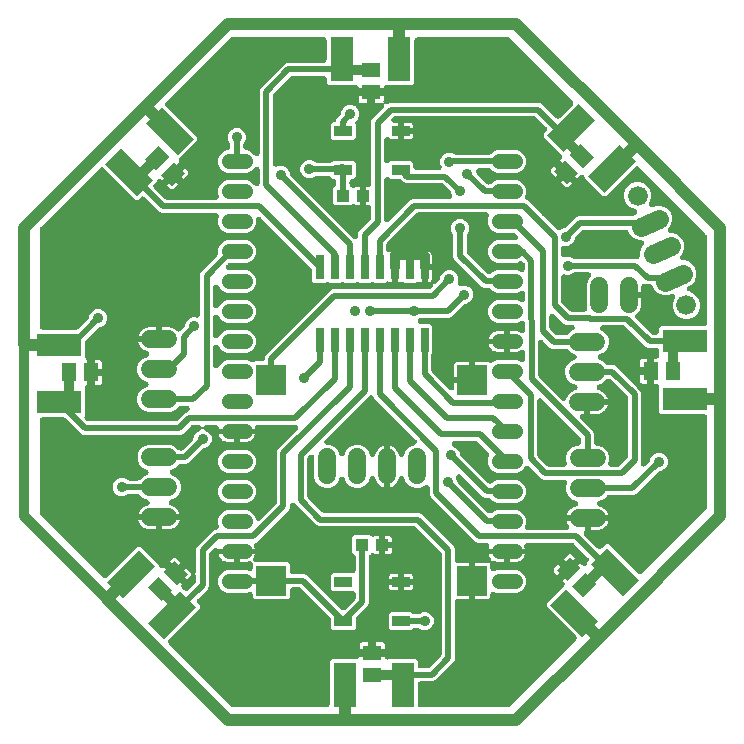
<source format=gbr>
G04 EAGLE Gerber RS-274X export*
G75*
%MOMM*%
%FSLAX34Y34*%
%LPD*%
%INBottom Copper*%
%IPPOS*%
%AMOC8*
5,1,8,0,0,1.08239X$1,22.5*%
G01*
%ADD10C,1.524000*%
%ADD11R,0.660400X2.032000*%
%ADD12R,1.500000X0.900000*%
%ADD13R,1.930400X3.810000*%
%ADD14R,3.810000X1.930400*%
%ADD15R,1.600000X1.300000*%
%ADD16R,1.300000X1.600000*%
%ADD17C,1.308000*%
%ADD18R,2.540000X2.540000*%
%ADD19R,1.100000X1.000000*%
%ADD20C,1.650000*%
%ADD21C,1.676400*%
%ADD22C,0.812800*%
%ADD23C,0.914400*%
%ADD24C,0.508000*%
%ADD25C,1.000000*%

G36*
X-44515Y253105D02*
X-44515Y253105D01*
X-44329Y253117D01*
X-44293Y253125D01*
X-44256Y253129D01*
X-44075Y253178D01*
X-43895Y253222D01*
X-43861Y253237D01*
X-43825Y253247D01*
X-43657Y253328D01*
X-43486Y253404D01*
X-43456Y253424D01*
X-43422Y253440D01*
X-43271Y253550D01*
X-43117Y253655D01*
X-43080Y253689D01*
X-43061Y253702D01*
X-43035Y253729D01*
X-42934Y253821D01*
X-36303Y260451D01*
X-33797Y261489D01*
X-33638Y261573D01*
X-33475Y261651D01*
X-33440Y261676D01*
X-33401Y261697D01*
X-33259Y261807D01*
X-33113Y261913D01*
X-33083Y261944D01*
X-33048Y261971D01*
X-32928Y262105D01*
X-32803Y262235D01*
X-32779Y262271D01*
X-32750Y262304D01*
X-32656Y262457D01*
X-32556Y262607D01*
X-32539Y262647D01*
X-32516Y262684D01*
X-32450Y262852D01*
X-32379Y263017D01*
X-32369Y263059D01*
X-32353Y263100D01*
X-32319Y263277D01*
X-32278Y263452D01*
X-32276Y263495D01*
X-32267Y263538D01*
X-32265Y263719D01*
X-32256Y263898D01*
X-32262Y263941D01*
X-32261Y263985D01*
X-32290Y264163D01*
X-32314Y264341D01*
X-32327Y264383D01*
X-32334Y264426D01*
X-32395Y264596D01*
X-32449Y264767D01*
X-32470Y264805D01*
X-32484Y264846D01*
X-32574Y265002D01*
X-32658Y265162D01*
X-32685Y265196D01*
X-32707Y265234D01*
X-32823Y265371D01*
X-32934Y265513D01*
X-32967Y265542D01*
X-32995Y265575D01*
X-33134Y265689D01*
X-33269Y265809D01*
X-33306Y265832D01*
X-33339Y265859D01*
X-33496Y265948D01*
X-33650Y266041D01*
X-33691Y266057D01*
X-33729Y266078D01*
X-33899Y266137D01*
X-34067Y266202D01*
X-34110Y266210D01*
X-34151Y266224D01*
X-34329Y266252D01*
X-34506Y266285D01*
X-34566Y266288D01*
X-34592Y266293D01*
X-34630Y266292D01*
X-34753Y266298D01*
X-40215Y266298D01*
X-40401Y266281D01*
X-40587Y266270D01*
X-40623Y266261D01*
X-40660Y266258D01*
X-40840Y266208D01*
X-41021Y266164D01*
X-41054Y266149D01*
X-41090Y266139D01*
X-41259Y266059D01*
X-41429Y265983D01*
X-41460Y265962D01*
X-41493Y265946D01*
X-41644Y265837D01*
X-41798Y265732D01*
X-41836Y265698D01*
X-41855Y265684D01*
X-41880Y265658D01*
X-41982Y265566D01*
X-44706Y262842D01*
X-48627Y261218D01*
X-68111Y261218D01*
X-72032Y262842D01*
X-75034Y265843D01*
X-76658Y269764D01*
X-76658Y274009D01*
X-75034Y277930D01*
X-72032Y280931D01*
X-68782Y282277D01*
X-68660Y282341D01*
X-68535Y282396D01*
X-68463Y282444D01*
X-68386Y282485D01*
X-68278Y282569D01*
X-68164Y282645D01*
X-68102Y282706D01*
X-68033Y282759D01*
X-67942Y282861D01*
X-67844Y282956D01*
X-67793Y283027D01*
X-67735Y283092D01*
X-67663Y283208D01*
X-67584Y283319D01*
X-67547Y283398D01*
X-67501Y283472D01*
X-67451Y283599D01*
X-67393Y283723D01*
X-67370Y283807D01*
X-67338Y283888D01*
X-67312Y284022D01*
X-67276Y284154D01*
X-67269Y284241D01*
X-67252Y284326D01*
X-67250Y284463D01*
X-67239Y284599D01*
X-67247Y284686D01*
X-67246Y284773D01*
X-67268Y284908D01*
X-67281Y285044D01*
X-67305Y285128D01*
X-67319Y285214D01*
X-67365Y285343D01*
X-67402Y285474D01*
X-67440Y285552D01*
X-67469Y285634D01*
X-67537Y285753D01*
X-67597Y285876D01*
X-67648Y285946D01*
X-67692Y286022D01*
X-67780Y286126D01*
X-67861Y286236D01*
X-67924Y286296D01*
X-67980Y286363D01*
X-68086Y286450D01*
X-68185Y286544D01*
X-68257Y286592D01*
X-68324Y286647D01*
X-68444Y286715D01*
X-68558Y286790D01*
X-68682Y286848D01*
X-68714Y286866D01*
X-68736Y286874D01*
X-68782Y286895D01*
X-72032Y288242D01*
X-75034Y291243D01*
X-76658Y295164D01*
X-76658Y299409D01*
X-75034Y303330D01*
X-72032Y306331D01*
X-67950Y308022D01*
X-67766Y308118D01*
X-67581Y308212D01*
X-67569Y308221D01*
X-67555Y308229D01*
X-67390Y308357D01*
X-67225Y308482D01*
X-67215Y308493D01*
X-67202Y308503D01*
X-67064Y308657D01*
X-66923Y308811D01*
X-66914Y308824D01*
X-66904Y308836D01*
X-66795Y309012D01*
X-66684Y309188D01*
X-66678Y309203D01*
X-66670Y309216D01*
X-66595Y309408D01*
X-66516Y309602D01*
X-66513Y309618D01*
X-66507Y309632D01*
X-66467Y309835D01*
X-66425Y310039D01*
X-66424Y310055D01*
X-66421Y310071D01*
X-66418Y310279D01*
X-66412Y310486D01*
X-66415Y310501D01*
X-66414Y310517D01*
X-66448Y310722D01*
X-66480Y310927D01*
X-66485Y310942D01*
X-66488Y310958D01*
X-66557Y311152D01*
X-66625Y311350D01*
X-66632Y311364D01*
X-66638Y311379D01*
X-66742Y311559D01*
X-66843Y311740D01*
X-66853Y311752D01*
X-66861Y311766D01*
X-66995Y311925D01*
X-67126Y312085D01*
X-67138Y312095D01*
X-67149Y312107D01*
X-67309Y312240D01*
X-67467Y312374D01*
X-67481Y312382D01*
X-67493Y312392D01*
X-67674Y312493D01*
X-67854Y312597D01*
X-67869Y312603D01*
X-67883Y312611D01*
X-68079Y312679D01*
X-68274Y312749D01*
X-68294Y312753D01*
X-68305Y312756D01*
X-68312Y312758D01*
X-69889Y313270D01*
X-71314Y313996D01*
X-72608Y314936D01*
X-73739Y316067D01*
X-74679Y317361D01*
X-75405Y318786D01*
X-75848Y320147D01*
X-58409Y320147D01*
X-58359Y320152D01*
X-58309Y320149D01*
X-58138Y320172D01*
X-57964Y320187D01*
X-57916Y320200D01*
X-57866Y320207D01*
X-57701Y320259D01*
X-57534Y320306D01*
X-57488Y320327D01*
X-57441Y320342D01*
X-57288Y320424D01*
X-57131Y320499D01*
X-57090Y320528D01*
X-57046Y320552D01*
X-56910Y320659D01*
X-56769Y320761D01*
X-56734Y320797D01*
X-56695Y320828D01*
X-56645Y320884D01*
X-56615Y320908D01*
X-56499Y321038D01*
X-56379Y321163D01*
X-56352Y321205D01*
X-56318Y321242D01*
X-56228Y321390D01*
X-56132Y321535D01*
X-56112Y321581D01*
X-56086Y321624D01*
X-56024Y321786D01*
X-55955Y321945D01*
X-55944Y321994D01*
X-55926Y322041D01*
X-55893Y322212D01*
X-55854Y322380D01*
X-55851Y322430D01*
X-55842Y322479D01*
X-55830Y322727D01*
X-55830Y332847D01*
X-49949Y332847D01*
X-48370Y332597D01*
X-46849Y332103D01*
X-45424Y331377D01*
X-44130Y330437D01*
X-43566Y329873D01*
X-43527Y329840D01*
X-43494Y329803D01*
X-43356Y329698D01*
X-43223Y329586D01*
X-43179Y329561D01*
X-43140Y329531D01*
X-42985Y329451D01*
X-42835Y329365D01*
X-42787Y329349D01*
X-42743Y329326D01*
X-42577Y329275D01*
X-42413Y329217D01*
X-42364Y329209D01*
X-42316Y329195D01*
X-42144Y329174D01*
X-41972Y329147D01*
X-41922Y329148D01*
X-41872Y329142D01*
X-41699Y329152D01*
X-41525Y329155D01*
X-41476Y329165D01*
X-41426Y329168D01*
X-41258Y329209D01*
X-41088Y329244D01*
X-41041Y329262D01*
X-40992Y329274D01*
X-40834Y329344D01*
X-40672Y329409D01*
X-40630Y329435D01*
X-40584Y329455D01*
X-40441Y329553D01*
X-40293Y329645D01*
X-40256Y329678D01*
X-40215Y329706D01*
X-40031Y329873D01*
X-36853Y333051D01*
X-36733Y333194D01*
X-36609Y333334D01*
X-36590Y333365D01*
X-36566Y333394D01*
X-36474Y333556D01*
X-36377Y333715D01*
X-36364Y333750D01*
X-36346Y333782D01*
X-36284Y333958D01*
X-36217Y334132D01*
X-36210Y334169D01*
X-36197Y334204D01*
X-36168Y334387D01*
X-36133Y334571D01*
X-36130Y334621D01*
X-36127Y334645D01*
X-36128Y334682D01*
X-36121Y334818D01*
X-36121Y335016D01*
X-34961Y337817D01*
X-32817Y339961D01*
X-30016Y341121D01*
X-26965Y341121D01*
X-26950Y341114D01*
X-26824Y341085D01*
X-26699Y341046D01*
X-26606Y341034D01*
X-26515Y341013D01*
X-26385Y341007D01*
X-26256Y340991D01*
X-26163Y340996D01*
X-26069Y340991D01*
X-25940Y341008D01*
X-25810Y341015D01*
X-25719Y341037D01*
X-25626Y341049D01*
X-25502Y341088D01*
X-25375Y341118D01*
X-25290Y341156D01*
X-25201Y341184D01*
X-25086Y341245D01*
X-24966Y341297D01*
X-24889Y341350D01*
X-24806Y341393D01*
X-24703Y341474D01*
X-24595Y341547D01*
X-24528Y341612D01*
X-24455Y341670D01*
X-24368Y341767D01*
X-24275Y341858D01*
X-24220Y341934D01*
X-24158Y342004D01*
X-24091Y342115D01*
X-24015Y342221D01*
X-23975Y342306D01*
X-23926Y342385D01*
X-23879Y342507D01*
X-23824Y342625D01*
X-23799Y342715D01*
X-23766Y342802D01*
X-23741Y342930D01*
X-23707Y343056D01*
X-23700Y343149D01*
X-23682Y343241D01*
X-23670Y343488D01*
X-23670Y377607D01*
X-22819Y379661D01*
X-9355Y393124D01*
X-9236Y393268D01*
X-9112Y393407D01*
X-9092Y393439D01*
X-9069Y393467D01*
X-8977Y393629D01*
X-8880Y393789D01*
X-8866Y393823D01*
X-8848Y393856D01*
X-8786Y394031D01*
X-8719Y394206D01*
X-8712Y394242D01*
X-8700Y394277D01*
X-8670Y394461D01*
X-8635Y394644D01*
X-8633Y394695D01*
X-8629Y394718D01*
X-8630Y394755D01*
X-8623Y394892D01*
X-8623Y398909D01*
X-7163Y402433D01*
X-4466Y405130D01*
X-942Y406590D01*
X15953Y406590D01*
X19477Y405130D01*
X22175Y402433D01*
X23634Y398909D01*
X23634Y395094D01*
X22175Y391570D01*
X19477Y388872D01*
X15953Y387413D01*
X1776Y387413D01*
X1590Y387396D01*
X1404Y387385D01*
X1368Y387376D01*
X1331Y387373D01*
X1151Y387323D01*
X970Y387279D01*
X936Y387264D01*
X900Y387254D01*
X732Y387173D01*
X561Y387098D01*
X531Y387077D01*
X497Y387061D01*
X346Y386951D01*
X192Y386847D01*
X155Y386813D01*
X136Y386799D01*
X110Y386772D01*
X9Y386681D01*
X-1216Y385457D01*
X-1303Y385352D01*
X-1398Y385253D01*
X-1446Y385181D01*
X-1502Y385114D01*
X-1570Y384995D01*
X-1645Y384881D01*
X-1680Y384801D01*
X-1723Y384725D01*
X-1768Y384596D01*
X-1822Y384471D01*
X-1842Y384386D01*
X-1871Y384304D01*
X-1892Y384169D01*
X-1923Y384036D01*
X-1928Y383949D01*
X-1942Y383863D01*
X-1939Y383726D01*
X-1946Y383590D01*
X-1934Y383503D01*
X-1933Y383416D01*
X-1906Y383282D01*
X-1888Y383147D01*
X-1862Y383064D01*
X-1844Y382979D01*
X-1794Y382851D01*
X-1752Y382721D01*
X-1712Y382644D01*
X-1680Y382563D01*
X-1607Y382447D01*
X-1543Y382326D01*
X-1489Y382258D01*
X-1443Y382184D01*
X-1352Y382083D01*
X-1267Y381975D01*
X-1202Y381917D01*
X-1144Y381853D01*
X-1035Y381770D01*
X-933Y381679D01*
X-858Y381634D01*
X-790Y381581D01*
X-668Y381518D01*
X-551Y381447D01*
X-470Y381415D01*
X-393Y381375D01*
X-262Y381335D01*
X-134Y381286D01*
X-49Y381270D01*
X34Y381244D01*
X170Y381228D01*
X305Y381202D01*
X441Y381196D01*
X478Y381191D01*
X501Y381193D01*
X552Y381190D01*
X15953Y381190D01*
X19477Y379730D01*
X22175Y377033D01*
X23634Y373509D01*
X23634Y369694D01*
X22175Y366170D01*
X19477Y363472D01*
X15953Y362013D01*
X-942Y362013D01*
X-4466Y363472D01*
X-7163Y366170D01*
X-7684Y367427D01*
X-7767Y367586D01*
X-7845Y367749D01*
X-7871Y367784D01*
X-7891Y367823D01*
X-8002Y367965D01*
X-8107Y368111D01*
X-8139Y368141D01*
X-8165Y368175D01*
X-8300Y368295D01*
X-8429Y368420D01*
X-8466Y368444D01*
X-8498Y368473D01*
X-8651Y368568D01*
X-8801Y368667D01*
X-8841Y368685D01*
X-8879Y368707D01*
X-9047Y368773D01*
X-9212Y368844D01*
X-9254Y368854D01*
X-9295Y368870D01*
X-9472Y368905D01*
X-9647Y368946D01*
X-9690Y368948D01*
X-9733Y368956D01*
X-9913Y368959D01*
X-10093Y368968D01*
X-10136Y368962D01*
X-10180Y368963D01*
X-10357Y368933D01*
X-10536Y368910D01*
X-10577Y368897D01*
X-10620Y368890D01*
X-10790Y368829D01*
X-10961Y368774D01*
X-11000Y368754D01*
X-11041Y368739D01*
X-11197Y368650D01*
X-11356Y368565D01*
X-11390Y368538D01*
X-11428Y368517D01*
X-11566Y368401D01*
X-11707Y368289D01*
X-11736Y368257D01*
X-11769Y368229D01*
X-11884Y368090D01*
X-12004Y367955D01*
X-12026Y367918D01*
X-12054Y367884D01*
X-12142Y367727D01*
X-12236Y367573D01*
X-12251Y367533D01*
X-12273Y367495D01*
X-12332Y367324D01*
X-12396Y367156D01*
X-12404Y367114D01*
X-12419Y367073D01*
X-12446Y366894D01*
X-12480Y366718D01*
X-12483Y366658D01*
X-12487Y366631D01*
X-12486Y366594D01*
X-12492Y366470D01*
X-12492Y351332D01*
X-12476Y351153D01*
X-12466Y350973D01*
X-12456Y350931D01*
X-12452Y350887D01*
X-12405Y350714D01*
X-12363Y350539D01*
X-12345Y350499D01*
X-12334Y350457D01*
X-12256Y350294D01*
X-12184Y350129D01*
X-12159Y350093D01*
X-12141Y350054D01*
X-12035Y349908D01*
X-11935Y349759D01*
X-11904Y349727D01*
X-11879Y349692D01*
X-11749Y349567D01*
X-11623Y349438D01*
X-11588Y349413D01*
X-11557Y349383D01*
X-11407Y349283D01*
X-11260Y349178D01*
X-11221Y349160D01*
X-11185Y349135D01*
X-11019Y349064D01*
X-10856Y348987D01*
X-10814Y348976D01*
X-10774Y348958D01*
X-10600Y348918D01*
X-10425Y348871D01*
X-10382Y348867D01*
X-10339Y348857D01*
X-10160Y348848D01*
X-9980Y348833D01*
X-9937Y348837D01*
X-9893Y348835D01*
X-9715Y348858D01*
X-9535Y348875D01*
X-9493Y348887D01*
X-9450Y348893D01*
X-9279Y348947D01*
X-9105Y348996D01*
X-9066Y349015D01*
X-9025Y349028D01*
X-8866Y349113D01*
X-8704Y349191D01*
X-8668Y349217D01*
X-8630Y349238D01*
X-8488Y349349D01*
X-8343Y349455D01*
X-8313Y349487D01*
X-8279Y349514D01*
X-8159Y349648D01*
X-8035Y349779D01*
X-8011Y349815D01*
X-7982Y349848D01*
X-7889Y350002D01*
X-7790Y350152D01*
X-7764Y350207D01*
X-7750Y350230D01*
X-7737Y350264D01*
X-7684Y350376D01*
X-7163Y351633D01*
X-4466Y354330D01*
X-942Y355790D01*
X15953Y355790D01*
X19477Y354330D01*
X22175Y351633D01*
X23634Y348109D01*
X23634Y344294D01*
X22175Y340770D01*
X19477Y338072D01*
X15953Y336613D01*
X-942Y336613D01*
X-4466Y338072D01*
X-7163Y340770D01*
X-7684Y342027D01*
X-7767Y342186D01*
X-7845Y342349D01*
X-7871Y342384D01*
X-7891Y342423D01*
X-8002Y342565D01*
X-8107Y342711D01*
X-8139Y342741D01*
X-8165Y342775D01*
X-8300Y342895D01*
X-8429Y343020D01*
X-8466Y343044D01*
X-8498Y343073D01*
X-8651Y343168D01*
X-8801Y343267D01*
X-8841Y343285D01*
X-8879Y343307D01*
X-9047Y343373D01*
X-9212Y343444D01*
X-9254Y343454D01*
X-9295Y343470D01*
X-9472Y343505D01*
X-9647Y343546D01*
X-9690Y343548D01*
X-9733Y343556D01*
X-9913Y343559D01*
X-10093Y343568D01*
X-10136Y343562D01*
X-10180Y343563D01*
X-10357Y343533D01*
X-10536Y343510D01*
X-10577Y343497D01*
X-10620Y343490D01*
X-10790Y343429D01*
X-10961Y343374D01*
X-11000Y343354D01*
X-11041Y343339D01*
X-11197Y343250D01*
X-11356Y343165D01*
X-11390Y343138D01*
X-11428Y343117D01*
X-11566Y343001D01*
X-11707Y342889D01*
X-11736Y342857D01*
X-11769Y342829D01*
X-11884Y342690D01*
X-12004Y342555D01*
X-12026Y342518D01*
X-12054Y342484D01*
X-12142Y342327D01*
X-12236Y342173D01*
X-12251Y342133D01*
X-12273Y342095D01*
X-12332Y341924D01*
X-12396Y341756D01*
X-12404Y341714D01*
X-12419Y341673D01*
X-12446Y341494D01*
X-12480Y341318D01*
X-12483Y341258D01*
X-12487Y341231D01*
X-12486Y341194D01*
X-12492Y341070D01*
X-12492Y325932D01*
X-12476Y325753D01*
X-12466Y325573D01*
X-12456Y325531D01*
X-12452Y325487D01*
X-12405Y325314D01*
X-12363Y325139D01*
X-12345Y325099D01*
X-12334Y325057D01*
X-12256Y324894D01*
X-12184Y324729D01*
X-12159Y324693D01*
X-12141Y324654D01*
X-12035Y324508D01*
X-11935Y324359D01*
X-11904Y324327D01*
X-11879Y324292D01*
X-11749Y324167D01*
X-11623Y324038D01*
X-11588Y324013D01*
X-11557Y323983D01*
X-11407Y323883D01*
X-11260Y323778D01*
X-11221Y323760D01*
X-11185Y323735D01*
X-11019Y323664D01*
X-10856Y323587D01*
X-10814Y323576D01*
X-10774Y323558D01*
X-10600Y323518D01*
X-10425Y323471D01*
X-10382Y323467D01*
X-10339Y323457D01*
X-10160Y323448D01*
X-9980Y323433D01*
X-9937Y323437D01*
X-9893Y323435D01*
X-9715Y323458D01*
X-9535Y323475D01*
X-9493Y323487D01*
X-9450Y323493D01*
X-9279Y323547D01*
X-9105Y323596D01*
X-9066Y323615D01*
X-9025Y323628D01*
X-8866Y323713D01*
X-8704Y323791D01*
X-8668Y323817D01*
X-8630Y323838D01*
X-8488Y323949D01*
X-8343Y324055D01*
X-8313Y324087D01*
X-8279Y324114D01*
X-8159Y324248D01*
X-8035Y324379D01*
X-8011Y324415D01*
X-7982Y324448D01*
X-7889Y324602D01*
X-7790Y324752D01*
X-7764Y324807D01*
X-7750Y324830D01*
X-7737Y324864D01*
X-7684Y324976D01*
X-7163Y326233D01*
X-4466Y328930D01*
X-942Y330390D01*
X15953Y330390D01*
X19477Y328930D01*
X22175Y326233D01*
X23634Y322709D01*
X23634Y318894D01*
X22175Y315370D01*
X19477Y312672D01*
X15953Y311213D01*
X-942Y311213D01*
X-4466Y312672D01*
X-7163Y315370D01*
X-7684Y316627D01*
X-7767Y316786D01*
X-7845Y316949D01*
X-7871Y316984D01*
X-7891Y317023D01*
X-8002Y317165D01*
X-8107Y317311D01*
X-8139Y317341D01*
X-8165Y317375D01*
X-8300Y317495D01*
X-8429Y317620D01*
X-8466Y317644D01*
X-8498Y317673D01*
X-8651Y317768D01*
X-8801Y317867D01*
X-8841Y317885D01*
X-8879Y317907D01*
X-9047Y317973D01*
X-9212Y318044D01*
X-9254Y318054D01*
X-9295Y318070D01*
X-9472Y318105D01*
X-9647Y318146D01*
X-9690Y318148D01*
X-9733Y318156D01*
X-9913Y318159D01*
X-10093Y318168D01*
X-10136Y318162D01*
X-10180Y318163D01*
X-10357Y318133D01*
X-10536Y318110D01*
X-10577Y318097D01*
X-10620Y318090D01*
X-10790Y318029D01*
X-10961Y317974D01*
X-11000Y317954D01*
X-11041Y317939D01*
X-11197Y317850D01*
X-11356Y317765D01*
X-11390Y317738D01*
X-11428Y317717D01*
X-11566Y317601D01*
X-11707Y317489D01*
X-11736Y317457D01*
X-11769Y317429D01*
X-11884Y317290D01*
X-12004Y317155D01*
X-12026Y317118D01*
X-12054Y317084D01*
X-12142Y316927D01*
X-12236Y316773D01*
X-12251Y316733D01*
X-12273Y316695D01*
X-12332Y316524D01*
X-12396Y316356D01*
X-12404Y316314D01*
X-12419Y316273D01*
X-12446Y316094D01*
X-12480Y315918D01*
X-12483Y315858D01*
X-12487Y315831D01*
X-12486Y315794D01*
X-12492Y315670D01*
X-12492Y300532D01*
X-12476Y300353D01*
X-12466Y300173D01*
X-12456Y300131D01*
X-12452Y300087D01*
X-12405Y299914D01*
X-12363Y299739D01*
X-12345Y299699D01*
X-12334Y299657D01*
X-12256Y299494D01*
X-12184Y299329D01*
X-12159Y299293D01*
X-12141Y299254D01*
X-12035Y299108D01*
X-11935Y298959D01*
X-11904Y298927D01*
X-11879Y298892D01*
X-11749Y298767D01*
X-11623Y298638D01*
X-11588Y298613D01*
X-11557Y298583D01*
X-11407Y298483D01*
X-11260Y298378D01*
X-11221Y298360D01*
X-11185Y298335D01*
X-11019Y298264D01*
X-10856Y298187D01*
X-10814Y298176D01*
X-10774Y298158D01*
X-10600Y298118D01*
X-10425Y298071D01*
X-10382Y298067D01*
X-10339Y298057D01*
X-10160Y298048D01*
X-9980Y298033D01*
X-9937Y298037D01*
X-9893Y298035D01*
X-9715Y298058D01*
X-9535Y298075D01*
X-9493Y298087D01*
X-9450Y298093D01*
X-9279Y298147D01*
X-9105Y298196D01*
X-9066Y298215D01*
X-9025Y298228D01*
X-8866Y298313D01*
X-8704Y298391D01*
X-8668Y298417D01*
X-8630Y298438D01*
X-8488Y298549D01*
X-8343Y298655D01*
X-8313Y298687D01*
X-8279Y298714D01*
X-8159Y298848D01*
X-8035Y298979D01*
X-8011Y299015D01*
X-7982Y299048D01*
X-7889Y299202D01*
X-7790Y299352D01*
X-7764Y299407D01*
X-7750Y299430D01*
X-7737Y299464D01*
X-7684Y299576D01*
X-7163Y300833D01*
X-4466Y303530D01*
X-942Y304990D01*
X15953Y304990D01*
X19875Y303366D01*
X19881Y303364D01*
X19887Y303361D01*
X20093Y303297D01*
X20301Y303232D01*
X20307Y303232D01*
X20314Y303230D01*
X20528Y303204D01*
X20744Y303177D01*
X20751Y303177D01*
X20757Y303177D01*
X20972Y303189D01*
X21190Y303201D01*
X21197Y303203D01*
X21203Y303203D01*
X21413Y303254D01*
X21625Y303305D01*
X21631Y303307D01*
X21637Y303309D01*
X21835Y303397D01*
X22034Y303484D01*
X22039Y303488D01*
X22045Y303490D01*
X22226Y303613D01*
X22405Y303733D01*
X22409Y303738D01*
X22415Y303741D01*
X22598Y303907D01*
X22777Y304086D01*
X28652Y304086D01*
X28702Y304091D01*
X28752Y304088D01*
X28923Y304111D01*
X29097Y304126D01*
X29145Y304139D01*
X29195Y304146D01*
X29360Y304198D01*
X29527Y304245D01*
X29573Y304266D01*
X29620Y304281D01*
X29773Y304363D01*
X29930Y304438D01*
X29971Y304467D01*
X30015Y304491D01*
X30151Y304598D01*
X30292Y304700D01*
X30327Y304736D01*
X30366Y304767D01*
X30481Y304897D01*
X30602Y305022D01*
X30629Y305063D01*
X30662Y305101D01*
X30753Y305249D01*
X30849Y305394D01*
X30869Y305440D01*
X30895Y305483D01*
X30957Y305645D01*
X31026Y305804D01*
X31037Y305853D01*
X31055Y305899D01*
X31088Y306070D01*
X31127Y306239D01*
X31129Y306289D01*
X31139Y306338D01*
X31151Y306585D01*
X31151Y307352D01*
X32002Y309406D01*
X86834Y364238D01*
X88888Y365089D01*
X170150Y365089D01*
X170336Y365105D01*
X170522Y365117D01*
X170558Y365125D01*
X170595Y365129D01*
X170775Y365178D01*
X170956Y365222D01*
X170990Y365237D01*
X171025Y365247D01*
X171194Y365328D01*
X171364Y365404D01*
X171395Y365424D01*
X171428Y365440D01*
X171580Y365550D01*
X171734Y365655D01*
X171771Y365688D01*
X171790Y365702D01*
X171816Y365729D01*
X171917Y365821D01*
X172987Y366890D01*
X172997Y366903D01*
X173010Y366914D01*
X173141Y367075D01*
X173273Y367233D01*
X173281Y367248D01*
X173292Y367261D01*
X173391Y367441D01*
X173494Y367621D01*
X173499Y367637D01*
X173507Y367652D01*
X173573Y367848D01*
X173642Y368043D01*
X173645Y368059D01*
X173650Y368075D01*
X173680Y368279D01*
X173713Y368484D01*
X173712Y368501D01*
X173715Y368517D01*
X173708Y368725D01*
X173704Y368931D01*
X173700Y368947D01*
X173700Y368964D01*
X173656Y369166D01*
X173615Y369368D01*
X173609Y369384D01*
X173606Y369400D01*
X173527Y369591D01*
X173451Y369784D01*
X173442Y369798D01*
X173435Y369813D01*
X173323Y369988D01*
X173263Y370085D01*
X173322Y370038D01*
X173336Y370031D01*
X173350Y370020D01*
X173533Y369925D01*
X173716Y369828D01*
X173732Y369823D01*
X173747Y369815D01*
X173943Y369755D01*
X174141Y369691D01*
X174158Y369689D01*
X174174Y369684D01*
X174380Y369659D01*
X174584Y369632D01*
X174600Y369633D01*
X174617Y369631D01*
X174824Y369643D01*
X175030Y369653D01*
X175046Y369657D01*
X175063Y369658D01*
X175263Y369706D01*
X175465Y369753D01*
X175481Y369760D01*
X175497Y369763D01*
X175686Y369847D01*
X175876Y369929D01*
X175890Y369938D01*
X175905Y369945D01*
X176076Y370060D01*
X176249Y370175D01*
X176261Y370186D01*
X176275Y370196D01*
X176458Y370362D01*
X179147Y373051D01*
X179267Y373194D01*
X179391Y373334D01*
X179410Y373365D01*
X179434Y373394D01*
X179526Y373556D01*
X179623Y373715D01*
X179636Y373750D01*
X179654Y373782D01*
X179716Y373958D01*
X179783Y374132D01*
X179790Y374169D01*
X179803Y374204D01*
X179832Y374388D01*
X179867Y374571D01*
X179870Y374621D01*
X179873Y374645D01*
X179872Y374682D01*
X179879Y374818D01*
X179879Y375016D01*
X181039Y377817D01*
X183183Y379961D01*
X185984Y381121D01*
X189016Y381121D01*
X191817Y379961D01*
X193961Y377817D01*
X195121Y375016D01*
X195121Y371984D01*
X194801Y371213D01*
X194761Y371083D01*
X194711Y370955D01*
X194694Y370870D01*
X194668Y370787D01*
X194651Y370651D01*
X194625Y370517D01*
X194623Y370430D01*
X194613Y370344D01*
X194620Y370207D01*
X194618Y370070D01*
X194632Y369985D01*
X194637Y369898D01*
X194669Y369765D01*
X194691Y369630D01*
X194720Y369548D01*
X194741Y369463D01*
X194796Y369338D01*
X194842Y369209D01*
X194885Y369134D01*
X194920Y369054D01*
X194996Y368940D01*
X195064Y368822D01*
X195120Y368755D01*
X195169Y368683D01*
X195264Y368585D01*
X195352Y368480D01*
X195420Y368425D01*
X195480Y368363D01*
X195591Y368283D01*
X195697Y368196D01*
X195773Y368153D01*
X195843Y368103D01*
X195967Y368044D01*
X196086Y367977D01*
X196168Y367949D01*
X196247Y367912D01*
X196379Y367876D01*
X196508Y367831D01*
X196594Y367818D01*
X196678Y367795D01*
X196815Y367784D01*
X196950Y367763D01*
X197037Y367765D01*
X197123Y367758D01*
X197260Y367771D01*
X197396Y367774D01*
X197482Y367792D01*
X197568Y367800D01*
X197700Y367837D01*
X197834Y367865D01*
X197962Y367911D01*
X197998Y367921D01*
X198019Y367931D01*
X198067Y367948D01*
X198484Y368121D01*
X201516Y368121D01*
X204317Y366961D01*
X206461Y364817D01*
X207621Y362016D01*
X207621Y358984D01*
X206461Y356183D01*
X204317Y354039D01*
X201516Y352879D01*
X201318Y352879D01*
X201132Y352863D01*
X200946Y352851D01*
X200910Y352843D01*
X200873Y352839D01*
X200693Y352790D01*
X200512Y352746D01*
X200478Y352731D01*
X200443Y352721D01*
X200274Y352640D01*
X200104Y352564D01*
X200073Y352544D01*
X200040Y352528D01*
X199889Y352418D01*
X199734Y352313D01*
X199697Y352279D01*
X199678Y352266D01*
X199652Y352239D01*
X199551Y352147D01*
X189166Y341762D01*
X187112Y340911D01*
X163724Y340911D01*
X163538Y340895D01*
X163352Y340883D01*
X163316Y340875D01*
X163279Y340871D01*
X163098Y340822D01*
X162918Y340778D01*
X162884Y340763D01*
X162848Y340753D01*
X162680Y340672D01*
X162510Y340596D01*
X162479Y340576D01*
X162445Y340560D01*
X162294Y340450D01*
X162140Y340345D01*
X162103Y340311D01*
X162084Y340298D01*
X162058Y340271D01*
X161957Y340179D01*
X161601Y339823D01*
X161557Y339792D01*
X161528Y339761D01*
X161494Y339735D01*
X161373Y339600D01*
X161248Y339470D01*
X161224Y339434D01*
X161196Y339403D01*
X161101Y339249D01*
X161001Y339098D01*
X160984Y339059D01*
X160962Y339023D01*
X160895Y338854D01*
X160824Y338688D01*
X160814Y338646D01*
X160798Y338607D01*
X160763Y338429D01*
X160722Y338253D01*
X160720Y338210D01*
X160712Y338168D01*
X160709Y337987D01*
X160700Y337806D01*
X160706Y337764D01*
X160705Y337722D01*
X160735Y337543D01*
X160758Y337363D01*
X160771Y337323D01*
X160778Y337281D01*
X160839Y337110D01*
X160894Y336938D01*
X160913Y336900D01*
X160928Y336860D01*
X161018Y336703D01*
X161103Y336543D01*
X161129Y336510D01*
X161150Y336473D01*
X161267Y336335D01*
X161379Y336192D01*
X161411Y336164D01*
X161438Y336131D01*
X161578Y336016D01*
X161713Y335896D01*
X161749Y335874D01*
X161782Y335846D01*
X161940Y335757D01*
X162095Y335664D01*
X162134Y335648D01*
X162171Y335627D01*
X162343Y335568D01*
X162512Y335503D01*
X162553Y335495D01*
X162594Y335481D01*
X162772Y335453D01*
X162950Y335419D01*
X163009Y335416D01*
X163035Y335412D01*
X163072Y335413D01*
X163198Y335407D01*
X171105Y335407D01*
X172891Y333621D01*
X172891Y310775D01*
X172861Y310746D01*
X172742Y310602D01*
X172618Y310463D01*
X172598Y310431D01*
X172575Y310403D01*
X172482Y310240D01*
X172385Y310081D01*
X172372Y310047D01*
X172354Y310014D01*
X172292Y309839D01*
X172225Y309664D01*
X172218Y309628D01*
X172206Y309593D01*
X172176Y309408D01*
X172141Y309225D01*
X172139Y309175D01*
X172135Y309152D01*
X172136Y309115D01*
X172129Y308978D01*
X172129Y296423D01*
X172146Y296237D01*
X172157Y296051D01*
X172166Y296015D01*
X172169Y295978D01*
X172219Y295798D01*
X172263Y295617D01*
X172278Y295583D01*
X172287Y295547D01*
X172368Y295379D01*
X172444Y295209D01*
X172465Y295178D01*
X172481Y295145D01*
X172590Y294994D01*
X172695Y294839D01*
X172729Y294802D01*
X172743Y294783D01*
X172769Y294757D01*
X172861Y294656D01*
X187413Y280104D01*
X187518Y280016D01*
X187616Y279922D01*
X187689Y279873D01*
X187755Y279818D01*
X187874Y279750D01*
X187988Y279674D01*
X188068Y279640D01*
X188144Y279597D01*
X188273Y279551D01*
X188398Y279497D01*
X188483Y279478D01*
X188565Y279449D01*
X188701Y279427D01*
X188833Y279396D01*
X188920Y279392D01*
X189006Y279378D01*
X189143Y279381D01*
X189280Y279374D01*
X189366Y279385D01*
X189453Y279387D01*
X189587Y279414D01*
X189723Y279432D01*
X189806Y279458D01*
X189891Y279475D01*
X190018Y279526D01*
X190148Y279567D01*
X190225Y279608D01*
X190306Y279640D01*
X190422Y279712D01*
X190543Y279776D01*
X190611Y279830D01*
X190685Y279876D01*
X190787Y279968D01*
X190894Y280053D01*
X190952Y280118D01*
X191016Y280176D01*
X191100Y280284D01*
X191190Y280387D01*
X191236Y280461D01*
X191289Y280530D01*
X191352Y280652D01*
X191423Y280768D01*
X191454Y280850D01*
X191494Y280927D01*
X191534Y281057D01*
X191583Y281185D01*
X191599Y281271D01*
X191625Y281354D01*
X191641Y281490D01*
X191667Y281624D01*
X191674Y281761D01*
X191678Y281797D01*
X191677Y281821D01*
X191679Y281871D01*
X191679Y285838D01*
X206919Y285838D01*
X206969Y285842D01*
X207019Y285840D01*
X207191Y285862D01*
X207364Y285878D01*
X207413Y285891D01*
X207462Y285898D01*
X207627Y285950D01*
X207795Y285996D01*
X207840Y286018D01*
X207888Y286033D01*
X208041Y286114D01*
X208198Y286190D01*
X208238Y286219D01*
X208283Y286242D01*
X208419Y286350D01*
X208560Y286452D01*
X208594Y286488D01*
X208634Y286519D01*
X208749Y286649D01*
X208867Y286771D01*
X208870Y286774D01*
X208897Y286816D01*
X208931Y286853D01*
X209021Y287002D01*
X209117Y287146D01*
X209137Y287192D01*
X209163Y287235D01*
X209225Y287397D01*
X209294Y287556D01*
X209305Y287605D01*
X209323Y287652D01*
X209356Y287823D01*
X209395Y287991D01*
X209398Y288041D01*
X209407Y288091D01*
X209419Y288338D01*
X209419Y303578D01*
X219954Y303578D01*
X220601Y303405D01*
X221100Y303116D01*
X221255Y303045D01*
X221406Y302967D01*
X221457Y302951D01*
X221506Y302928D01*
X221670Y302886D01*
X221833Y302836D01*
X221886Y302829D01*
X221938Y302816D01*
X222107Y302803D01*
X222276Y302783D01*
X222330Y302786D01*
X222383Y302782D01*
X222553Y302799D01*
X222722Y302809D01*
X222774Y302822D01*
X222828Y302828D01*
X222991Y302875D01*
X223156Y302915D01*
X223205Y302937D01*
X223257Y302952D01*
X223409Y303027D01*
X223564Y303096D01*
X223609Y303127D01*
X223657Y303150D01*
X223793Y303252D01*
X223934Y303348D01*
X223990Y303398D01*
X224015Y303417D01*
X224040Y303444D01*
X224117Y303514D01*
X224134Y303530D01*
X227658Y304990D01*
X244553Y304990D01*
X248104Y303519D01*
X248197Y303490D01*
X248286Y303452D01*
X248337Y303440D01*
X248343Y303438D01*
X248367Y303433D01*
X248410Y303424D01*
X248530Y303386D01*
X248627Y303374D01*
X248722Y303352D01*
X248848Y303346D01*
X248974Y303330D01*
X249071Y303336D01*
X249168Y303331D01*
X249293Y303348D01*
X249420Y303355D01*
X249514Y303377D01*
X249611Y303390D01*
X249731Y303429D01*
X249854Y303458D01*
X249943Y303497D01*
X250036Y303527D01*
X250147Y303587D01*
X250263Y303638D01*
X250344Y303692D01*
X250430Y303738D01*
X250529Y303816D01*
X250634Y303887D01*
X250704Y303955D01*
X250780Y304015D01*
X250864Y304110D01*
X250955Y304198D01*
X251011Y304277D01*
X251076Y304350D01*
X251141Y304458D01*
X251215Y304561D01*
X251255Y304646D01*
X251257Y304650D01*
X251259Y304653D01*
X251307Y304732D01*
X251352Y304851D01*
X251406Y304965D01*
X251427Y305042D01*
X251434Y305060D01*
X251439Y305078D01*
X251466Y305150D01*
X251489Y305274D01*
X251522Y305396D01*
X251527Y305460D01*
X251535Y305495D01*
X251537Y305530D01*
X251548Y305589D01*
X251560Y305836D01*
X251543Y311144D01*
X251528Y311304D01*
X251522Y311464D01*
X251508Y311526D01*
X251502Y311589D01*
X251459Y311743D01*
X251424Y311900D01*
X251399Y311958D01*
X251382Y312019D01*
X251313Y312163D01*
X251250Y312311D01*
X251215Y312364D01*
X251188Y312421D01*
X251093Y312551D01*
X251006Y312685D01*
X250962Y312731D01*
X250925Y312783D01*
X250809Y312893D01*
X250699Y313010D01*
X250648Y313047D01*
X250602Y313091D01*
X250468Y313179D01*
X250339Y313274D01*
X250282Y313302D01*
X250229Y313337D01*
X250082Y313400D01*
X249938Y313471D01*
X249876Y313488D01*
X249818Y313513D01*
X249662Y313549D01*
X249508Y313592D01*
X249445Y313599D01*
X249383Y313613D01*
X249223Y313620D01*
X249063Y313636D01*
X249000Y313631D01*
X248937Y313633D01*
X248778Y313612D01*
X248618Y313599D01*
X248557Y313583D01*
X248494Y313574D01*
X248342Y313525D01*
X248186Y313484D01*
X248129Y313457D01*
X248069Y313438D01*
X247927Y313362D01*
X247782Y313294D01*
X247705Y313243D01*
X247675Y313227D01*
X247648Y313206D01*
X247575Y313158D01*
X247405Y313035D01*
X246131Y312386D01*
X244772Y311944D01*
X243360Y311721D01*
X238605Y311721D01*
X238605Y320801D01*
X238605Y320802D01*
X238605Y329882D01*
X243360Y329882D01*
X244772Y329659D01*
X246131Y329217D01*
X247405Y328568D01*
X247515Y328488D01*
X247659Y328402D01*
X247800Y328309D01*
X247851Y328287D01*
X247899Y328258D01*
X248056Y328199D01*
X248210Y328133D01*
X248265Y328121D01*
X248317Y328101D01*
X248482Y328071D01*
X248646Y328033D01*
X248701Y328031D01*
X248756Y328021D01*
X248924Y328020D01*
X249092Y328013D01*
X249147Y328020D01*
X249203Y328020D01*
X249369Y328050D01*
X249535Y328072D01*
X249588Y328089D01*
X249643Y328099D01*
X249800Y328157D01*
X249960Y328209D01*
X250009Y328235D01*
X250061Y328254D01*
X250206Y328340D01*
X250354Y328419D01*
X250398Y328454D01*
X250446Y328482D01*
X250573Y328592D01*
X250704Y328696D01*
X250741Y328738D01*
X250783Y328775D01*
X250889Y328905D01*
X251000Y329031D01*
X251028Y329079D01*
X251063Y329122D01*
X251144Y329270D01*
X251231Y329414D01*
X251250Y329466D01*
X251277Y329515D01*
X251330Y329674D01*
X251390Y329831D01*
X251400Y329886D01*
X251418Y329939D01*
X251441Y330105D01*
X251472Y330270D01*
X251476Y330349D01*
X251480Y330381D01*
X251479Y330417D01*
X251484Y330517D01*
X251468Y335744D01*
X251459Y335833D01*
X251461Y335923D01*
X251439Y336055D01*
X251426Y336189D01*
X251402Y336275D01*
X251388Y336364D01*
X251342Y336490D01*
X251306Y336619D01*
X251267Y336700D01*
X251237Y336784D01*
X251170Y336901D01*
X251112Y337021D01*
X251059Y337094D01*
X251015Y337171D01*
X250928Y337274D01*
X250849Y337382D01*
X250784Y337444D01*
X250726Y337513D01*
X250623Y337598D01*
X250526Y337691D01*
X250451Y337740D01*
X250382Y337797D01*
X250265Y337863D01*
X250153Y337937D01*
X250071Y337972D01*
X249993Y338016D01*
X249866Y338060D01*
X249742Y338113D01*
X249655Y338133D01*
X249570Y338162D01*
X249438Y338183D01*
X249307Y338213D01*
X249218Y338217D01*
X249129Y338231D01*
X248995Y338227D01*
X248861Y338233D01*
X248772Y338222D01*
X248682Y338219D01*
X248551Y338192D01*
X248418Y338174D01*
X248333Y338147D01*
X248245Y338129D01*
X248012Y338045D01*
X244553Y336613D01*
X227658Y336613D01*
X224134Y338072D01*
X221437Y340770D01*
X219977Y344294D01*
X219977Y348109D01*
X221437Y351633D01*
X224134Y354330D01*
X227658Y355790D01*
X244553Y355790D01*
X247947Y354384D01*
X248040Y354355D01*
X248130Y354317D01*
X248253Y354288D01*
X248374Y354251D01*
X248470Y354239D01*
X248565Y354217D01*
X248691Y354211D01*
X248817Y354195D01*
X248914Y354201D01*
X249011Y354196D01*
X249137Y354213D01*
X249263Y354220D01*
X249358Y354242D01*
X249454Y354255D01*
X249575Y354294D01*
X249698Y354323D01*
X249787Y354362D01*
X249879Y354392D01*
X249991Y354452D01*
X250107Y354502D01*
X250188Y354557D01*
X250273Y354603D01*
X250373Y354681D01*
X250478Y354752D01*
X250547Y354819D01*
X250624Y354880D01*
X250707Y354975D01*
X250798Y355063D01*
X250855Y355142D01*
X250919Y355215D01*
X250985Y355323D01*
X251058Y355426D01*
X251100Y355514D01*
X251150Y355597D01*
X251195Y355715D01*
X251249Y355830D01*
X251275Y355924D01*
X251309Y356015D01*
X251333Y356139D01*
X251365Y356261D01*
X251374Y356358D01*
X251392Y356454D01*
X251403Y356701D01*
X251389Y361112D01*
X251381Y361201D01*
X251383Y361291D01*
X251361Y361423D01*
X251348Y361557D01*
X251324Y361643D01*
X251309Y361731D01*
X251264Y361858D01*
X251228Y361987D01*
X251189Y362067D01*
X251159Y362152D01*
X251092Y362268D01*
X251034Y362389D01*
X250981Y362461D01*
X250936Y362539D01*
X250850Y362642D01*
X250771Y362750D01*
X250706Y362812D01*
X250648Y362880D01*
X250545Y362966D01*
X250448Y363059D01*
X250373Y363108D01*
X250304Y363165D01*
X250187Y363231D01*
X250075Y363305D01*
X249993Y363340D01*
X249914Y363384D01*
X249788Y363428D01*
X249664Y363480D01*
X249577Y363500D01*
X249492Y363530D01*
X249360Y363550D01*
X249229Y363580D01*
X249140Y363584D01*
X249051Y363598D01*
X248917Y363595D01*
X248783Y363601D01*
X248694Y363589D01*
X248604Y363587D01*
X248473Y363560D01*
X248340Y363542D01*
X248255Y363515D01*
X248167Y363496D01*
X247934Y363413D01*
X244553Y362013D01*
X227658Y362013D01*
X224134Y363472D01*
X222326Y365281D01*
X222183Y365400D01*
X222043Y365524D01*
X222011Y365543D01*
X221983Y365567D01*
X221821Y365659D01*
X221661Y365756D01*
X221627Y365769D01*
X221595Y365788D01*
X221419Y365850D01*
X221245Y365917D01*
X221208Y365924D01*
X221173Y365936D01*
X220989Y365965D01*
X220806Y366000D01*
X220755Y366003D01*
X220732Y366007D01*
X220695Y366006D01*
X220559Y366013D01*
X217287Y366013D01*
X215233Y366863D01*
X191762Y390334D01*
X190911Y392388D01*
X190911Y410276D01*
X190895Y410462D01*
X190883Y410648D01*
X190875Y410684D01*
X190871Y410721D01*
X190822Y410902D01*
X190778Y411082D01*
X190763Y411116D01*
X190753Y411152D01*
X190672Y411320D01*
X190596Y411490D01*
X190576Y411521D01*
X190560Y411555D01*
X190450Y411706D01*
X190345Y411860D01*
X190311Y411897D01*
X190298Y411916D01*
X190271Y411942D01*
X190179Y412043D01*
X190039Y412183D01*
X188879Y414984D01*
X188879Y418016D01*
X190039Y420817D01*
X192183Y422961D01*
X194984Y424121D01*
X198016Y424121D01*
X200817Y422961D01*
X202961Y420817D01*
X204121Y418016D01*
X204121Y414984D01*
X202961Y412183D01*
X202821Y412043D01*
X202701Y411900D01*
X202577Y411761D01*
X202558Y411729D01*
X202534Y411701D01*
X202442Y411539D01*
X202345Y411379D01*
X202332Y411344D01*
X202314Y411312D01*
X202252Y411136D01*
X202185Y410962D01*
X202178Y410926D01*
X202165Y410891D01*
X202136Y410707D01*
X202101Y410523D01*
X202098Y410473D01*
X202095Y410450D01*
X202096Y410413D01*
X202089Y410276D01*
X202089Y396850D01*
X202105Y396664D01*
X202117Y396478D01*
X202125Y396442D01*
X202129Y396405D01*
X202178Y396225D01*
X202222Y396044D01*
X202237Y396010D01*
X202247Y395975D01*
X202328Y395806D01*
X202404Y395636D01*
X202424Y395605D01*
X202440Y395572D01*
X202550Y395421D01*
X202655Y395266D01*
X202689Y395229D01*
X202702Y395210D01*
X202729Y395184D01*
X202821Y395083D01*
X219386Y378517D01*
X219425Y378485D01*
X219458Y378448D01*
X219596Y378342D01*
X219729Y378231D01*
X219773Y378206D01*
X219812Y378176D01*
X219967Y378096D01*
X220118Y378010D01*
X220165Y377993D01*
X220209Y377970D01*
X220375Y377919D01*
X220539Y377862D01*
X220588Y377854D01*
X220636Y377839D01*
X220809Y377819D01*
X220980Y377791D01*
X221030Y377792D01*
X221080Y377786D01*
X221253Y377797D01*
X221427Y377800D01*
X221476Y377810D01*
X221526Y377813D01*
X221695Y377854D01*
X221865Y377888D01*
X221911Y377907D01*
X221960Y377919D01*
X222118Y377989D01*
X222280Y378053D01*
X222322Y378080D01*
X222368Y378100D01*
X222512Y378198D01*
X222659Y378289D01*
X222696Y378323D01*
X222737Y378351D01*
X222921Y378517D01*
X224134Y379730D01*
X227658Y381190D01*
X244553Y381190D01*
X247869Y379817D01*
X247962Y379787D01*
X248051Y379749D01*
X248175Y379721D01*
X248295Y379683D01*
X248392Y379671D01*
X248487Y379649D01*
X248613Y379643D01*
X248739Y379628D01*
X248836Y379633D01*
X248933Y379629D01*
X249058Y379645D01*
X249185Y379652D01*
X249280Y379675D01*
X249376Y379688D01*
X249496Y379726D01*
X249619Y379756D01*
X249709Y379795D01*
X249801Y379825D01*
X249912Y379884D01*
X250028Y379935D01*
X250109Y379989D01*
X250195Y380035D01*
X250294Y380113D01*
X250399Y380184D01*
X250469Y380252D01*
X250545Y380312D01*
X250629Y380407D01*
X250720Y380495D01*
X250776Y380574D01*
X250841Y380647D01*
X250906Y380756D01*
X250980Y380858D01*
X251021Y380946D01*
X251072Y381030D01*
X251117Y381148D01*
X251171Y381262D01*
X251196Y381356D01*
X251231Y381447D01*
X251254Y381571D01*
X251287Y381693D01*
X251295Y381790D01*
X251313Y381886D01*
X251325Y382133D01*
X251313Y385804D01*
X251297Y385986D01*
X251286Y386169D01*
X251276Y386208D01*
X251272Y386249D01*
X251223Y386425D01*
X251180Y386603D01*
X251163Y386640D01*
X251152Y386679D01*
X251073Y386844D01*
X250999Y387011D01*
X250976Y387045D01*
X250958Y387082D01*
X250895Y387168D01*
X250888Y387180D01*
X250855Y387223D01*
X250851Y387229D01*
X250748Y387380D01*
X250710Y387422D01*
X250695Y387443D01*
X250668Y387468D01*
X250622Y387519D01*
X250612Y387532D01*
X250605Y387538D01*
X250581Y387564D01*
X250103Y388042D01*
X250098Y388046D01*
X250094Y388051D01*
X249926Y388190D01*
X249761Y388328D01*
X249755Y388331D01*
X249750Y388336D01*
X249558Y388443D01*
X249372Y388549D01*
X249366Y388551D01*
X249360Y388554D01*
X249156Y388625D01*
X248951Y388697D01*
X248944Y388698D01*
X248938Y388700D01*
X248724Y388733D01*
X248510Y388768D01*
X248503Y388768D01*
X248497Y388769D01*
X248278Y388763D01*
X248063Y388759D01*
X248057Y388758D01*
X248050Y388757D01*
X247836Y388713D01*
X247625Y388671D01*
X247619Y388668D01*
X247613Y388667D01*
X247380Y388584D01*
X244553Y387413D01*
X227658Y387413D01*
X224134Y388872D01*
X221437Y391570D01*
X219977Y395094D01*
X219977Y398909D01*
X221437Y402433D01*
X224134Y405130D01*
X227658Y406590D01*
X243121Y406590D01*
X243258Y406602D01*
X243395Y406605D01*
X243480Y406622D01*
X243566Y406630D01*
X243699Y406666D01*
X243832Y406693D01*
X243913Y406725D01*
X243997Y406749D01*
X244121Y406808D01*
X244248Y406858D01*
X244321Y406904D01*
X244400Y406942D01*
X244511Y407022D01*
X244627Y407094D01*
X244691Y407153D01*
X244762Y407204D01*
X244857Y407302D01*
X244958Y407394D01*
X245011Y407463D01*
X245071Y407526D01*
X245147Y407640D01*
X245230Y407748D01*
X245270Y407825D01*
X245318Y407898D01*
X245373Y408023D01*
X245435Y408145D01*
X245461Y408228D01*
X245495Y408308D01*
X245526Y408441D01*
X245567Y408572D01*
X245577Y408658D01*
X245597Y408743D01*
X245603Y408880D01*
X245620Y409016D01*
X245614Y409102D01*
X245619Y409189D01*
X245601Y409325D01*
X245593Y409461D01*
X245572Y409546D01*
X245561Y409632D01*
X245520Y409763D01*
X245487Y409895D01*
X245452Y409975D01*
X245425Y410058D01*
X245361Y410179D01*
X245306Y410304D01*
X245257Y410376D01*
X245216Y410452D01*
X245132Y410560D01*
X245055Y410673D01*
X244963Y410775D01*
X244940Y410804D01*
X244923Y410819D01*
X244889Y410857D01*
X243665Y412081D01*
X243521Y412200D01*
X243382Y412324D01*
X243350Y412343D01*
X243322Y412367D01*
X243160Y412459D01*
X243000Y412556D01*
X242966Y412569D01*
X242934Y412588D01*
X242758Y412650D01*
X242583Y412717D01*
X242547Y412724D01*
X242512Y412736D01*
X242328Y412765D01*
X242145Y412800D01*
X242094Y412803D01*
X242071Y412807D01*
X242034Y412806D01*
X241897Y412813D01*
X227658Y412813D01*
X224134Y414272D01*
X221437Y416970D01*
X219977Y420494D01*
X219977Y424309D01*
X220941Y426637D01*
X220969Y426726D01*
X221006Y426812D01*
X221036Y426939D01*
X221075Y427063D01*
X221086Y427156D01*
X221107Y427247D01*
X221114Y427377D01*
X221130Y427506D01*
X221125Y427600D01*
X221129Y427693D01*
X221113Y427822D01*
X221105Y427952D01*
X221084Y428043D01*
X221072Y428136D01*
X221032Y428260D01*
X221002Y428387D01*
X220965Y428473D01*
X220936Y428562D01*
X220875Y428677D01*
X220823Y428796D01*
X220771Y428874D01*
X220727Y428956D01*
X220646Y429059D01*
X220574Y429167D01*
X220509Y429234D01*
X220451Y429307D01*
X220353Y429394D01*
X220263Y429487D01*
X220187Y429542D01*
X220117Y429604D01*
X220005Y429672D01*
X219899Y429747D01*
X219815Y429787D01*
X219735Y429836D01*
X219614Y429883D01*
X219496Y429939D01*
X219405Y429963D01*
X219318Y429996D01*
X219190Y430021D01*
X219064Y430055D01*
X218971Y430063D01*
X218879Y430080D01*
X218632Y430092D01*
X161282Y430092D01*
X161096Y430076D01*
X160910Y430065D01*
X160874Y430056D01*
X160837Y430053D01*
X160657Y430003D01*
X160476Y429959D01*
X160442Y429944D01*
X160407Y429934D01*
X160238Y429853D01*
X160068Y429778D01*
X160037Y429757D01*
X160004Y429741D01*
X159853Y429631D01*
X159699Y429527D01*
X159661Y429493D01*
X159642Y429479D01*
X159617Y429452D01*
X159515Y429360D01*
X134761Y404606D01*
X134641Y404463D01*
X134518Y404324D01*
X134498Y404292D01*
X134475Y404263D01*
X134382Y404101D01*
X134285Y403942D01*
X134272Y403907D01*
X134254Y403875D01*
X134192Y403699D01*
X134125Y403525D01*
X134118Y403489D01*
X134106Y403454D01*
X134076Y403269D01*
X134041Y403086D01*
X134039Y403036D01*
X134035Y403013D01*
X134036Y402976D01*
X134029Y402839D01*
X134029Y398693D01*
X134043Y398540D01*
X134048Y398387D01*
X134063Y398318D01*
X134069Y398248D01*
X134110Y398100D01*
X134142Y397950D01*
X134169Y397885D01*
X134187Y397817D01*
X134254Y397679D01*
X134312Y397537D01*
X134350Y397478D01*
X134381Y397415D01*
X134471Y397290D01*
X134553Y397161D01*
X134601Y397110D01*
X134643Y397053D01*
X134753Y396947D01*
X134858Y396834D01*
X134914Y396792D01*
X134965Y396743D01*
X135092Y396658D01*
X135215Y396566D01*
X135278Y396535D01*
X135337Y396496D01*
X135478Y396435D01*
X135615Y396367D01*
X135682Y396347D01*
X135747Y396319D01*
X135896Y396284D01*
X136044Y396241D01*
X136114Y396234D01*
X136182Y396218D01*
X136335Y396210D01*
X136488Y396194D01*
X136558Y396199D01*
X136628Y396196D01*
X136780Y396216D01*
X136933Y396227D01*
X137035Y396249D01*
X137071Y396253D01*
X137101Y396263D01*
X137175Y396279D01*
X137504Y396367D01*
X138641Y396367D01*
X138641Y383667D01*
X138641Y383666D01*
X138641Y370966D01*
X137504Y370966D01*
X136858Y371139D01*
X136508Y371341D01*
X136354Y371412D01*
X136203Y371490D01*
X136151Y371506D01*
X136103Y371529D01*
X135938Y371572D01*
X135776Y371621D01*
X135722Y371628D01*
X135670Y371641D01*
X135501Y371654D01*
X135332Y371674D01*
X135278Y371671D01*
X135225Y371675D01*
X135056Y371658D01*
X134886Y371648D01*
X134834Y371635D01*
X134781Y371629D01*
X134617Y371582D01*
X134452Y371542D01*
X134403Y371520D01*
X134351Y371505D01*
X134199Y371430D01*
X134044Y371361D01*
X133999Y371330D01*
X133951Y371307D01*
X133815Y371205D01*
X133674Y371110D01*
X133618Y371058D01*
X133593Y371040D01*
X133568Y371014D01*
X133491Y370943D01*
X133005Y370458D01*
X123875Y370458D01*
X123857Y370476D01*
X123819Y370508D01*
X123785Y370545D01*
X123648Y370650D01*
X123515Y370762D01*
X123471Y370787D01*
X123431Y370817D01*
X123277Y370897D01*
X123126Y370983D01*
X123079Y370999D01*
X123035Y371022D01*
X122869Y371073D01*
X122705Y371131D01*
X122655Y371139D01*
X122608Y371153D01*
X122435Y371174D01*
X122264Y371201D01*
X122214Y371200D01*
X122164Y371206D01*
X121991Y371196D01*
X121817Y371193D01*
X121768Y371183D01*
X121718Y371180D01*
X121549Y371138D01*
X121379Y371104D01*
X121333Y371086D01*
X121284Y371074D01*
X121125Y371003D01*
X120964Y370939D01*
X120922Y370913D01*
X120876Y370893D01*
X120732Y370795D01*
X120585Y370703D01*
X120548Y370670D01*
X120506Y370642D01*
X120323Y370475D01*
X120305Y370458D01*
X111175Y370458D01*
X111157Y370476D01*
X111119Y370508D01*
X111085Y370545D01*
X110948Y370650D01*
X110815Y370762D01*
X110771Y370787D01*
X110731Y370817D01*
X110577Y370897D01*
X110426Y370983D01*
X110379Y370999D01*
X110335Y371022D01*
X110169Y371073D01*
X110005Y371131D01*
X109955Y371139D01*
X109908Y371153D01*
X109735Y371174D01*
X109564Y371201D01*
X109514Y371200D01*
X109464Y371206D01*
X109291Y371196D01*
X109117Y371193D01*
X109068Y371183D01*
X109018Y371180D01*
X108849Y371138D01*
X108679Y371104D01*
X108633Y371086D01*
X108584Y371074D01*
X108425Y371003D01*
X108264Y370939D01*
X108222Y370913D01*
X108176Y370893D01*
X108032Y370795D01*
X107885Y370703D01*
X107848Y370670D01*
X107806Y370642D01*
X107623Y370475D01*
X107605Y370458D01*
X98475Y370458D01*
X98457Y370476D01*
X98419Y370508D01*
X98385Y370545D01*
X98248Y370650D01*
X98115Y370762D01*
X98071Y370787D01*
X98031Y370817D01*
X97877Y370897D01*
X97726Y370983D01*
X97679Y370999D01*
X97635Y371022D01*
X97469Y371073D01*
X97305Y371131D01*
X97255Y371139D01*
X97208Y371153D01*
X97035Y371174D01*
X96864Y371201D01*
X96814Y371200D01*
X96764Y371206D01*
X96591Y371196D01*
X96417Y371193D01*
X96368Y371183D01*
X96318Y371180D01*
X96149Y371138D01*
X95979Y371104D01*
X95933Y371086D01*
X95884Y371074D01*
X95725Y371003D01*
X95564Y370939D01*
X95522Y370913D01*
X95476Y370893D01*
X95332Y370795D01*
X95185Y370703D01*
X95148Y370670D01*
X95106Y370642D01*
X94923Y370475D01*
X94905Y370458D01*
X85775Y370458D01*
X85757Y370476D01*
X85719Y370508D01*
X85685Y370545D01*
X85548Y370650D01*
X85415Y370762D01*
X85371Y370787D01*
X85331Y370817D01*
X85177Y370897D01*
X85026Y370983D01*
X84979Y370999D01*
X84935Y371022D01*
X84769Y371073D01*
X84605Y371131D01*
X84555Y371139D01*
X84508Y371153D01*
X84335Y371174D01*
X84164Y371201D01*
X84114Y371200D01*
X84064Y371206D01*
X83891Y371196D01*
X83717Y371193D01*
X83668Y371183D01*
X83618Y371180D01*
X83449Y371138D01*
X83279Y371104D01*
X83233Y371086D01*
X83184Y371074D01*
X83025Y371003D01*
X82864Y370939D01*
X82822Y370913D01*
X82776Y370893D01*
X82632Y370795D01*
X82485Y370703D01*
X82448Y370670D01*
X82406Y370642D01*
X82223Y370475D01*
X82205Y370458D01*
X73075Y370458D01*
X71290Y372243D01*
X71290Y381078D01*
X71273Y381263D01*
X71262Y381450D01*
X71253Y381486D01*
X71250Y381523D01*
X71200Y381703D01*
X71156Y381884D01*
X71141Y381918D01*
X71131Y381954D01*
X71050Y382122D01*
X70975Y382292D01*
X70954Y382323D01*
X70938Y382356D01*
X70829Y382508D01*
X70724Y382662D01*
X70690Y382699D01*
X70676Y382718D01*
X70649Y382744D01*
X70558Y382845D01*
X27901Y425502D01*
X27796Y425590D01*
X27697Y425685D01*
X27625Y425733D01*
X27558Y425788D01*
X27439Y425856D01*
X27325Y425932D01*
X27245Y425966D01*
X27170Y426009D01*
X27040Y426055D01*
X26915Y426109D01*
X26830Y426128D01*
X26748Y426157D01*
X26613Y426179D01*
X26480Y426210D01*
X26393Y426214D01*
X26307Y426228D01*
X26170Y426225D01*
X26034Y426232D01*
X25947Y426221D01*
X25861Y426219D01*
X25727Y426192D01*
X25591Y426174D01*
X25508Y426148D01*
X25423Y426131D01*
X25296Y426080D01*
X25165Y426039D01*
X25088Y425998D01*
X25007Y425966D01*
X24891Y425894D01*
X24770Y425830D01*
X24702Y425776D01*
X24628Y425730D01*
X24527Y425638D01*
X24419Y425554D01*
X24362Y425488D01*
X24297Y425430D01*
X24214Y425322D01*
X24123Y425219D01*
X24078Y425145D01*
X24025Y425076D01*
X23962Y424954D01*
X23891Y424838D01*
X23860Y424757D01*
X23820Y424679D01*
X23779Y424548D01*
X23730Y424421D01*
X23714Y424335D01*
X23688Y424252D01*
X23672Y424117D01*
X23647Y423982D01*
X23640Y423845D01*
X23635Y423809D01*
X23637Y423785D01*
X23634Y423735D01*
X23634Y420494D01*
X22175Y416970D01*
X19477Y414272D01*
X15953Y412813D01*
X-942Y412813D01*
X-4466Y414272D01*
X-7163Y416970D01*
X-8623Y420494D01*
X-8623Y424309D01*
X-7899Y426058D01*
X-7871Y426147D01*
X-7834Y426233D01*
X-7804Y426359D01*
X-7765Y426484D01*
X-7754Y426577D01*
X-7733Y426668D01*
X-7726Y426798D01*
X-7710Y426927D01*
X-7715Y427021D01*
X-7710Y427114D01*
X-7727Y427243D01*
X-7734Y427373D01*
X-7756Y427464D01*
X-7768Y427557D01*
X-7808Y427681D01*
X-7838Y427808D01*
X-7875Y427893D01*
X-7904Y427982D01*
X-7965Y428097D01*
X-8017Y428217D01*
X-8069Y428295D01*
X-8113Y428377D01*
X-8193Y428480D01*
X-8266Y428588D01*
X-8331Y428655D01*
X-8389Y428728D01*
X-8487Y428815D01*
X-8577Y428908D01*
X-8653Y428963D01*
X-8723Y429025D01*
X-8835Y429092D01*
X-8941Y429168D01*
X-9025Y429208D01*
X-9105Y429257D01*
X-9226Y429304D01*
X-9344Y429359D01*
X-9435Y429384D01*
X-9522Y429417D01*
X-9650Y429442D01*
X-9776Y429476D01*
X-9869Y429483D01*
X-9961Y429501D01*
X-10208Y429513D01*
X-55807Y429513D01*
X-57861Y430364D01*
X-59785Y432288D01*
X-70368Y442871D01*
X-70406Y442903D01*
X-70440Y442940D01*
X-70578Y443046D01*
X-70711Y443157D01*
X-70754Y443182D01*
X-70794Y443213D01*
X-70948Y443292D01*
X-71099Y443378D01*
X-71147Y443395D01*
X-71191Y443418D01*
X-71356Y443469D01*
X-71521Y443526D01*
X-71570Y443534D01*
X-71618Y443549D01*
X-71790Y443569D01*
X-71962Y443597D01*
X-72012Y443596D01*
X-72061Y443602D01*
X-72235Y443592D01*
X-72408Y443588D01*
X-72457Y443578D01*
X-72507Y443575D01*
X-72676Y443534D01*
X-72846Y443500D01*
X-72893Y443481D01*
X-72941Y443469D01*
X-73100Y443399D01*
X-73261Y443335D01*
X-73304Y443309D01*
X-73350Y443288D01*
X-73493Y443191D01*
X-73641Y443099D01*
X-73678Y443065D01*
X-73719Y443037D01*
X-73903Y442871D01*
X-75902Y440872D01*
X-78427Y440872D01*
X-105094Y467540D01*
X-105133Y467572D01*
X-105166Y467609D01*
X-105304Y467715D01*
X-105437Y467826D01*
X-105481Y467851D01*
X-105520Y467881D01*
X-105675Y467961D01*
X-105826Y468047D01*
X-105873Y468063D01*
X-105917Y468086D01*
X-106083Y468137D01*
X-106247Y468195D01*
X-106297Y468203D01*
X-106344Y468217D01*
X-106516Y468238D01*
X-106688Y468265D01*
X-106738Y468264D01*
X-106788Y468270D01*
X-106961Y468260D01*
X-107135Y468257D01*
X-107184Y468247D01*
X-107234Y468244D01*
X-107403Y468203D01*
X-107573Y468168D01*
X-107619Y468150D01*
X-107668Y468138D01*
X-107826Y468068D01*
X-107988Y468003D01*
X-108030Y467977D01*
X-108076Y467957D01*
X-108220Y467859D01*
X-108367Y467767D01*
X-108404Y467734D01*
X-108446Y467706D01*
X-108629Y467540D01*
X-158671Y417497D01*
X-158791Y417354D01*
X-158915Y417214D01*
X-158934Y417183D01*
X-158958Y417154D01*
X-159050Y416992D01*
X-159147Y416833D01*
X-159160Y416798D01*
X-159178Y416766D01*
X-159240Y416590D01*
X-159307Y416416D01*
X-159314Y416380D01*
X-159327Y416345D01*
X-159356Y416160D01*
X-159391Y415977D01*
X-159394Y415927D01*
X-159397Y415904D01*
X-159396Y415867D01*
X-159403Y415730D01*
X-159403Y333393D01*
X-159399Y333343D01*
X-159401Y333293D01*
X-159379Y333121D01*
X-159363Y332948D01*
X-159350Y332899D01*
X-159344Y332850D01*
X-159291Y332685D01*
X-159245Y332517D01*
X-159223Y332472D01*
X-159208Y332424D01*
X-159127Y332271D01*
X-159052Y332114D01*
X-159022Y332074D01*
X-158999Y332030D01*
X-158892Y331893D01*
X-158790Y331752D01*
X-158754Y331718D01*
X-158723Y331678D01*
X-158593Y331563D01*
X-158468Y331443D01*
X-158426Y331415D01*
X-158388Y331382D01*
X-158240Y331292D01*
X-158096Y331196D01*
X-158050Y331176D01*
X-158007Y331150D01*
X-157845Y331087D01*
X-157685Y331019D01*
X-157637Y331007D01*
X-157590Y330989D01*
X-157419Y330957D01*
X-157250Y330917D01*
X-157200Y330915D01*
X-157151Y330906D01*
X-156904Y330893D01*
X-128346Y330893D01*
X-128160Y330910D01*
X-127974Y330921D01*
X-127938Y330930D01*
X-127901Y330933D01*
X-127720Y330983D01*
X-127540Y331027D01*
X-127506Y331042D01*
X-127470Y331052D01*
X-127301Y331133D01*
X-127131Y331208D01*
X-127101Y331229D01*
X-127067Y331245D01*
X-126916Y331354D01*
X-126762Y331459D01*
X-126724Y331493D01*
X-126705Y331507D01*
X-126680Y331533D01*
X-126578Y331625D01*
X-118153Y340051D01*
X-118033Y340194D01*
X-117909Y340334D01*
X-117890Y340365D01*
X-117866Y340394D01*
X-117774Y340556D01*
X-117677Y340715D01*
X-117664Y340750D01*
X-117646Y340782D01*
X-117584Y340958D01*
X-117517Y341132D01*
X-117510Y341169D01*
X-117497Y341204D01*
X-117468Y341388D01*
X-117433Y341571D01*
X-117430Y341621D01*
X-117427Y341645D01*
X-117428Y341682D01*
X-117421Y341818D01*
X-117421Y342016D01*
X-116261Y344817D01*
X-114117Y346961D01*
X-111316Y348121D01*
X-108284Y348121D01*
X-105483Y346961D01*
X-103339Y344817D01*
X-102179Y342016D01*
X-102179Y338984D01*
X-103339Y336183D01*
X-105483Y334039D01*
X-108284Y332879D01*
X-108482Y332879D01*
X-108668Y332863D01*
X-108854Y332851D01*
X-108890Y332843D01*
X-108927Y332839D01*
X-109107Y332790D01*
X-109288Y332746D01*
X-109322Y332731D01*
X-109357Y332721D01*
X-109526Y332640D01*
X-109696Y332564D01*
X-109727Y332544D01*
X-109760Y332528D01*
X-109911Y332418D01*
X-110066Y332313D01*
X-110103Y332279D01*
X-110122Y332266D01*
X-110148Y332239D01*
X-110249Y332147D01*
X-120228Y322168D01*
X-120348Y322025D01*
X-120472Y321885D01*
X-120491Y321854D01*
X-120515Y321825D01*
X-120607Y321663D01*
X-120704Y321504D01*
X-120717Y321469D01*
X-120735Y321437D01*
X-120797Y321261D01*
X-120864Y321087D01*
X-120871Y321050D01*
X-120883Y321016D01*
X-120913Y320831D01*
X-120948Y320648D01*
X-120950Y320598D01*
X-120954Y320574D01*
X-120953Y320537D01*
X-120960Y320401D01*
X-120960Y307680D01*
X-120956Y307630D01*
X-120958Y307580D01*
X-120936Y307408D01*
X-120920Y307235D01*
X-120907Y307187D01*
X-120901Y307137D01*
X-120848Y306972D01*
X-120802Y306804D01*
X-120780Y306759D01*
X-120765Y306712D01*
X-120684Y306558D01*
X-120609Y306402D01*
X-120579Y306361D01*
X-120556Y306317D01*
X-120449Y306180D01*
X-120347Y306040D01*
X-120311Y306005D01*
X-120280Y305966D01*
X-120150Y305850D01*
X-120025Y305730D01*
X-119983Y305703D01*
X-119945Y305669D01*
X-119797Y305579D01*
X-119653Y305483D01*
X-119606Y305463D01*
X-119564Y305437D01*
X-119402Y305375D01*
X-119242Y305306D01*
X-119194Y305295D01*
X-119147Y305277D01*
X-118976Y305244D01*
X-118971Y305243D01*
X-118971Y295390D01*
X-118967Y295340D01*
X-118969Y295290D01*
X-118947Y295119D01*
X-118931Y294945D01*
X-118918Y294897D01*
X-118912Y294847D01*
X-118859Y294682D01*
X-118851Y294652D01*
X-118857Y294623D01*
X-118875Y294576D01*
X-118908Y294405D01*
X-118947Y294236D01*
X-118950Y294186D01*
X-118959Y294137D01*
X-118971Y293890D01*
X-118971Y284096D01*
X-119077Y284087D01*
X-119213Y284084D01*
X-119299Y284067D01*
X-119385Y284059D01*
X-119517Y284023D01*
X-119651Y283996D01*
X-119732Y283964D01*
X-119816Y283941D01*
X-119939Y283882D01*
X-120067Y283831D01*
X-120140Y283785D01*
X-120219Y283748D01*
X-120330Y283667D01*
X-120446Y283595D01*
X-120510Y283537D01*
X-120581Y283486D01*
X-120675Y283387D01*
X-120777Y283295D01*
X-120830Y283226D01*
X-120890Y283164D01*
X-120966Y283050D01*
X-121049Y282941D01*
X-121089Y282864D01*
X-121137Y282792D01*
X-121192Y282666D01*
X-121254Y282544D01*
X-121280Y282461D01*
X-121314Y282381D01*
X-121345Y282248D01*
X-121385Y282117D01*
X-121396Y282031D01*
X-121415Y281946D01*
X-121422Y281810D01*
X-121439Y281674D01*
X-121433Y281587D01*
X-121438Y281500D01*
X-121420Y281365D01*
X-121412Y281228D01*
X-121391Y281143D01*
X-121380Y281057D01*
X-121338Y280927D01*
X-121306Y280794D01*
X-121271Y280714D01*
X-121244Y280632D01*
X-121180Y280511D01*
X-121125Y280386D01*
X-121076Y280314D01*
X-121035Y280237D01*
X-120960Y280142D01*
X-120960Y258236D01*
X-121008Y258173D01*
X-121119Y258040D01*
X-121144Y257997D01*
X-121175Y257957D01*
X-121255Y257802D01*
X-121340Y257652D01*
X-121357Y257605D01*
X-121380Y257560D01*
X-121431Y257394D01*
X-121488Y257230D01*
X-121496Y257181D01*
X-121511Y257133D01*
X-121532Y256961D01*
X-121559Y256789D01*
X-121558Y256739D01*
X-121564Y256690D01*
X-121554Y256517D01*
X-121550Y256343D01*
X-121540Y256294D01*
X-121537Y256244D01*
X-121496Y256075D01*
X-121462Y255905D01*
X-121443Y255858D01*
X-121432Y255810D01*
X-121361Y255651D01*
X-121297Y255490D01*
X-121271Y255447D01*
X-121250Y255401D01*
X-121153Y255258D01*
X-121061Y255110D01*
X-121027Y255073D01*
X-120999Y255032D01*
X-120833Y254848D01*
X-119805Y253821D01*
X-119662Y253701D01*
X-119523Y253577D01*
X-119491Y253558D01*
X-119463Y253534D01*
X-119301Y253442D01*
X-119141Y253345D01*
X-119106Y253332D01*
X-119074Y253314D01*
X-118898Y253252D01*
X-118724Y253185D01*
X-118688Y253178D01*
X-118653Y253165D01*
X-118469Y253136D01*
X-118285Y253101D01*
X-118235Y253098D01*
X-118212Y253095D01*
X-118175Y253096D01*
X-118038Y253089D01*
X-44701Y253089D01*
X-44515Y253105D01*
G37*
G36*
X83640Y10934D02*
X83640Y10934D01*
X83690Y10932D01*
X83862Y10954D01*
X84035Y10970D01*
X84083Y10983D01*
X84133Y10989D01*
X84298Y11042D01*
X84465Y11088D01*
X84511Y11110D01*
X84558Y11125D01*
X84711Y11206D01*
X84868Y11281D01*
X84909Y11311D01*
X84953Y11334D01*
X85089Y11441D01*
X85230Y11543D01*
X85265Y11579D01*
X85304Y11610D01*
X85419Y11740D01*
X85540Y11865D01*
X85567Y11907D01*
X85600Y11945D01*
X85691Y12093D01*
X85787Y12237D01*
X85807Y12284D01*
X85833Y12326D01*
X85895Y12488D01*
X85964Y12648D01*
X85975Y12696D01*
X85993Y12743D01*
X86026Y12914D01*
X86065Y13083D01*
X86067Y13133D01*
X86077Y13182D01*
X86089Y13429D01*
X86089Y50361D01*
X87875Y52147D01*
X109134Y52147D01*
X109184Y52152D01*
X109234Y52149D01*
X109406Y52172D01*
X109579Y52187D01*
X109627Y52201D01*
X109677Y52207D01*
X109842Y52260D01*
X110010Y52306D01*
X110055Y52327D01*
X110102Y52343D01*
X110256Y52424D01*
X110412Y52499D01*
X110453Y52528D01*
X110497Y52552D01*
X110634Y52659D01*
X110774Y52761D01*
X110809Y52797D01*
X110848Y52828D01*
X110964Y52958D01*
X111084Y53083D01*
X111111Y53125D01*
X111145Y53162D01*
X111235Y53310D01*
X111331Y53455D01*
X111351Y53501D01*
X111377Y53544D01*
X111439Y53706D01*
X111508Y53865D01*
X111519Y53914D01*
X111537Y53961D01*
X111545Y54003D01*
X121424Y54003D01*
X121474Y54007D01*
X121524Y54005D01*
X121695Y54027D01*
X121869Y54043D01*
X121917Y54056D01*
X121967Y54062D01*
X122132Y54115D01*
X122162Y54123D01*
X122191Y54117D01*
X122238Y54099D01*
X122409Y54066D01*
X122578Y54027D01*
X122628Y54024D01*
X122677Y54015D01*
X122924Y54003D01*
X132715Y54003D01*
X132715Y53999D01*
X132727Y53862D01*
X132730Y53726D01*
X132747Y53640D01*
X132755Y53554D01*
X132791Y53422D01*
X132818Y53288D01*
X132850Y53207D01*
X132873Y53123D01*
X132932Y53000D01*
X132983Y52873D01*
X133029Y52799D01*
X133066Y52720D01*
X133147Y52609D01*
X133219Y52493D01*
X133277Y52429D01*
X133328Y52358D01*
X133427Y52264D01*
X133519Y52162D01*
X133588Y52109D01*
X133650Y52049D01*
X133764Y51973D01*
X133873Y51890D01*
X133950Y51850D01*
X134022Y51802D01*
X134148Y51748D01*
X134270Y51685D01*
X134353Y51659D01*
X134433Y51625D01*
X134566Y51594D01*
X134697Y51554D01*
X134783Y51543D01*
X134868Y51524D01*
X135004Y51517D01*
X135140Y51501D01*
X135227Y51506D01*
X135314Y51501D01*
X135449Y51519D01*
X135586Y51527D01*
X135671Y51548D01*
X135757Y51559D01*
X135887Y51601D01*
X136020Y51633D01*
X136100Y51668D01*
X136182Y51695D01*
X136303Y51759D01*
X136428Y51814D01*
X136500Y51863D01*
X136577Y51904D01*
X136685Y51989D01*
X136798Y52065D01*
X136888Y52147D01*
X158727Y52147D01*
X160513Y50361D01*
X160513Y46588D01*
X160517Y46538D01*
X160515Y46488D01*
X160537Y46316D01*
X160552Y46143D01*
X160566Y46095D01*
X160572Y46045D01*
X160625Y45880D01*
X160671Y45712D01*
X160693Y45667D01*
X160708Y45620D01*
X160789Y45466D01*
X160864Y45310D01*
X160894Y45269D01*
X160917Y45225D01*
X161024Y45088D01*
X161126Y44948D01*
X161162Y44913D01*
X161193Y44874D01*
X161323Y44758D01*
X161448Y44638D01*
X161490Y44611D01*
X161527Y44577D01*
X161676Y44487D01*
X161820Y44391D01*
X161866Y44371D01*
X161909Y44345D01*
X162071Y44283D01*
X162230Y44214D01*
X162279Y44203D01*
X162326Y44185D01*
X162497Y44152D01*
X162665Y44113D01*
X162715Y44110D01*
X162765Y44101D01*
X163012Y44089D01*
X169150Y44089D01*
X169336Y44105D01*
X169522Y44117D01*
X169558Y44125D01*
X169595Y44129D01*
X169775Y44178D01*
X169956Y44222D01*
X169990Y44237D01*
X170025Y44247D01*
X170194Y44328D01*
X170364Y44404D01*
X170395Y44424D01*
X170428Y44440D01*
X170579Y44550D01*
X170734Y44655D01*
X170771Y44689D01*
X170790Y44702D01*
X170816Y44729D01*
X170917Y44821D01*
X180115Y54019D01*
X180235Y54162D01*
X180359Y54302D01*
X180378Y54333D01*
X180402Y54362D01*
X180494Y54524D01*
X180591Y54683D01*
X180604Y54718D01*
X180622Y54750D01*
X180684Y54926D01*
X180751Y55100D01*
X180758Y55137D01*
X180771Y55172D01*
X180800Y55356D01*
X180835Y55539D01*
X180838Y55589D01*
X180841Y55613D01*
X180840Y55650D01*
X180847Y55786D01*
X180847Y140922D01*
X180844Y140961D01*
X180845Y140991D01*
X180832Y141094D01*
X180831Y141108D01*
X180819Y141294D01*
X180811Y141330D01*
X180807Y141367D01*
X180758Y141547D01*
X180714Y141728D01*
X180699Y141762D01*
X180689Y141797D01*
X180608Y141966D01*
X180532Y142136D01*
X180512Y142167D01*
X180496Y142200D01*
X180386Y142351D01*
X180281Y142506D01*
X180247Y142543D01*
X180234Y142562D01*
X180207Y142588D01*
X180115Y142689D01*
X159072Y163732D01*
X158929Y163852D01*
X158789Y163976D01*
X158758Y163995D01*
X158729Y164019D01*
X158567Y164111D01*
X158408Y164208D01*
X158373Y164221D01*
X158341Y164239D01*
X158165Y164301D01*
X157991Y164368D01*
X157954Y164375D01*
X157919Y164388D01*
X157735Y164417D01*
X157552Y164452D01*
X157502Y164455D01*
X157478Y164458D01*
X157441Y164457D01*
X157305Y164464D01*
X77120Y164464D01*
X75066Y165315D01*
X56845Y183536D01*
X56740Y183624D01*
X56642Y183719D01*
X56569Y183767D01*
X56502Y183822D01*
X56384Y183890D01*
X56270Y183966D01*
X56190Y184000D01*
X56114Y184043D01*
X55985Y184089D01*
X55859Y184143D01*
X55775Y184162D01*
X55693Y184191D01*
X55557Y184213D01*
X55424Y184244D01*
X55338Y184248D01*
X55252Y184262D01*
X55115Y184259D01*
X54978Y184266D01*
X54892Y184255D01*
X54805Y184253D01*
X54671Y184226D01*
X54535Y184208D01*
X54452Y184182D01*
X54367Y184165D01*
X54240Y184114D01*
X54110Y184073D01*
X54033Y184032D01*
X53952Y184000D01*
X53836Y183928D01*
X53715Y183864D01*
X53647Y183810D01*
X53573Y183764D01*
X53471Y183672D01*
X53364Y183588D01*
X53306Y183522D01*
X53242Y183464D01*
X53158Y183356D01*
X53067Y183253D01*
X53022Y183179D01*
X52969Y183110D01*
X52906Y182988D01*
X52835Y182872D01*
X52804Y182791D01*
X52764Y182713D01*
X52724Y182583D01*
X52675Y182455D01*
X52658Y182369D01*
X52633Y182286D01*
X52617Y182151D01*
X52591Y182016D01*
X52584Y181879D01*
X52580Y181843D01*
X52581Y181819D01*
X52579Y181769D01*
X52579Y180117D01*
X51728Y178063D01*
X24629Y150964D01*
X23453Y150477D01*
X23322Y150408D01*
X23187Y150348D01*
X23124Y150305D01*
X23057Y150270D01*
X22940Y150179D01*
X22818Y150095D01*
X22765Y150042D01*
X22705Y149996D01*
X22606Y149885D01*
X22501Y149781D01*
X22457Y149719D01*
X22407Y149663D01*
X22329Y149537D01*
X22244Y149416D01*
X22212Y149347D01*
X22173Y149283D01*
X22119Y149145D01*
X22056Y149010D01*
X22037Y148937D01*
X22010Y148867D01*
X21981Y148721D01*
X21944Y148578D01*
X21938Y148503D01*
X21924Y148428D01*
X21922Y148280D01*
X21911Y148133D01*
X21918Y148057D01*
X21917Y147982D01*
X21941Y147835D01*
X21957Y147688D01*
X21978Y147616D01*
X21990Y147541D01*
X22040Y147401D01*
X22081Y147259D01*
X22128Y147155D01*
X22141Y147120D01*
X22155Y147095D01*
X22183Y147033D01*
X22461Y146487D01*
X22782Y145501D01*
X7506Y145501D01*
X7505Y145501D01*
X-9428Y145501D01*
X-9548Y145553D01*
X-9670Y145615D01*
X-9753Y145641D01*
X-9833Y145675D01*
X-9966Y145706D01*
X-10097Y145747D01*
X-10184Y145757D01*
X-10268Y145777D01*
X-10405Y145783D01*
X-10541Y145800D01*
X-10627Y145794D01*
X-10714Y145799D01*
X-10850Y145781D01*
X-10986Y145773D01*
X-11071Y145752D01*
X-11157Y145741D01*
X-11288Y145700D01*
X-11420Y145667D01*
X-11500Y145632D01*
X-11583Y145605D01*
X-11704Y145541D01*
X-11829Y145486D01*
X-11901Y145437D01*
X-11977Y145396D01*
X-12085Y145312D01*
X-12198Y145235D01*
X-12299Y145143D01*
X-12329Y145120D01*
X-12344Y145103D01*
X-12382Y145069D01*
X-15015Y142435D01*
X-15135Y142292D01*
X-15259Y142152D01*
X-15278Y142121D01*
X-15302Y142092D01*
X-15394Y141930D01*
X-15491Y141771D01*
X-15504Y141736D01*
X-15522Y141704D01*
X-15584Y141528D01*
X-15651Y141354D01*
X-15658Y141317D01*
X-15671Y141282D01*
X-15700Y141098D01*
X-15735Y140915D01*
X-15738Y140865D01*
X-15741Y140841D01*
X-15740Y140804D01*
X-15747Y140668D01*
X-15747Y113698D01*
X-16598Y111644D01*
X-18522Y109720D01*
X-25746Y102496D01*
X-25778Y102457D01*
X-25815Y102424D01*
X-25922Y102286D01*
X-26033Y102153D01*
X-26057Y102109D01*
X-26088Y102070D01*
X-26168Y101915D01*
X-26253Y101764D01*
X-26270Y101717D01*
X-26293Y101673D01*
X-26344Y101507D01*
X-26401Y101343D01*
X-26409Y101293D01*
X-26424Y101246D01*
X-26445Y101074D01*
X-26472Y100902D01*
X-26471Y100852D01*
X-26477Y100802D01*
X-26467Y100629D01*
X-26463Y100455D01*
X-26453Y100406D01*
X-26450Y100356D01*
X-26409Y100187D01*
X-26375Y100017D01*
X-26357Y99971D01*
X-26345Y99922D01*
X-26274Y99764D01*
X-26210Y99602D01*
X-26184Y99560D01*
X-26163Y99514D01*
X-26066Y99370D01*
X-25974Y99223D01*
X-25941Y99186D01*
X-25912Y99145D01*
X-25746Y98961D01*
X-23814Y97029D01*
X-23814Y94503D01*
X-49841Y68477D01*
X-49873Y68438D01*
X-49910Y68405D01*
X-50016Y68267D01*
X-50127Y68134D01*
X-50152Y68091D01*
X-50182Y68051D01*
X-50262Y67896D01*
X-50348Y67746D01*
X-50365Y67698D01*
X-50388Y67654D01*
X-50438Y67488D01*
X-50496Y67324D01*
X-50504Y67275D01*
X-50519Y67227D01*
X-50539Y67055D01*
X-50567Y66883D01*
X-50566Y66833D01*
X-50572Y66783D01*
X-50561Y66610D01*
X-50558Y66437D01*
X-50548Y66388D01*
X-50545Y66338D01*
X-50504Y66169D01*
X-50470Y65999D01*
X-50451Y65952D01*
X-50439Y65904D01*
X-50369Y65745D01*
X-50305Y65584D01*
X-50278Y65541D01*
X-50258Y65495D01*
X-50160Y65352D01*
X-50069Y65204D01*
X-50035Y65167D01*
X-50007Y65126D01*
X-49841Y64942D01*
X3440Y11662D01*
X3583Y11542D01*
X3723Y11418D01*
X3754Y11399D01*
X3783Y11375D01*
X3945Y11283D01*
X4104Y11186D01*
X4139Y11173D01*
X4171Y11155D01*
X4347Y11093D01*
X4521Y11026D01*
X4557Y11019D01*
X4592Y11007D01*
X4777Y10977D01*
X4960Y10942D01*
X5010Y10940D01*
X5033Y10936D01*
X5070Y10937D01*
X5207Y10930D01*
X83590Y10930D01*
X83640Y10934D01*
G37*
G36*
X236312Y10946D02*
X236312Y10946D01*
X236498Y10958D01*
X236534Y10966D01*
X236571Y10970D01*
X236751Y11019D01*
X236932Y11063D01*
X236966Y11078D01*
X237002Y11088D01*
X237170Y11169D01*
X237340Y11245D01*
X237371Y11265D01*
X237404Y11281D01*
X237555Y11391D01*
X237710Y11496D01*
X237747Y11530D01*
X237766Y11543D01*
X237792Y11570D01*
X237893Y11662D01*
X294471Y68240D01*
X294504Y68278D01*
X294541Y68312D01*
X294647Y68450D01*
X294758Y68583D01*
X294782Y68626D01*
X294813Y68666D01*
X294893Y68820D01*
X294979Y68971D01*
X294995Y69018D01*
X295018Y69063D01*
X295069Y69228D01*
X295127Y69392D01*
X295135Y69442D01*
X295149Y69490D01*
X295170Y69662D01*
X295197Y69834D01*
X295196Y69884D01*
X295202Y69933D01*
X295192Y70107D01*
X295188Y70280D01*
X295179Y70329D01*
X295176Y70379D01*
X295134Y70548D01*
X295100Y70718D01*
X295082Y70765D01*
X295070Y70813D01*
X294999Y70972D01*
X294935Y71133D01*
X294909Y71176D01*
X294889Y71221D01*
X294791Y71366D01*
X294699Y71512D01*
X294666Y71549D01*
X294638Y71591D01*
X294471Y71774D01*
X269734Y96512D01*
X269734Y99038D01*
X284407Y113711D01*
X284439Y113750D01*
X284476Y113783D01*
X284582Y113921D01*
X284694Y114054D01*
X284718Y114098D01*
X284749Y114137D01*
X284829Y114292D01*
X284914Y114443D01*
X284931Y114490D01*
X284954Y114534D01*
X285005Y114700D01*
X285063Y114864D01*
X285070Y114913D01*
X285085Y114961D01*
X285106Y115134D01*
X285133Y115305D01*
X285132Y115355D01*
X285138Y115405D01*
X285128Y115578D01*
X285124Y115752D01*
X285114Y115801D01*
X285111Y115851D01*
X285070Y116020D01*
X285036Y116190D01*
X285018Y116236D01*
X285006Y116285D01*
X284935Y116443D01*
X284871Y116605D01*
X284845Y116647D01*
X284824Y116693D01*
X284727Y116837D01*
X284635Y116984D01*
X284602Y117021D01*
X284573Y117062D01*
X284407Y117246D01*
X283349Y118304D01*
X290272Y125227D01*
X290304Y125265D01*
X290341Y125299D01*
X290447Y125437D01*
X290558Y125570D01*
X290583Y125613D01*
X290614Y125653D01*
X290693Y125807D01*
X290709Y125835D01*
X290734Y125850D01*
X290780Y125871D01*
X290924Y125969D01*
X291071Y126060D01*
X291108Y126094D01*
X291150Y126122D01*
X291333Y126288D01*
X298256Y133211D01*
X300131Y131336D01*
X300236Y131248D01*
X300335Y131153D01*
X300407Y131105D01*
X300474Y131049D01*
X300593Y130982D01*
X300707Y130906D01*
X300787Y130872D01*
X300862Y130829D01*
X300991Y130783D01*
X301117Y130729D01*
X301201Y130709D01*
X301284Y130681D01*
X301419Y130659D01*
X301552Y130628D01*
X301639Y130624D01*
X301725Y130610D01*
X301861Y130613D01*
X301998Y130606D01*
X302084Y130617D01*
X302171Y130619D01*
X302305Y130646D01*
X302441Y130664D01*
X302524Y130690D01*
X302609Y130707D01*
X302736Y130758D01*
X302867Y130799D01*
X302943Y130840D01*
X303024Y130872D01*
X303140Y130944D01*
X303261Y131008D01*
X303330Y131062D01*
X303403Y131108D01*
X303505Y131200D01*
X303612Y131284D01*
X303670Y131350D01*
X303735Y131408D01*
X303818Y131516D01*
X303909Y131619D01*
X303954Y131693D01*
X304007Y131762D01*
X304070Y131884D01*
X304141Y132000D01*
X304172Y132081D01*
X304212Y132159D01*
X304252Y132289D01*
X304301Y132417D01*
X304318Y132503D01*
X304343Y132586D01*
X304359Y132721D01*
X304385Y132856D01*
X304392Y132993D01*
X304396Y133029D01*
X304395Y133053D01*
X304397Y133103D01*
X304397Y133702D01*
X304948Y134252D01*
X304980Y134291D01*
X305017Y134324D01*
X305123Y134462D01*
X305234Y134595D01*
X305259Y134638D01*
X305290Y134678D01*
X305370Y134833D01*
X305455Y134983D01*
X305472Y135031D01*
X305495Y135075D01*
X305545Y135240D01*
X305603Y135405D01*
X305611Y135454D01*
X305626Y135502D01*
X305647Y135674D01*
X305674Y135846D01*
X305673Y135896D01*
X305679Y135946D01*
X305669Y136119D01*
X305665Y136293D01*
X305655Y136342D01*
X305652Y136392D01*
X305611Y136560D01*
X305577Y136730D01*
X305558Y136777D01*
X305547Y136826D01*
X305476Y136984D01*
X305412Y137146D01*
X305386Y137188D01*
X305365Y137234D01*
X305267Y137378D01*
X305176Y137525D01*
X305142Y137562D01*
X305114Y137603D01*
X304948Y137787D01*
X293354Y149381D01*
X293210Y149501D01*
X293071Y149625D01*
X293039Y149644D01*
X293011Y149668D01*
X292849Y149760D01*
X292689Y149857D01*
X292655Y149870D01*
X292622Y149888D01*
X292446Y149950D01*
X292272Y150017D01*
X292236Y150024D01*
X292201Y150037D01*
X292017Y150066D01*
X291834Y150101D01*
X291783Y150104D01*
X291760Y150107D01*
X291723Y150106D01*
X291586Y150113D01*
X253292Y150113D01*
X253101Y150096D01*
X252910Y150084D01*
X252879Y150076D01*
X252847Y150073D01*
X252662Y150022D01*
X252476Y149976D01*
X252447Y149963D01*
X252416Y149955D01*
X252243Y149872D01*
X252069Y149794D01*
X252042Y149776D01*
X252013Y149762D01*
X251858Y149649D01*
X251700Y149541D01*
X251677Y149518D01*
X251652Y149500D01*
X251519Y149362D01*
X251383Y149227D01*
X251364Y149201D01*
X251342Y149178D01*
X251236Y149018D01*
X251126Y148861D01*
X251113Y148832D01*
X251095Y148806D01*
X251019Y148630D01*
X250939Y148456D01*
X250931Y148425D01*
X250918Y148395D01*
X250875Y148209D01*
X250826Y148024D01*
X250824Y147992D01*
X250817Y147960D01*
X250807Y147770D01*
X250793Y147578D01*
X250796Y147546D01*
X250795Y147514D01*
X250819Y147325D01*
X250839Y147134D01*
X250848Y147103D01*
X250852Y147071D01*
X250910Y146889D01*
X250964Y146705D01*
X250982Y146665D01*
X250988Y146646D01*
X251005Y146614D01*
X251060Y146491D01*
X251382Y145501D01*
X236106Y145501D01*
X236105Y145501D01*
X220830Y145501D01*
X221154Y146498D01*
X221218Y146657D01*
X221293Y146833D01*
X221301Y146864D01*
X221313Y146894D01*
X221351Y147082D01*
X221394Y147268D01*
X221396Y147300D01*
X221403Y147331D01*
X221407Y147523D01*
X221417Y147714D01*
X221412Y147746D01*
X221413Y147778D01*
X221384Y147967D01*
X221359Y148157D01*
X221349Y148187D01*
X221344Y148219D01*
X221282Y148400D01*
X221223Y148582D01*
X221208Y148611D01*
X221198Y148641D01*
X221104Y148808D01*
X221014Y148977D01*
X220994Y149002D01*
X220979Y149030D01*
X220857Y149177D01*
X220738Y149328D01*
X220714Y149350D01*
X220694Y149374D01*
X220547Y149497D01*
X220404Y149625D01*
X220376Y149641D01*
X220352Y149662D01*
X220185Y149758D01*
X220022Y149857D01*
X219992Y149868D01*
X219964Y149884D01*
X219784Y149949D01*
X219605Y150017D01*
X219574Y150023D01*
X219544Y150034D01*
X219355Y150065D01*
X219167Y150101D01*
X219123Y150103D01*
X219103Y150107D01*
X219067Y150106D01*
X218919Y150113D01*
X211740Y150113D01*
X209686Y150964D01*
X171554Y189096D01*
X170703Y191150D01*
X170703Y196926D01*
X170691Y197063D01*
X170688Y197199D01*
X170671Y197284D01*
X170663Y197371D01*
X170627Y197503D01*
X170600Y197637D01*
X170568Y197718D01*
X170545Y197802D01*
X170486Y197925D01*
X170435Y198052D01*
X170389Y198126D01*
X170352Y198205D01*
X170271Y198316D01*
X170199Y198432D01*
X170141Y198496D01*
X170090Y198566D01*
X169991Y198661D01*
X169899Y198763D01*
X169830Y198816D01*
X169768Y198876D01*
X169654Y198952D01*
X169545Y199035D01*
X169468Y199075D01*
X169396Y199123D01*
X169270Y199177D01*
X169148Y199240D01*
X169065Y199266D01*
X168985Y199300D01*
X168852Y199331D01*
X168721Y199371D01*
X168635Y199382D01*
X168550Y199401D01*
X168414Y199408D01*
X168278Y199424D01*
X168191Y199419D01*
X168104Y199423D01*
X167969Y199406D01*
X167832Y199398D01*
X167747Y199377D01*
X167661Y199366D01*
X167531Y199324D01*
X167398Y199292D01*
X167318Y199257D01*
X167236Y199230D01*
X167115Y199166D01*
X166990Y199111D01*
X166918Y199062D01*
X166841Y199021D01*
X166733Y198936D01*
X166620Y198860D01*
X166519Y198768D01*
X166490Y198745D01*
X166474Y198727D01*
X166437Y198693D01*
X166112Y198369D01*
X162191Y196745D01*
X157947Y196745D01*
X154026Y198369D01*
X151024Y201370D01*
X149334Y205452D01*
X149237Y205636D01*
X149144Y205821D01*
X149134Y205834D01*
X149127Y205848D01*
X148999Y206012D01*
X148874Y206177D01*
X148862Y206188D01*
X148852Y206201D01*
X148698Y206339D01*
X148545Y206480D01*
X148531Y206488D01*
X148520Y206499D01*
X148343Y206607D01*
X148167Y206718D01*
X148153Y206724D01*
X148139Y206733D01*
X147947Y206808D01*
X147754Y206886D01*
X147738Y206890D01*
X147723Y206895D01*
X147520Y206935D01*
X147316Y206978D01*
X147300Y206978D01*
X147285Y206981D01*
X147077Y206985D01*
X146870Y206990D01*
X146854Y206988D01*
X146838Y206988D01*
X146634Y206954D01*
X146428Y206923D01*
X146413Y206918D01*
X146397Y206915D01*
X146203Y206846D01*
X146006Y206778D01*
X145992Y206770D01*
X145977Y206765D01*
X145797Y206661D01*
X145616Y206560D01*
X145604Y206550D01*
X145590Y206542D01*
X145430Y206407D01*
X145271Y206276D01*
X145260Y206264D01*
X145248Y206254D01*
X145116Y206094D01*
X144982Y205936D01*
X144974Y205922D01*
X144964Y205910D01*
X144862Y205729D01*
X144758Y205549D01*
X144753Y205534D01*
X144745Y205520D01*
X144677Y205323D01*
X144607Y205129D01*
X144603Y205108D01*
X144599Y205098D01*
X144598Y205091D01*
X144085Y203513D01*
X143359Y202088D01*
X142419Y200794D01*
X141288Y199663D01*
X139994Y198723D01*
X138569Y197997D01*
X137208Y197555D01*
X137208Y214993D01*
X137206Y215022D01*
X137208Y215074D01*
X137208Y232512D01*
X138569Y232070D01*
X139994Y231344D01*
X141288Y230404D01*
X142419Y229273D01*
X143359Y227979D01*
X144085Y226554D01*
X144634Y224866D01*
X144655Y224778D01*
X144661Y224763D01*
X144665Y224748D01*
X144751Y224558D01*
X144834Y224368D01*
X144843Y224355D01*
X144849Y224341D01*
X144968Y224169D01*
X145083Y223998D01*
X145094Y223986D01*
X145103Y223973D01*
X145249Y223827D01*
X145394Y223677D01*
X145407Y223668D01*
X145418Y223657D01*
X145588Y223538D01*
X145758Y223417D01*
X145772Y223410D01*
X145785Y223401D01*
X145973Y223315D01*
X146161Y223226D01*
X146177Y223222D01*
X146191Y223215D01*
X146391Y223164D01*
X146593Y223110D01*
X146608Y223108D01*
X146624Y223104D01*
X146830Y223090D01*
X147038Y223072D01*
X147054Y223074D01*
X147069Y223072D01*
X147276Y223095D01*
X147482Y223114D01*
X147498Y223119D01*
X147514Y223120D01*
X147713Y223179D01*
X147912Y223235D01*
X147927Y223242D01*
X147942Y223247D01*
X148128Y223340D01*
X148314Y223430D01*
X148327Y223440D01*
X148341Y223447D01*
X148508Y223572D01*
X148675Y223694D01*
X148686Y223706D01*
X148698Y223715D01*
X148840Y223868D01*
X148983Y224018D01*
X148991Y224031D01*
X149002Y224043D01*
X149114Y224218D01*
X149228Y224391D01*
X149237Y224410D01*
X149243Y224419D01*
X149252Y224443D01*
X149334Y224615D01*
X151024Y228697D01*
X154026Y231698D01*
X158192Y233424D01*
X158200Y233426D01*
X158281Y233458D01*
X158365Y233481D01*
X158488Y233540D01*
X158615Y233590D01*
X158689Y233636D01*
X158768Y233674D01*
X158879Y233754D01*
X158995Y233826D01*
X159059Y233885D01*
X159130Y233936D01*
X159224Y234035D01*
X159326Y234126D01*
X159379Y234195D01*
X159439Y234258D01*
X159515Y234372D01*
X159598Y234480D01*
X159638Y234558D01*
X159686Y234630D01*
X159740Y234756D01*
X159803Y234877D01*
X159829Y234960D01*
X159863Y235040D01*
X159894Y235173D01*
X159934Y235304D01*
X159945Y235391D01*
X159964Y235475D01*
X159971Y235612D01*
X159987Y235748D01*
X159982Y235835D01*
X159987Y235921D01*
X159969Y236057D01*
X159961Y236194D01*
X159940Y236278D01*
X159929Y236364D01*
X159887Y236495D01*
X159855Y236628D01*
X159820Y236707D01*
X159793Y236790D01*
X159729Y236911D01*
X159674Y237036D01*
X159625Y237108D01*
X159584Y237185D01*
X159500Y237292D01*
X159423Y237405D01*
X159331Y237507D01*
X159308Y237536D01*
X159291Y237551D01*
X159257Y237589D01*
X125626Y271219D01*
X123702Y273143D01*
X123395Y273886D01*
X123351Y273969D01*
X123317Y274056D01*
X123248Y274166D01*
X123187Y274282D01*
X123130Y274356D01*
X123081Y274435D01*
X122993Y274531D01*
X122913Y274634D01*
X122844Y274697D01*
X122781Y274766D01*
X122678Y274845D01*
X122581Y274932D01*
X122501Y274981D01*
X122427Y275038D01*
X122311Y275098D01*
X122200Y275166D01*
X122113Y275201D01*
X122030Y275243D01*
X121906Y275282D01*
X121784Y275329D01*
X121692Y275347D01*
X121603Y275375D01*
X121474Y275390D01*
X121346Y275415D01*
X121252Y275417D01*
X121159Y275428D01*
X121029Y275420D01*
X120899Y275422D01*
X120807Y275406D01*
X120714Y275401D01*
X120587Y275370D01*
X120458Y275349D01*
X120370Y275317D01*
X120280Y275295D01*
X120161Y275242D01*
X120038Y275198D01*
X119957Y275152D01*
X119871Y275114D01*
X119763Y275041D01*
X119651Y274976D01*
X119579Y274915D01*
X119502Y274863D01*
X119318Y274697D01*
X82210Y237589D01*
X82123Y237484D01*
X82028Y237385D01*
X81980Y237313D01*
X81924Y237246D01*
X81857Y237127D01*
X81781Y237013D01*
X81746Y236933D01*
X81703Y236858D01*
X81658Y236728D01*
X81604Y236603D01*
X81584Y236518D01*
X81555Y236436D01*
X81533Y236301D01*
X81503Y236168D01*
X81498Y236081D01*
X81484Y235995D01*
X81487Y235858D01*
X81480Y235722D01*
X81492Y235635D01*
X81493Y235549D01*
X81520Y235414D01*
X81538Y235279D01*
X81564Y235196D01*
X81582Y235111D01*
X81632Y234983D01*
X81674Y234853D01*
X81714Y234776D01*
X81746Y234695D01*
X81819Y234579D01*
X81883Y234458D01*
X81937Y234390D01*
X81983Y234316D01*
X82074Y234215D01*
X82159Y234107D01*
X82224Y234050D01*
X82282Y233985D01*
X82391Y233902D01*
X82493Y233811D01*
X82567Y233766D01*
X82636Y233713D01*
X82758Y233650D01*
X82875Y233579D01*
X82956Y233548D01*
X83033Y233508D01*
X83164Y233467D01*
X83292Y233418D01*
X83377Y233402D01*
X83460Y233376D01*
X83596Y233360D01*
X83730Y233335D01*
X83867Y233328D01*
X83904Y233323D01*
X83927Y233325D01*
X83978Y233322D01*
X85991Y233322D01*
X89912Y231698D01*
X92914Y228697D01*
X94260Y225446D01*
X94323Y225325D01*
X94378Y225200D01*
X94427Y225127D01*
X94467Y225050D01*
X94551Y224942D01*
X94627Y224829D01*
X94688Y224766D01*
X94741Y224698D01*
X94843Y224607D01*
X94939Y224508D01*
X95009Y224458D01*
X95074Y224400D01*
X95191Y224328D01*
X95302Y224248D01*
X95380Y224211D01*
X95455Y224166D01*
X95582Y224116D01*
X95706Y224057D01*
X95790Y224035D01*
X95871Y224003D01*
X96005Y223977D01*
X96137Y223941D01*
X96223Y223934D01*
X96309Y223917D01*
X96446Y223915D01*
X96582Y223903D01*
X96669Y223912D01*
X96756Y223910D01*
X96890Y223933D01*
X97027Y223946D01*
X97110Y223969D01*
X97196Y223983D01*
X97325Y224029D01*
X97457Y224066D01*
X97535Y224104D01*
X97617Y224134D01*
X97736Y224202D01*
X97858Y224262D01*
X97929Y224313D01*
X98004Y224356D01*
X98109Y224445D01*
X98219Y224525D01*
X98279Y224588D01*
X98345Y224645D01*
X98433Y224750D01*
X98527Y224849D01*
X98575Y224922D01*
X98630Y224989D01*
X98697Y225108D01*
X98772Y225222D01*
X98831Y225346D01*
X98849Y225378D01*
X98856Y225400D01*
X98878Y225446D01*
X100225Y228697D01*
X103226Y231698D01*
X107147Y233322D01*
X111391Y233322D01*
X115312Y231698D01*
X118314Y228697D01*
X120004Y224615D01*
X120101Y224431D01*
X120195Y224246D01*
X120204Y224233D01*
X120211Y224219D01*
X120339Y224055D01*
X120464Y223890D01*
X120476Y223879D01*
X120486Y223867D01*
X120640Y223729D01*
X120793Y223588D01*
X120807Y223579D01*
X120818Y223568D01*
X120995Y223460D01*
X121171Y223349D01*
X121185Y223343D01*
X121199Y223334D01*
X121391Y223259D01*
X121585Y223181D01*
X121600Y223177D01*
X121615Y223172D01*
X121818Y223132D01*
X122022Y223089D01*
X122038Y223089D01*
X122053Y223086D01*
X122261Y223083D01*
X122468Y223077D01*
X122484Y223079D01*
X122500Y223079D01*
X122704Y223113D01*
X122910Y223144D01*
X122925Y223149D01*
X122941Y223152D01*
X123135Y223222D01*
X123332Y223289D01*
X123346Y223297D01*
X123361Y223302D01*
X123541Y223406D01*
X123722Y223507D01*
X123735Y223517D01*
X123748Y223525D01*
X123908Y223660D01*
X124067Y223791D01*
X124078Y223803D01*
X124090Y223813D01*
X124222Y223973D01*
X124356Y224132D01*
X124364Y224145D01*
X124374Y224158D01*
X124476Y224339D01*
X124580Y224518D01*
X124585Y224533D01*
X124593Y224547D01*
X124661Y224744D01*
X124731Y224939D01*
X124735Y224959D01*
X124739Y224969D01*
X124740Y224976D01*
X125253Y226554D01*
X125979Y227979D01*
X126919Y229273D01*
X128050Y230404D01*
X129344Y231344D01*
X130769Y232070D01*
X132130Y232512D01*
X132130Y215074D01*
X132132Y215045D01*
X132130Y214993D01*
X132130Y197555D01*
X130769Y197997D01*
X129344Y198723D01*
X128050Y199663D01*
X126919Y200794D01*
X125979Y202088D01*
X125253Y203513D01*
X124704Y205201D01*
X124683Y205290D01*
X124677Y205304D01*
X124673Y205320D01*
X124587Y205509D01*
X124504Y205699D01*
X124495Y205712D01*
X124489Y205726D01*
X124371Y205897D01*
X124255Y206070D01*
X124244Y206081D01*
X124235Y206094D01*
X124089Y206240D01*
X123944Y206390D01*
X123931Y206399D01*
X123920Y206411D01*
X123750Y206529D01*
X123581Y206650D01*
X123566Y206657D01*
X123553Y206666D01*
X123365Y206752D01*
X123177Y206841D01*
X123161Y206845D01*
X123147Y206852D01*
X122947Y206903D01*
X122745Y206957D01*
X122730Y206959D01*
X122714Y206963D01*
X122508Y206978D01*
X122300Y206995D01*
X122284Y206994D01*
X122269Y206995D01*
X122062Y206972D01*
X121856Y206953D01*
X121840Y206948D01*
X121825Y206947D01*
X121625Y206888D01*
X121426Y206832D01*
X121411Y206825D01*
X121396Y206821D01*
X121210Y206727D01*
X121024Y206637D01*
X121011Y206627D01*
X120997Y206620D01*
X120830Y206495D01*
X120663Y206373D01*
X120652Y206361D01*
X120640Y206352D01*
X120499Y206200D01*
X120356Y206049D01*
X120347Y206036D01*
X120336Y206024D01*
X120224Y205849D01*
X120110Y205676D01*
X120101Y205657D01*
X120095Y205648D01*
X120086Y205624D01*
X120004Y205452D01*
X118314Y201370D01*
X115312Y198369D01*
X111391Y196745D01*
X107147Y196745D01*
X103226Y198369D01*
X100225Y201370D01*
X98878Y204621D01*
X98815Y204742D01*
X98760Y204867D01*
X98711Y204940D01*
X98671Y205017D01*
X98587Y205125D01*
X98511Y205238D01*
X98450Y205301D01*
X98397Y205369D01*
X98295Y205460D01*
X98199Y205559D01*
X98129Y205609D01*
X98064Y205667D01*
X97947Y205739D01*
X97836Y205819D01*
X97758Y205856D01*
X97683Y205902D01*
X97556Y205951D01*
X97432Y206010D01*
X97348Y206033D01*
X97267Y206064D01*
X97133Y206090D01*
X97001Y206126D01*
X96914Y206133D01*
X96829Y206150D01*
X96692Y206152D01*
X96556Y206164D01*
X96469Y206156D01*
X96382Y206157D01*
X96247Y206134D01*
X96111Y206121D01*
X96028Y206098D01*
X95942Y206084D01*
X95813Y206038D01*
X95681Y206001D01*
X95603Y205963D01*
X95521Y205933D01*
X95403Y205865D01*
X95280Y205805D01*
X95209Y205754D01*
X95134Y205711D01*
X95029Y205622D01*
X94919Y205542D01*
X94859Y205479D01*
X94793Y205423D01*
X94705Y205317D01*
X94611Y205218D01*
X94564Y205145D01*
X94508Y205078D01*
X94441Y204959D01*
X94366Y204845D01*
X94307Y204721D01*
X94289Y204689D01*
X94282Y204667D01*
X94260Y204621D01*
X92914Y201370D01*
X89912Y198369D01*
X85991Y196745D01*
X81747Y196745D01*
X77826Y198369D01*
X74825Y201370D01*
X73200Y205291D01*
X73200Y222545D01*
X73188Y222681D01*
X73185Y222818D01*
X73168Y222903D01*
X73160Y222990D01*
X73124Y223122D01*
X73097Y223256D01*
X73065Y223337D01*
X73042Y223421D01*
X72983Y223544D01*
X72932Y223671D01*
X72886Y223745D01*
X72849Y223823D01*
X72768Y223934D01*
X72696Y224050D01*
X72638Y224115D01*
X72587Y224185D01*
X72488Y224280D01*
X72396Y224381D01*
X72327Y224434D01*
X72265Y224495D01*
X72151Y224570D01*
X72042Y224654D01*
X71965Y224694D01*
X71893Y224742D01*
X71767Y224796D01*
X71645Y224859D01*
X71562Y224884D01*
X71482Y224919D01*
X71349Y224950D01*
X71218Y224990D01*
X71132Y225000D01*
X71047Y225020D01*
X70911Y225027D01*
X70775Y225043D01*
X70688Y225038D01*
X70601Y225042D01*
X70466Y225025D01*
X70329Y225016D01*
X70244Y224996D01*
X70158Y224985D01*
X70028Y224943D01*
X69895Y224911D01*
X69815Y224875D01*
X69733Y224849D01*
X69612Y224785D01*
X69487Y224729D01*
X69415Y224680D01*
X69338Y224640D01*
X69230Y224555D01*
X69117Y224478D01*
X69016Y224386D01*
X68987Y224364D01*
X68971Y224346D01*
X68934Y224312D01*
X68043Y223421D01*
X67923Y223278D01*
X67799Y223138D01*
X67780Y223107D01*
X67756Y223078D01*
X67664Y222916D01*
X67567Y222757D01*
X67554Y222722D01*
X67536Y222690D01*
X67474Y222514D01*
X67407Y222340D01*
X67400Y222303D01*
X67387Y222268D01*
X67358Y222085D01*
X67323Y221901D01*
X67320Y221851D01*
X67317Y221827D01*
X67318Y221790D01*
X67311Y221654D01*
X67311Y189913D01*
X67327Y189727D01*
X67339Y189541D01*
X67347Y189505D01*
X67351Y189468D01*
X67400Y189288D01*
X67444Y189107D01*
X67459Y189073D01*
X67469Y189038D01*
X67550Y188869D01*
X67626Y188699D01*
X67646Y188668D01*
X67662Y188635D01*
X67772Y188484D01*
X67877Y188329D01*
X67911Y188292D01*
X67924Y188273D01*
X67951Y188247D01*
X68043Y188146D01*
X79815Y176374D01*
X79958Y176254D01*
X80098Y176130D01*
X80129Y176111D01*
X80158Y176087D01*
X80320Y175995D01*
X80479Y175898D01*
X80514Y175885D01*
X80546Y175867D01*
X80722Y175805D01*
X80896Y175738D01*
X80933Y175731D01*
X80968Y175718D01*
X81152Y175689D01*
X81335Y175654D01*
X81385Y175651D01*
X81409Y175648D01*
X81446Y175649D01*
X81582Y175642D01*
X161767Y175642D01*
X163821Y174791D01*
X191174Y147438D01*
X192025Y145384D01*
X192025Y135897D01*
X192029Y135847D01*
X192027Y135798D01*
X192049Y135626D01*
X192065Y135452D01*
X192078Y135404D01*
X192084Y135355D01*
X192137Y135189D01*
X192183Y135022D01*
X192205Y134977D01*
X192220Y134929D01*
X192301Y134776D01*
X192376Y134619D01*
X192406Y134578D01*
X192429Y134534D01*
X192536Y134398D01*
X192638Y134257D01*
X192674Y134223D01*
X192705Y134183D01*
X192835Y134068D01*
X192960Y133948D01*
X193002Y133920D01*
X193040Y133887D01*
X193188Y133797D01*
X193332Y133700D01*
X193378Y133681D01*
X193421Y133655D01*
X193583Y133592D01*
X193743Y133523D01*
X193791Y133512D01*
X193838Y133494D01*
X194009Y133461D01*
X194178Y133422D01*
X194228Y133420D01*
X194277Y133410D01*
X194524Y133398D01*
X204420Y133398D01*
X204420Y118158D01*
X204420Y118157D01*
X204420Y102917D01*
X194524Y102917D01*
X194474Y102912D01*
X194424Y102915D01*
X194252Y102892D01*
X194079Y102877D01*
X194031Y102863D01*
X193981Y102857D01*
X193816Y102804D01*
X193648Y102758D01*
X193603Y102737D01*
X193556Y102721D01*
X193402Y102640D01*
X193246Y102565D01*
X193205Y102536D01*
X193161Y102512D01*
X193024Y102405D01*
X192884Y102303D01*
X192849Y102267D01*
X192810Y102236D01*
X192694Y102106D01*
X192574Y101981D01*
X192547Y101939D01*
X192513Y101902D01*
X192423Y101754D01*
X192327Y101609D01*
X192307Y101563D01*
X192281Y101520D01*
X192219Y101358D01*
X192150Y101199D01*
X192139Y101150D01*
X192121Y101103D01*
X192088Y100932D01*
X192049Y100764D01*
X192046Y100714D01*
X192037Y100665D01*
X192025Y100417D01*
X192025Y51324D01*
X191174Y49270D01*
X175666Y33762D01*
X173612Y32911D01*
X163012Y32911D01*
X162962Y32907D01*
X162912Y32909D01*
X162740Y32887D01*
X162567Y32871D01*
X162519Y32858D01*
X162469Y32852D01*
X162304Y32799D01*
X162136Y32753D01*
X162091Y32731D01*
X162043Y32716D01*
X161890Y32635D01*
X161733Y32560D01*
X161693Y32530D01*
X161649Y32507D01*
X161512Y32400D01*
X161372Y32298D01*
X161337Y32262D01*
X161298Y32231D01*
X161182Y32101D01*
X161062Y31976D01*
X161034Y31934D01*
X161001Y31896D01*
X160911Y31748D01*
X160815Y31604D01*
X160795Y31558D01*
X160769Y31515D01*
X160707Y31353D01*
X160638Y31193D01*
X160627Y31145D01*
X160609Y31098D01*
X160576Y30927D01*
X160537Y30758D01*
X160534Y30708D01*
X160525Y30659D01*
X160513Y30412D01*
X160513Y13429D01*
X160517Y13379D01*
X160515Y13329D01*
X160537Y13157D01*
X160552Y12984D01*
X160566Y12936D01*
X160572Y12886D01*
X160625Y12721D01*
X160671Y12553D01*
X160693Y12508D01*
X160708Y12461D01*
X160789Y12307D01*
X160864Y12151D01*
X160894Y12110D01*
X160917Y12066D01*
X161024Y11930D01*
X161126Y11789D01*
X161162Y11754D01*
X161193Y11715D01*
X161323Y11599D01*
X161448Y11479D01*
X161490Y11452D01*
X161527Y11418D01*
X161676Y11328D01*
X161820Y11232D01*
X161866Y11212D01*
X161909Y11186D01*
X162071Y11124D01*
X162230Y11055D01*
X162279Y11044D01*
X162326Y11026D01*
X162497Y10993D01*
X162665Y10954D01*
X162715Y10951D01*
X162765Y10942D01*
X163012Y10930D01*
X236126Y10930D01*
X236312Y10946D01*
G37*
G36*
X-35318Y109679D02*
X-35318Y109679D01*
X-35144Y109682D01*
X-35095Y109692D01*
X-35045Y109695D01*
X-34876Y109736D01*
X-34706Y109770D01*
X-34660Y109789D01*
X-34611Y109801D01*
X-34453Y109871D01*
X-34291Y109935D01*
X-34248Y109962D01*
X-34203Y109982D01*
X-34059Y110080D01*
X-33912Y110171D01*
X-33875Y110205D01*
X-33833Y110233D01*
X-33650Y110399D01*
X-27657Y116392D01*
X-27537Y116536D01*
X-27413Y116675D01*
X-27394Y116707D01*
X-27370Y116735D01*
X-27278Y116898D01*
X-27181Y117057D01*
X-27168Y117091D01*
X-27150Y117124D01*
X-27088Y117299D01*
X-27021Y117474D01*
X-27014Y117510D01*
X-27001Y117545D01*
X-26972Y117729D01*
X-26937Y117912D01*
X-26934Y117963D01*
X-26931Y117986D01*
X-26932Y118023D01*
X-26925Y118160D01*
X-26925Y121649D01*
X-26926Y121666D01*
X-26925Y121683D01*
X-26946Y121888D01*
X-26965Y122094D01*
X-26969Y122110D01*
X-26971Y122127D01*
X-27028Y122325D01*
X-27083Y122525D01*
X-27090Y122540D01*
X-27095Y122556D01*
X-27186Y122740D01*
X-27276Y122927D01*
X-27286Y122941D01*
X-27294Y122956D01*
X-27417Y123122D01*
X-27538Y123289D01*
X-27550Y123301D01*
X-27560Y123314D01*
X-27711Y123456D01*
X-27860Y123599D01*
X-27874Y123608D01*
X-27887Y123620D01*
X-28059Y123731D01*
X-28232Y123846D01*
X-28248Y123853D01*
X-28262Y123862D01*
X-28296Y123876D01*
X-28272Y123888D01*
X-28089Y123982D01*
X-28076Y123992D01*
X-28061Y124000D01*
X-27898Y124128D01*
X-27734Y124254D01*
X-27723Y124266D01*
X-27710Y124276D01*
X-27573Y124431D01*
X-27433Y124584D01*
X-27424Y124598D01*
X-27413Y124611D01*
X-27306Y124787D01*
X-27196Y124962D01*
X-27190Y124978D01*
X-27181Y124992D01*
X-27107Y125184D01*
X-27030Y125377D01*
X-27027Y125393D01*
X-27021Y125409D01*
X-26982Y125612D01*
X-26941Y125815D01*
X-26940Y125831D01*
X-26937Y125848D01*
X-26925Y126095D01*
X-26925Y145130D01*
X-26074Y147184D01*
X-12818Y160440D01*
X-10764Y161291D01*
X-10208Y161291D01*
X-10115Y161299D01*
X-10022Y161298D01*
X-9893Y161319D01*
X-9763Y161331D01*
X-9673Y161355D01*
X-9581Y161371D01*
X-9458Y161415D01*
X-9333Y161449D01*
X-9248Y161490D01*
X-9160Y161521D01*
X-9048Y161586D01*
X-8930Y161642D01*
X-8854Y161697D01*
X-8773Y161744D01*
X-8674Y161828D01*
X-8568Y161904D01*
X-8503Y161972D01*
X-8432Y162032D01*
X-8349Y162132D01*
X-8258Y162226D01*
X-8207Y162304D01*
X-8147Y162376D01*
X-8083Y162490D01*
X-8011Y162598D01*
X-7974Y162684D01*
X-7928Y162766D01*
X-7886Y162889D01*
X-7834Y163009D01*
X-7813Y163099D01*
X-7783Y163188D01*
X-7763Y163317D01*
X-7733Y163444D01*
X-7728Y163537D01*
X-7714Y163629D01*
X-7717Y163760D01*
X-7711Y163890D01*
X-7723Y163982D01*
X-7725Y164076D01*
X-7752Y164204D01*
X-7769Y164333D01*
X-7797Y164422D01*
X-7816Y164513D01*
X-7899Y164746D01*
X-8623Y166494D01*
X-8623Y170309D01*
X-7163Y173833D01*
X-4466Y176530D01*
X-942Y177990D01*
X15953Y177990D01*
X19477Y176530D01*
X22175Y173833D01*
X23530Y170560D01*
X23574Y170477D01*
X23608Y170390D01*
X23677Y170280D01*
X23737Y170164D01*
X23795Y170090D01*
X23844Y170011D01*
X23932Y169915D01*
X24012Y169812D01*
X24081Y169749D01*
X24144Y169680D01*
X24247Y169600D01*
X24344Y169514D01*
X24424Y169465D01*
X24498Y169408D01*
X24614Y169348D01*
X24725Y169279D01*
X24812Y169245D01*
X24895Y169202D01*
X25019Y169164D01*
X25141Y169117D01*
X25233Y169099D01*
X25322Y169071D01*
X25451Y169056D01*
X25579Y169031D01*
X25673Y169029D01*
X25765Y169018D01*
X25895Y169026D01*
X26026Y169024D01*
X26118Y169039D01*
X26211Y169045D01*
X26338Y169076D01*
X26466Y169097D01*
X26554Y169129D01*
X26645Y169151D01*
X26764Y169204D01*
X26887Y169247D01*
X26968Y169294D01*
X27054Y169332D01*
X27161Y169405D01*
X27274Y169470D01*
X27346Y169530D01*
X27423Y169583D01*
X27607Y169749D01*
X40669Y182812D01*
X40789Y182955D01*
X40913Y183095D01*
X40932Y183126D01*
X40956Y183155D01*
X41048Y183317D01*
X41145Y183476D01*
X41158Y183511D01*
X41176Y183543D01*
X41238Y183719D01*
X41305Y183893D01*
X41312Y183930D01*
X41325Y183965D01*
X41354Y184149D01*
X41389Y184332D01*
X41392Y184382D01*
X41395Y184406D01*
X41394Y184443D01*
X41401Y184579D01*
X41401Y227426D01*
X42252Y229480D01*
X58631Y245858D01*
X58718Y245963D01*
X58813Y246062D01*
X58861Y246134D01*
X58917Y246201D01*
X58985Y246320D01*
X59060Y246434D01*
X59095Y246514D01*
X59138Y246589D01*
X59183Y246719D01*
X59237Y246844D01*
X59257Y246929D01*
X59286Y247011D01*
X59308Y247146D01*
X59339Y247279D01*
X59343Y247366D01*
X59357Y247452D01*
X59354Y247589D01*
X59361Y247725D01*
X59349Y247812D01*
X59348Y247899D01*
X59321Y248033D01*
X59303Y248168D01*
X59277Y248251D01*
X59259Y248336D01*
X59209Y248464D01*
X59167Y248594D01*
X59127Y248671D01*
X59095Y248752D01*
X59022Y248868D01*
X58958Y248989D01*
X58904Y249057D01*
X58858Y249131D01*
X58767Y249232D01*
X58682Y249340D01*
X58617Y249397D01*
X58559Y249462D01*
X58450Y249545D01*
X58348Y249636D01*
X58274Y249681D01*
X58205Y249734D01*
X58083Y249797D01*
X57966Y249868D01*
X57885Y249900D01*
X57808Y249939D01*
X57677Y249980D01*
X57549Y250029D01*
X57464Y250045D01*
X57381Y250071D01*
X57245Y250087D01*
X57111Y250113D01*
X56974Y250119D01*
X56937Y250124D01*
X56914Y250122D01*
X56863Y250125D01*
X25239Y250125D01*
X25018Y250105D01*
X24803Y250087D01*
X24799Y250085D01*
X24794Y250085D01*
X24582Y250027D01*
X24372Y249970D01*
X24368Y249968D01*
X24363Y249966D01*
X24164Y249871D01*
X23969Y249778D01*
X23965Y249775D01*
X23961Y249773D01*
X23780Y249643D01*
X23606Y249517D01*
X23603Y249514D01*
X23599Y249511D01*
X23446Y249353D01*
X23295Y249196D01*
X23292Y249193D01*
X23289Y249189D01*
X23169Y249009D01*
X23047Y248825D01*
X23045Y248821D01*
X23042Y248817D01*
X22957Y248619D01*
X22868Y248416D01*
X22867Y248411D01*
X22865Y248407D01*
X22816Y248198D01*
X22765Y247981D01*
X22765Y247976D01*
X22764Y247972D01*
X22753Y247758D01*
X22741Y247535D01*
X22742Y247530D01*
X22742Y247526D01*
X22770Y247310D01*
X22796Y247101D01*
X7506Y247101D01*
X7505Y247101D01*
X-7794Y247101D01*
X-7753Y247279D01*
X-7752Y247284D01*
X-7751Y247289D01*
X-7741Y247508D01*
X-7730Y247725D01*
X-7731Y247730D01*
X-7731Y247735D01*
X-7759Y247946D01*
X-7788Y248168D01*
X-7790Y248173D01*
X-7790Y248178D01*
X-7858Y248387D01*
X-7924Y248594D01*
X-7926Y248598D01*
X-7927Y248603D01*
X-8030Y248795D01*
X-8133Y248989D01*
X-8136Y248992D01*
X-8138Y248997D01*
X-8274Y249168D01*
X-8409Y249340D01*
X-8413Y249343D01*
X-8416Y249347D01*
X-8579Y249491D01*
X-8743Y249636D01*
X-8747Y249639D01*
X-8751Y249642D01*
X-8939Y249755D01*
X-9125Y249868D01*
X-9129Y249870D01*
X-9133Y249872D01*
X-9338Y249950D01*
X-9542Y250029D01*
X-9547Y250030D01*
X-9551Y250031D01*
X-9761Y250071D01*
X-9981Y250113D01*
X-9987Y250113D01*
X-9990Y250113D01*
X-10000Y250113D01*
X-10228Y250125D01*
X-18293Y250125D01*
X-18473Y250109D01*
X-18652Y250099D01*
X-18695Y250089D01*
X-18738Y250085D01*
X-18912Y250037D01*
X-19087Y249995D01*
X-19127Y249978D01*
X-19169Y249966D01*
X-19332Y249888D01*
X-19496Y249816D01*
X-19532Y249792D01*
X-19572Y249773D01*
X-19718Y249667D01*
X-19867Y249567D01*
X-19898Y249537D01*
X-19934Y249511D01*
X-20058Y249382D01*
X-20188Y249256D01*
X-20213Y249220D01*
X-20243Y249189D01*
X-20343Y249039D01*
X-20447Y248893D01*
X-20466Y248853D01*
X-20490Y248817D01*
X-20562Y248652D01*
X-20639Y248489D01*
X-20650Y248447D01*
X-20667Y248407D01*
X-20708Y248232D01*
X-20755Y248058D01*
X-20759Y248014D01*
X-20768Y247972D01*
X-20777Y247792D01*
X-20793Y247613D01*
X-20788Y247569D01*
X-20791Y247526D01*
X-20767Y247347D01*
X-20750Y247168D01*
X-20739Y247126D01*
X-20733Y247083D01*
X-20678Y246911D01*
X-20630Y246738D01*
X-20611Y246699D01*
X-20597Y246657D01*
X-20513Y246498D01*
X-20434Y246336D01*
X-20408Y246301D01*
X-20388Y246262D01*
X-20277Y246121D01*
X-20170Y245976D01*
X-20139Y245946D01*
X-20112Y245911D01*
X-19977Y245792D01*
X-19847Y245668D01*
X-19810Y245644D01*
X-19778Y245615D01*
X-19624Y245521D01*
X-19473Y245422D01*
X-19419Y245397D01*
X-19396Y245383D01*
X-19361Y245369D01*
X-19250Y245317D01*
X-17183Y244461D01*
X-15039Y242317D01*
X-13879Y239516D01*
X-13879Y236484D01*
X-15039Y233683D01*
X-17183Y231539D01*
X-19984Y230379D01*
X-20182Y230379D01*
X-20368Y230363D01*
X-20554Y230351D01*
X-20590Y230343D01*
X-20627Y230339D01*
X-20807Y230290D01*
X-20988Y230246D01*
X-21022Y230231D01*
X-21057Y230221D01*
X-21226Y230140D01*
X-21396Y230064D01*
X-21427Y230044D01*
X-21460Y230028D01*
X-21611Y229918D01*
X-21766Y229813D01*
X-21803Y229779D01*
X-21822Y229766D01*
X-21848Y229739D01*
X-21949Y229647D01*
X-33581Y218015D01*
X-35635Y217164D01*
X-40139Y217164D01*
X-40325Y217148D01*
X-40511Y217136D01*
X-40547Y217128D01*
X-40584Y217124D01*
X-40764Y217075D01*
X-40945Y217031D01*
X-40979Y217016D01*
X-41014Y217006D01*
X-41183Y216925D01*
X-41353Y216849D01*
X-41383Y216829D01*
X-41417Y216813D01*
X-41569Y216703D01*
X-41722Y216598D01*
X-41760Y216565D01*
X-41779Y216551D01*
X-41805Y216524D01*
X-41906Y216432D01*
X-44630Y213708D01*
X-47880Y212362D01*
X-48002Y212298D01*
X-48127Y212244D01*
X-48199Y212195D01*
X-48276Y212155D01*
X-48384Y212071D01*
X-48498Y211995D01*
X-48560Y211934D01*
X-48629Y211881D01*
X-48720Y211779D01*
X-48818Y211683D01*
X-48869Y211613D01*
X-48927Y211548D01*
X-48999Y211431D01*
X-49078Y211320D01*
X-49115Y211242D01*
X-49161Y211167D01*
X-49211Y211040D01*
X-49269Y210916D01*
X-49292Y210832D01*
X-49324Y210751D01*
X-49350Y210617D01*
X-49386Y210485D01*
X-49393Y210398D01*
X-49410Y210313D01*
X-49412Y210176D01*
X-49423Y210040D01*
X-49415Y209953D01*
X-49416Y209866D01*
X-49394Y209731D01*
X-49381Y209595D01*
X-49357Y209512D01*
X-49343Y209426D01*
X-49297Y209297D01*
X-49260Y209165D01*
X-49222Y209087D01*
X-49193Y209005D01*
X-49125Y208887D01*
X-49065Y208763D01*
X-49014Y208693D01*
X-48970Y208618D01*
X-48882Y208513D01*
X-48801Y208403D01*
X-48738Y208343D01*
X-48682Y208277D01*
X-48576Y208189D01*
X-48477Y208095D01*
X-48405Y208048D01*
X-48338Y207992D01*
X-48218Y207925D01*
X-48104Y207850D01*
X-47980Y207791D01*
X-47948Y207773D01*
X-47926Y207766D01*
X-47880Y207744D01*
X-44630Y206398D01*
X-41628Y203396D01*
X-40004Y199475D01*
X-40004Y195231D01*
X-41628Y191310D01*
X-44630Y188308D01*
X-48712Y186618D01*
X-48896Y186521D01*
X-49081Y186428D01*
X-49093Y186418D01*
X-49107Y186411D01*
X-49272Y186283D01*
X-49437Y186158D01*
X-49447Y186146D01*
X-49460Y186136D01*
X-49598Y185982D01*
X-49739Y185829D01*
X-49748Y185815D01*
X-49758Y185804D01*
X-49867Y185627D01*
X-49978Y185451D01*
X-49984Y185437D01*
X-49992Y185423D01*
X-50068Y185231D01*
X-50146Y185038D01*
X-50149Y185022D01*
X-50155Y185007D01*
X-50195Y184804D01*
X-50237Y184600D01*
X-50238Y184584D01*
X-50241Y184569D01*
X-50244Y184360D01*
X-50250Y184154D01*
X-50247Y184138D01*
X-50248Y184122D01*
X-50213Y183917D01*
X-50182Y183712D01*
X-50177Y183697D01*
X-50174Y183681D01*
X-50105Y183487D01*
X-50037Y183290D01*
X-50030Y183276D01*
X-50024Y183261D01*
X-49920Y183081D01*
X-49819Y182900D01*
X-49809Y182887D01*
X-49801Y182874D01*
X-49667Y182714D01*
X-49536Y182555D01*
X-49524Y182544D01*
X-49513Y182532D01*
X-49352Y182399D01*
X-49195Y182266D01*
X-49181Y182258D01*
X-49169Y182248D01*
X-48988Y182146D01*
X-48808Y182042D01*
X-48793Y182037D01*
X-48779Y182029D01*
X-48583Y181961D01*
X-48388Y181891D01*
X-48368Y181887D01*
X-48357Y181883D01*
X-48350Y181882D01*
X-46773Y181369D01*
X-45348Y180643D01*
X-44054Y179703D01*
X-42923Y178572D01*
X-41983Y177278D01*
X-41257Y175853D01*
X-40814Y174492D01*
X-58253Y174492D01*
X-58281Y174490D01*
X-58333Y174492D01*
X-75772Y174492D01*
X-75329Y175853D01*
X-74603Y177278D01*
X-73663Y178572D01*
X-72532Y179703D01*
X-71238Y180643D01*
X-69813Y181369D01*
X-68125Y181918D01*
X-68037Y181939D01*
X-68022Y181945D01*
X-68007Y181949D01*
X-67817Y182035D01*
X-67628Y182118D01*
X-67615Y182127D01*
X-67600Y182133D01*
X-67429Y182251D01*
X-67257Y182367D01*
X-67246Y182378D01*
X-67233Y182387D01*
X-67087Y182532D01*
X-66937Y182678D01*
X-66927Y182691D01*
X-66916Y182702D01*
X-66798Y182872D01*
X-66677Y183042D01*
X-66670Y183056D01*
X-66661Y183069D01*
X-66575Y183257D01*
X-66485Y183445D01*
X-66481Y183461D01*
X-66475Y183475D01*
X-66423Y183675D01*
X-66369Y183877D01*
X-66368Y183892D01*
X-66364Y183908D01*
X-66349Y184114D01*
X-66332Y184322D01*
X-66333Y184338D01*
X-66332Y184353D01*
X-66354Y184560D01*
X-66374Y184766D01*
X-66378Y184782D01*
X-66380Y184798D01*
X-66439Y184997D01*
X-66495Y185196D01*
X-66501Y185211D01*
X-66506Y185226D01*
X-66599Y185412D01*
X-66690Y185598D01*
X-66699Y185611D01*
X-66706Y185625D01*
X-66832Y185792D01*
X-66954Y185959D01*
X-66965Y185970D01*
X-66975Y185982D01*
X-67127Y186124D01*
X-67277Y186266D01*
X-67291Y186275D01*
X-67302Y186286D01*
X-67477Y186398D01*
X-67651Y186512D01*
X-67670Y186521D01*
X-67679Y186527D01*
X-67703Y186536D01*
X-67874Y186618D01*
X-71956Y188308D01*
X-74827Y191179D01*
X-74970Y191299D01*
X-75110Y191423D01*
X-75142Y191442D01*
X-75170Y191466D01*
X-75332Y191558D01*
X-75491Y191655D01*
X-75526Y191668D01*
X-75558Y191686D01*
X-75734Y191748D01*
X-75908Y191815D01*
X-75945Y191822D01*
X-75980Y191835D01*
X-76164Y191864D01*
X-76347Y191899D01*
X-76398Y191902D01*
X-76421Y191905D01*
X-76458Y191904D01*
X-76594Y191911D01*
X-83776Y191911D01*
X-83962Y191895D01*
X-84148Y191883D01*
X-84184Y191875D01*
X-84221Y191871D01*
X-84402Y191822D01*
X-84582Y191778D01*
X-84616Y191763D01*
X-84652Y191753D01*
X-84820Y191672D01*
X-84990Y191596D01*
X-85021Y191576D01*
X-85055Y191560D01*
X-85206Y191450D01*
X-85360Y191345D01*
X-85397Y191311D01*
X-85416Y191298D01*
X-85442Y191271D01*
X-85543Y191179D01*
X-85683Y191039D01*
X-88484Y189879D01*
X-91516Y189879D01*
X-94317Y191039D01*
X-96461Y193183D01*
X-97621Y195984D01*
X-97621Y199016D01*
X-96461Y201817D01*
X-94317Y203961D01*
X-91516Y205121D01*
X-88484Y205121D01*
X-85683Y203961D01*
X-85543Y203821D01*
X-85400Y203701D01*
X-85261Y203577D01*
X-85229Y203558D01*
X-85201Y203534D01*
X-85039Y203442D01*
X-84879Y203345D01*
X-84844Y203332D01*
X-84812Y203314D01*
X-84636Y203252D01*
X-84462Y203185D01*
X-84426Y203178D01*
X-84391Y203165D01*
X-84207Y203136D01*
X-84023Y203101D01*
X-83973Y203098D01*
X-83950Y203095D01*
X-83913Y203096D01*
X-83776Y203089D01*
X-76300Y203089D01*
X-76114Y203105D01*
X-75928Y203117D01*
X-75892Y203125D01*
X-75855Y203129D01*
X-75675Y203178D01*
X-75494Y203222D01*
X-75460Y203237D01*
X-75425Y203247D01*
X-75256Y203328D01*
X-75086Y203404D01*
X-75056Y203424D01*
X-75022Y203440D01*
X-74870Y203550D01*
X-74717Y203655D01*
X-74679Y203688D01*
X-74660Y203702D01*
X-74634Y203729D01*
X-74533Y203821D01*
X-71956Y206398D01*
X-68706Y207744D01*
X-68585Y207807D01*
X-68459Y207862D01*
X-68387Y207911D01*
X-68310Y207951D01*
X-68202Y208035D01*
X-68088Y208111D01*
X-68026Y208172D01*
X-67957Y208225D01*
X-67866Y208327D01*
X-67768Y208423D01*
X-67717Y208493D01*
X-67659Y208558D01*
X-67587Y208675D01*
X-67508Y208786D01*
X-67471Y208864D01*
X-67425Y208938D01*
X-67375Y209066D01*
X-67317Y209190D01*
X-67294Y209274D01*
X-67262Y209355D01*
X-67236Y209489D01*
X-67200Y209621D01*
X-67193Y209707D01*
X-67176Y209793D01*
X-67174Y209930D01*
X-67163Y210066D01*
X-67171Y210153D01*
X-67170Y210240D01*
X-67192Y210374D01*
X-67205Y210511D01*
X-67229Y210594D01*
X-67243Y210680D01*
X-67289Y210809D01*
X-67326Y210941D01*
X-67364Y211019D01*
X-67393Y211101D01*
X-67461Y211220D01*
X-67521Y211342D01*
X-67572Y211413D01*
X-67616Y211488D01*
X-67704Y211593D01*
X-67785Y211703D01*
X-67848Y211763D01*
X-67904Y211829D01*
X-68009Y211916D01*
X-68109Y212011D01*
X-68181Y212059D01*
X-68248Y212114D01*
X-68367Y212181D01*
X-68482Y212256D01*
X-68606Y212315D01*
X-68638Y212333D01*
X-68660Y212340D01*
X-68706Y212362D01*
X-71956Y213708D01*
X-74958Y216710D01*
X-76582Y220631D01*
X-76582Y224875D01*
X-74958Y228796D01*
X-71956Y231798D01*
X-68035Y233422D01*
X-48551Y233422D01*
X-44630Y231798D01*
X-41906Y229074D01*
X-41763Y228954D01*
X-41623Y228830D01*
X-41591Y228811D01*
X-41563Y228787D01*
X-41401Y228695D01*
X-41242Y228598D01*
X-41207Y228585D01*
X-41175Y228567D01*
X-40999Y228505D01*
X-40825Y228438D01*
X-40788Y228431D01*
X-40753Y228418D01*
X-40617Y228397D01*
X-40615Y228396D01*
X-40606Y228395D01*
X-40569Y228389D01*
X-40386Y228354D01*
X-40335Y228351D01*
X-40312Y228348D01*
X-40275Y228349D01*
X-40178Y228344D01*
X-40171Y228343D01*
X-40166Y228343D01*
X-40139Y228342D01*
X-40097Y228342D01*
X-39949Y228355D01*
X-39866Y228357D01*
X-39834Y228363D01*
X-39725Y228370D01*
X-39689Y228378D01*
X-39652Y228382D01*
X-39472Y228431D01*
X-39291Y228475D01*
X-39257Y228490D01*
X-39222Y228500D01*
X-39053Y228581D01*
X-38883Y228657D01*
X-38852Y228677D01*
X-38819Y228693D01*
X-38668Y228803D01*
X-38513Y228908D01*
X-38476Y228942D01*
X-38457Y228955D01*
X-38437Y228976D01*
X-38434Y228978D01*
X-38425Y228988D01*
X-38330Y229074D01*
X-29853Y237551D01*
X-29733Y237694D01*
X-29609Y237834D01*
X-29590Y237865D01*
X-29566Y237894D01*
X-29474Y238056D01*
X-29377Y238215D01*
X-29364Y238250D01*
X-29346Y238282D01*
X-29284Y238458D01*
X-29217Y238632D01*
X-29210Y238669D01*
X-29197Y238704D01*
X-29168Y238888D01*
X-29133Y239071D01*
X-29130Y239121D01*
X-29127Y239145D01*
X-29128Y239182D01*
X-29121Y239318D01*
X-29121Y239516D01*
X-27961Y242317D01*
X-25817Y244461D01*
X-23750Y245317D01*
X-23591Y245400D01*
X-23428Y245478D01*
X-23393Y245503D01*
X-23355Y245524D01*
X-23212Y245634D01*
X-23066Y245740D01*
X-23036Y245771D01*
X-23002Y245798D01*
X-22882Y245932D01*
X-22757Y246062D01*
X-22733Y246098D01*
X-22704Y246131D01*
X-22609Y246284D01*
X-22510Y246434D01*
X-22493Y246474D01*
X-22470Y246511D01*
X-22404Y246679D01*
X-22333Y246844D01*
X-22323Y246886D01*
X-22307Y246927D01*
X-22272Y247104D01*
X-22232Y247279D01*
X-22229Y247323D01*
X-22221Y247365D01*
X-22218Y247546D01*
X-22209Y247725D01*
X-22215Y247768D01*
X-22214Y247812D01*
X-22244Y247990D01*
X-22267Y248168D01*
X-22280Y248210D01*
X-22287Y248253D01*
X-22348Y248422D01*
X-22403Y248594D01*
X-22423Y248632D01*
X-22438Y248673D01*
X-22528Y248830D01*
X-22612Y248989D01*
X-22639Y249023D01*
X-22661Y249061D01*
X-22777Y249198D01*
X-22888Y249340D01*
X-22921Y249369D01*
X-22949Y249402D01*
X-23087Y249517D01*
X-23222Y249636D01*
X-23259Y249659D01*
X-23293Y249686D01*
X-23450Y249775D01*
X-23604Y249868D01*
X-23644Y249884D01*
X-23682Y249905D01*
X-23853Y249964D01*
X-24021Y250029D01*
X-24064Y250037D01*
X-24105Y250051D01*
X-24283Y250079D01*
X-24460Y250113D01*
X-24519Y250115D01*
X-24546Y250120D01*
X-24584Y250119D01*
X-24707Y250125D01*
X-29787Y250125D01*
X-29973Y250108D01*
X-30159Y250097D01*
X-30195Y250088D01*
X-30232Y250085D01*
X-30412Y250035D01*
X-30593Y249991D01*
X-30627Y249976D01*
X-30663Y249966D01*
X-30831Y249886D01*
X-31001Y249810D01*
X-31032Y249789D01*
X-31065Y249773D01*
X-31216Y249664D01*
X-31371Y249559D01*
X-31408Y249525D01*
X-31427Y249511D01*
X-31453Y249485D01*
X-31554Y249393D01*
X-38185Y242762D01*
X-40239Y241911D01*
X-122500Y241911D01*
X-124554Y242762D01*
X-137530Y255738D01*
X-137673Y255858D01*
X-137813Y255981D01*
X-137844Y256001D01*
X-137873Y256024D01*
X-138035Y256116D01*
X-138194Y256213D01*
X-138229Y256227D01*
X-138261Y256245D01*
X-138437Y256307D01*
X-138611Y256374D01*
X-138648Y256381D01*
X-138682Y256393D01*
X-138867Y256423D01*
X-139050Y256458D01*
X-139100Y256460D01*
X-139124Y256464D01*
X-139161Y256463D01*
X-139297Y256470D01*
X-156904Y256470D01*
X-156954Y256465D01*
X-157004Y256468D01*
X-157176Y256446D01*
X-157349Y256430D01*
X-157397Y256417D01*
X-157447Y256410D01*
X-157612Y256358D01*
X-157780Y256311D01*
X-157825Y256290D01*
X-157872Y256275D01*
X-158026Y256193D01*
X-158182Y256118D01*
X-158223Y256089D01*
X-158267Y256065D01*
X-158404Y255958D01*
X-158544Y255856D01*
X-158579Y255820D01*
X-158618Y255789D01*
X-158734Y255659D01*
X-158854Y255534D01*
X-158881Y255493D01*
X-158915Y255455D01*
X-159005Y255307D01*
X-159101Y255162D01*
X-159121Y255116D01*
X-159147Y255073D01*
X-159209Y254911D01*
X-159278Y254752D01*
X-159289Y254703D01*
X-159307Y254657D01*
X-159340Y254486D01*
X-159379Y254317D01*
X-159382Y254267D01*
X-159391Y254218D01*
X-159403Y253971D01*
X-159403Y175540D01*
X-159387Y175354D01*
X-159375Y175168D01*
X-159367Y175132D01*
X-159363Y175095D01*
X-159314Y174915D01*
X-159270Y174734D01*
X-159255Y174700D01*
X-159245Y174664D01*
X-159164Y174496D01*
X-159088Y174326D01*
X-159068Y174295D01*
X-159052Y174262D01*
X-158942Y174111D01*
X-158837Y173956D01*
X-158803Y173919D01*
X-158790Y173900D01*
X-158763Y173874D01*
X-158671Y173773D01*
X-106001Y121102D01*
X-105962Y121070D01*
X-105929Y121033D01*
X-105791Y120927D01*
X-105658Y120816D01*
X-105614Y120791D01*
X-105575Y120761D01*
X-105420Y120681D01*
X-105269Y120595D01*
X-105222Y120578D01*
X-105178Y120555D01*
X-105012Y120505D01*
X-104848Y120447D01*
X-104799Y120439D01*
X-104751Y120424D01*
X-104579Y120404D01*
X-104407Y120376D01*
X-104357Y120377D01*
X-104307Y120371D01*
X-104134Y120382D01*
X-103960Y120385D01*
X-103911Y120395D01*
X-103861Y120398D01*
X-103693Y120439D01*
X-103523Y120473D01*
X-103476Y120492D01*
X-103427Y120504D01*
X-103269Y120574D01*
X-103107Y120638D01*
X-103065Y120665D01*
X-103019Y120685D01*
X-102875Y120783D01*
X-102728Y120874D01*
X-102691Y120908D01*
X-102650Y120936D01*
X-102466Y121102D01*
X-76440Y147129D01*
X-73914Y147129D01*
X-58478Y131693D01*
X-58478Y131608D01*
X-58466Y131472D01*
X-58463Y131335D01*
X-58446Y131250D01*
X-58438Y131164D01*
X-58402Y131031D01*
X-58375Y130898D01*
X-58343Y130817D01*
X-58320Y130733D01*
X-58260Y130609D01*
X-58210Y130482D01*
X-58164Y130409D01*
X-58126Y130330D01*
X-58046Y130219D01*
X-57974Y130103D01*
X-57916Y130039D01*
X-57865Y129968D01*
X-57766Y129873D01*
X-57674Y129772D01*
X-57605Y129719D01*
X-57542Y129659D01*
X-57429Y129583D01*
X-57320Y129500D01*
X-57243Y129460D01*
X-57170Y129411D01*
X-57045Y129357D01*
X-56923Y129294D01*
X-56840Y129269D01*
X-56760Y129234D01*
X-56627Y129204D01*
X-56496Y129163D01*
X-56410Y129153D01*
X-56325Y129133D01*
X-56189Y129127D01*
X-56053Y129110D01*
X-55966Y129115D01*
X-55879Y129111D01*
X-55743Y129129D01*
X-55607Y129137D01*
X-55522Y129158D01*
X-55436Y129169D01*
X-55306Y129210D01*
X-55173Y129243D01*
X-55093Y129278D01*
X-55010Y129304D01*
X-54890Y129368D01*
X-54764Y129424D01*
X-54692Y129473D01*
X-54616Y129514D01*
X-54508Y129598D01*
X-54395Y129675D01*
X-54293Y129767D01*
X-54265Y129790D01*
X-54249Y129807D01*
X-54212Y129841D01*
X-53964Y130088D01*
X-47041Y123166D01*
X-47003Y123133D01*
X-46969Y123096D01*
X-46832Y122990D01*
X-46698Y122879D01*
X-46655Y122855D01*
X-46615Y122824D01*
X-46461Y122744D01*
X-46434Y122729D01*
X-46418Y122703D01*
X-46398Y122658D01*
X-46300Y122514D01*
X-46208Y122367D01*
X-46175Y122330D01*
X-46147Y122288D01*
X-45980Y122105D01*
X-39029Y115154D01*
X-39031Y115151D01*
X-39056Y115108D01*
X-39087Y115068D01*
X-39166Y114914D01*
X-39252Y114763D01*
X-39269Y114716D01*
X-39292Y114671D01*
X-39343Y114506D01*
X-39400Y114342D01*
X-39408Y114292D01*
X-39423Y114244D01*
X-39443Y114072D01*
X-39471Y113901D01*
X-39470Y113851D01*
X-39476Y113801D01*
X-39465Y113627D01*
X-39462Y113454D01*
X-39452Y113405D01*
X-39449Y113355D01*
X-39408Y113186D01*
X-39374Y113016D01*
X-39355Y112970D01*
X-39343Y112921D01*
X-39273Y112762D01*
X-39209Y112601D01*
X-39182Y112559D01*
X-39162Y112513D01*
X-39064Y112369D01*
X-38973Y112222D01*
X-38939Y112185D01*
X-38911Y112143D01*
X-38745Y111960D01*
X-37184Y110399D01*
X-37146Y110367D01*
X-37112Y110330D01*
X-36975Y110224D01*
X-36842Y110113D01*
X-36798Y110088D01*
X-36758Y110058D01*
X-36604Y109978D01*
X-36453Y109892D01*
X-36406Y109875D01*
X-36362Y109852D01*
X-36196Y109802D01*
X-36032Y109744D01*
X-35982Y109736D01*
X-35935Y109721D01*
X-35763Y109701D01*
X-35591Y109673D01*
X-35541Y109674D01*
X-35491Y109668D01*
X-35318Y109679D01*
G37*
G36*
X107838Y407491D02*
X107838Y407491D01*
X107924Y407492D01*
X108059Y407520D01*
X108195Y407537D01*
X108277Y407563D01*
X108362Y407580D01*
X108490Y407631D01*
X108621Y407673D01*
X108697Y407713D01*
X108777Y407745D01*
X108894Y407818D01*
X109015Y407882D01*
X109083Y407935D01*
X109157Y407981D01*
X109258Y408073D01*
X109367Y408158D01*
X109424Y408223D01*
X109488Y408281D01*
X109572Y408389D01*
X109663Y408492D01*
X109708Y408566D01*
X109760Y408635D01*
X109824Y408757D01*
X109895Y408874D01*
X109926Y408954D01*
X109966Y409031D01*
X110006Y409163D01*
X110056Y409291D01*
X110072Y409376D01*
X110097Y409458D01*
X110113Y409595D01*
X110139Y409730D01*
X110146Y409865D01*
X110150Y409902D01*
X110149Y409926D01*
X110152Y409977D01*
X110152Y412381D01*
X111002Y414435D01*
X112926Y416358D01*
X112926Y416359D01*
X120457Y423890D01*
X120577Y424033D01*
X120701Y424173D01*
X120720Y424204D01*
X120744Y424233D01*
X120836Y424395D01*
X120933Y424554D01*
X120946Y424589D01*
X120964Y424621D01*
X121026Y424797D01*
X121093Y424971D01*
X121100Y425008D01*
X121113Y425042D01*
X121142Y425227D01*
X121177Y425410D01*
X121180Y425460D01*
X121183Y425484D01*
X121182Y425521D01*
X121189Y425657D01*
X121189Y434079D01*
X121185Y434129D01*
X121187Y434179D01*
X121165Y434351D01*
X121149Y434524D01*
X121136Y434572D01*
X121130Y434622D01*
X121077Y434787D01*
X121031Y434955D01*
X121009Y435000D01*
X120994Y435047D01*
X120913Y435201D01*
X120838Y435357D01*
X120808Y435398D01*
X120785Y435442D01*
X120678Y435579D01*
X120576Y435719D01*
X120540Y435754D01*
X120509Y435793D01*
X120379Y435909D01*
X120254Y436029D01*
X120212Y436056D01*
X120174Y436090D01*
X120026Y436180D01*
X119882Y436276D01*
X119836Y436296D01*
X119793Y436322D01*
X119631Y436384D01*
X119471Y436453D01*
X119423Y436464D01*
X119376Y436482D01*
X119205Y436515D01*
X119036Y436554D01*
X118986Y436557D01*
X118937Y436566D01*
X118690Y436578D01*
X116790Y436578D01*
X116790Y444119D01*
X116790Y451660D01*
X118690Y451660D01*
X118740Y451664D01*
X118790Y451662D01*
X118962Y451684D01*
X119135Y451700D01*
X119183Y451713D01*
X119233Y451719D01*
X119398Y451772D01*
X119566Y451818D01*
X119611Y451840D01*
X119658Y451855D01*
X119812Y451936D01*
X119968Y452011D01*
X120009Y452041D01*
X120053Y452064D01*
X120190Y452172D01*
X120330Y452273D01*
X120365Y452309D01*
X120404Y452340D01*
X120520Y452470D01*
X120640Y452595D01*
X120667Y452637D01*
X120701Y452675D01*
X120791Y452823D01*
X120887Y452967D01*
X120907Y453014D01*
X120933Y453056D01*
X120995Y453218D01*
X121064Y453378D01*
X121075Y453426D01*
X121093Y453473D01*
X121126Y453644D01*
X121165Y453813D01*
X121168Y453863D01*
X121177Y453912D01*
X121189Y454159D01*
X121189Y506858D01*
X122040Y508912D01*
X131597Y518469D01*
X131608Y518481D01*
X131620Y518491D01*
X131732Y518629D01*
X131771Y518670D01*
X131793Y518704D01*
X131884Y518812D01*
X131892Y518826D01*
X131902Y518838D01*
X131995Y519007D01*
X132018Y519042D01*
X132030Y519069D01*
X132105Y519200D01*
X132110Y519215D01*
X132117Y519229D01*
X132184Y519425D01*
X132195Y519453D01*
X132200Y519471D01*
X132253Y519622D01*
X132255Y519637D01*
X132260Y519652D01*
X132290Y519857D01*
X132292Y519869D01*
X132297Y519888D01*
X132297Y519900D01*
X132323Y520063D01*
X132323Y520079D01*
X132325Y520094D01*
X132319Y520301D01*
X132318Y520322D01*
X132319Y520334D01*
X132318Y520341D01*
X132314Y520509D01*
X132311Y520525D01*
X132311Y520541D01*
X132267Y520744D01*
X132262Y520769D01*
X132261Y520777D01*
X132260Y520782D01*
X132226Y520947D01*
X132220Y520962D01*
X132217Y520977D01*
X132138Y521169D01*
X132128Y521194D01*
X132126Y521202D01*
X132123Y521207D01*
X132061Y521362D01*
X132053Y521376D01*
X132047Y521390D01*
X131936Y521564D01*
X131923Y521585D01*
X131916Y521597D01*
X131911Y521604D01*
X131825Y521742D01*
X131815Y521753D01*
X131806Y521767D01*
X131665Y521918D01*
X131654Y521931D01*
X131640Y521948D01*
X131630Y521958D01*
X131525Y522073D01*
X131513Y522082D01*
X131502Y522094D01*
X131337Y522218D01*
X131332Y522222D01*
X131306Y522245D01*
X131287Y522256D01*
X131171Y522345D01*
X131157Y522352D01*
X131145Y522362D01*
X130966Y522452D01*
X130924Y522477D01*
X130895Y522488D01*
X130775Y522550D01*
X130760Y522555D01*
X130745Y522562D01*
X130568Y522614D01*
X130508Y522637D01*
X130465Y522645D01*
X130348Y522681D01*
X130332Y522683D01*
X130317Y522688D01*
X130149Y522706D01*
X130069Y522721D01*
X129980Y522725D01*
X129904Y522734D01*
X129888Y522734D01*
X129873Y522735D01*
X129836Y522733D01*
X129822Y522733D01*
X124407Y522733D01*
X124407Y528525D01*
X131699Y528525D01*
X131699Y524939D01*
X131653Y524769D01*
X131619Y524575D01*
X131581Y524382D01*
X131581Y524355D01*
X131576Y524329D01*
X131578Y524132D01*
X131575Y523935D01*
X131579Y523909D01*
X131579Y523882D01*
X131616Y523689D01*
X131648Y523495D01*
X131657Y523469D01*
X131662Y523443D01*
X131732Y523260D01*
X131798Y523074D01*
X131812Y523051D01*
X131821Y523026D01*
X131922Y522858D01*
X132021Y522687D01*
X132038Y522666D01*
X132052Y522643D01*
X132182Y522496D01*
X132309Y522346D01*
X132330Y522328D01*
X132348Y522308D01*
X132501Y522187D01*
X132653Y522061D01*
X132677Y522048D01*
X132698Y522031D01*
X132871Y521939D01*
X133043Y521842D01*
X133068Y521833D01*
X133092Y521821D01*
X133279Y521761D01*
X133465Y521696D01*
X133492Y521692D01*
X133517Y521684D01*
X133712Y521658D01*
X133906Y521628D01*
X133933Y521629D01*
X133960Y521625D01*
X134156Y521634D01*
X134353Y521639D01*
X134379Y521645D01*
X134406Y521646D01*
X134597Y521690D01*
X134790Y521730D01*
X134824Y521742D01*
X134842Y521746D01*
X134873Y521759D01*
X135024Y521813D01*
X136937Y522606D01*
X263875Y522606D01*
X265929Y521755D01*
X277517Y510166D01*
X277556Y510134D01*
X277589Y510097D01*
X277727Y509991D01*
X277860Y509880D01*
X277903Y509855D01*
X277943Y509825D01*
X278098Y509745D01*
X278248Y509659D01*
X278296Y509643D01*
X278340Y509620D01*
X278506Y509569D01*
X278670Y509511D01*
X278719Y509503D01*
X278767Y509489D01*
X278939Y509468D01*
X279111Y509441D01*
X279161Y509442D01*
X279211Y509436D01*
X279384Y509446D01*
X279557Y509449D01*
X279606Y509459D01*
X279656Y509462D01*
X279825Y509503D01*
X279995Y509538D01*
X280042Y509556D01*
X280090Y509568D01*
X280249Y509638D01*
X280411Y509703D01*
X280453Y509729D01*
X280499Y509749D01*
X280642Y509847D01*
X280790Y509939D01*
X280827Y509972D01*
X280868Y510000D01*
X281052Y510167D01*
X291791Y520906D01*
X291823Y520944D01*
X291860Y520978D01*
X291966Y521115D01*
X292077Y521249D01*
X292102Y521292D01*
X292133Y521332D01*
X292212Y521486D01*
X292298Y521637D01*
X292315Y521684D01*
X292338Y521729D01*
X292389Y521894D01*
X292446Y522059D01*
X292454Y522108D01*
X292469Y522156D01*
X292490Y522328D01*
X292517Y522500D01*
X292516Y522550D01*
X292522Y522599D01*
X292512Y522773D01*
X292508Y522946D01*
X292498Y522995D01*
X292495Y523045D01*
X292454Y523214D01*
X292420Y523384D01*
X292401Y523431D01*
X292390Y523479D01*
X292319Y523638D01*
X292255Y523799D01*
X292229Y523842D01*
X292208Y523887D01*
X292111Y524031D01*
X292019Y524178D01*
X291985Y524216D01*
X291957Y524257D01*
X291791Y524440D01*
X238655Y577576D01*
X238512Y577696D01*
X238372Y577820D01*
X238341Y577839D01*
X238312Y577863D01*
X238150Y577955D01*
X237991Y578052D01*
X237956Y578065D01*
X237924Y578083D01*
X237748Y578145D01*
X237574Y578212D01*
X237538Y578219D01*
X237503Y578232D01*
X237318Y578261D01*
X237135Y578296D01*
X237085Y578299D01*
X237062Y578302D01*
X237025Y578301D01*
X236888Y578308D01*
X160393Y578308D01*
X160343Y578304D01*
X160293Y578306D01*
X160121Y578284D01*
X159948Y578268D01*
X159900Y578255D01*
X159850Y578249D01*
X159685Y578196D01*
X159518Y578150D01*
X159472Y578128D01*
X159425Y578113D01*
X159272Y578032D01*
X159115Y577957D01*
X159074Y577927D01*
X159030Y577904D01*
X158894Y577797D01*
X158753Y577695D01*
X158718Y577659D01*
X158679Y577628D01*
X158564Y577498D01*
X158443Y577373D01*
X158416Y577331D01*
X158383Y577293D01*
X158292Y577145D01*
X158196Y577001D01*
X158176Y576955D01*
X158150Y576912D01*
X158088Y576750D01*
X158019Y576590D01*
X158008Y576542D01*
X157990Y576495D01*
X157957Y576324D01*
X157918Y576155D01*
X157916Y576105D01*
X157906Y576056D01*
X157894Y575809D01*
X157894Y539723D01*
X156108Y537937D01*
X134198Y537937D01*
X134148Y537933D01*
X134098Y537935D01*
X133926Y537913D01*
X133753Y537897D01*
X133705Y537884D01*
X133655Y537878D01*
X133490Y537825D01*
X133322Y537779D01*
X133277Y537757D01*
X133230Y537742D01*
X133076Y537661D01*
X132920Y537586D01*
X132879Y537556D01*
X132835Y537533D01*
X132698Y537426D01*
X132558Y537324D01*
X132523Y537288D01*
X132484Y537257D01*
X132368Y537127D01*
X132248Y537002D01*
X132221Y536960D01*
X132187Y536923D01*
X132097Y536774D01*
X132001Y536630D01*
X131981Y536584D01*
X131955Y536541D01*
X131893Y536379D01*
X131824Y536219D01*
X131813Y536171D01*
X131795Y536124D01*
X131762Y535953D01*
X131723Y535784D01*
X131720Y535735D01*
X131711Y535685D01*
X131699Y535438D01*
X131699Y535023D01*
X121908Y535023D01*
X121858Y535019D01*
X121808Y535021D01*
X121637Y534999D01*
X121463Y534983D01*
X121415Y534970D01*
X121365Y534964D01*
X121200Y534911D01*
X121170Y534903D01*
X121141Y534909D01*
X121094Y534927D01*
X120923Y534960D01*
X120754Y534999D01*
X120704Y535002D01*
X120655Y535011D01*
X120408Y535023D01*
X110617Y535023D01*
X110617Y535438D01*
X110613Y535488D01*
X110615Y535538D01*
X110593Y535710D01*
X110577Y535883D01*
X110564Y535931D01*
X110558Y535981D01*
X110505Y536146D01*
X110459Y536314D01*
X110437Y536359D01*
X110422Y536406D01*
X110341Y536560D01*
X110266Y536716D01*
X110236Y536757D01*
X110213Y536801D01*
X110106Y536938D01*
X110004Y537078D01*
X109968Y537113D01*
X109937Y537152D01*
X109807Y537268D01*
X109682Y537388D01*
X109640Y537415D01*
X109602Y537449D01*
X109454Y537539D01*
X109310Y537635D01*
X109264Y537655D01*
X109221Y537681D01*
X109059Y537743D01*
X108899Y537812D01*
X108851Y537823D01*
X108804Y537841D01*
X108633Y537874D01*
X108464Y537913D01*
X108414Y537916D01*
X108365Y537925D01*
X108118Y537937D01*
X85256Y537937D01*
X83470Y539723D01*
X83470Y543092D01*
X83466Y543142D01*
X83468Y543192D01*
X83446Y543364D01*
X83431Y543537D01*
X83417Y543585D01*
X83411Y543635D01*
X83358Y543800D01*
X83312Y543968D01*
X83290Y544013D01*
X83275Y544060D01*
X83194Y544214D01*
X83119Y544370D01*
X83089Y544411D01*
X83066Y544455D01*
X82959Y544592D01*
X82857Y544732D01*
X82821Y544767D01*
X82790Y544806D01*
X82660Y544922D01*
X82535Y545042D01*
X82493Y545069D01*
X82456Y545103D01*
X82307Y545193D01*
X82163Y545289D01*
X82117Y545309D01*
X82074Y545335D01*
X81912Y545397D01*
X81753Y545466D01*
X81704Y545477D01*
X81657Y545495D01*
X81486Y545528D01*
X81318Y545567D01*
X81268Y545570D01*
X81218Y545579D01*
X80971Y545591D01*
X54531Y545591D01*
X54345Y545575D01*
X54159Y545563D01*
X54123Y545555D01*
X54086Y545551D01*
X53906Y545502D01*
X53725Y545458D01*
X53691Y545443D01*
X53656Y545433D01*
X53487Y545352D01*
X53317Y545276D01*
X53286Y545256D01*
X53253Y545240D01*
X53102Y545130D01*
X52947Y545025D01*
X52910Y544991D01*
X52891Y544978D01*
X52865Y544951D01*
X52764Y544859D01*
X38706Y530801D01*
X38586Y530658D01*
X38462Y530518D01*
X38443Y530487D01*
X38419Y530458D01*
X38327Y530296D01*
X38230Y530137D01*
X38217Y530102D01*
X38199Y530070D01*
X38137Y529894D01*
X38070Y529720D01*
X38063Y529683D01*
X38050Y529648D01*
X38021Y529464D01*
X37986Y529281D01*
X37983Y529231D01*
X37980Y529207D01*
X37981Y529170D01*
X37974Y529034D01*
X37974Y471286D01*
X37982Y471193D01*
X37981Y471099D01*
X38002Y470971D01*
X38014Y470841D01*
X38038Y470751D01*
X38054Y470658D01*
X38098Y470536D01*
X38132Y470410D01*
X38173Y470326D01*
X38204Y470238D01*
X38269Y470125D01*
X38325Y470007D01*
X38380Y469932D01*
X38427Y469851D01*
X38511Y469751D01*
X38587Y469646D01*
X38655Y469581D01*
X38715Y469509D01*
X38815Y469426D01*
X38909Y469336D01*
X38987Y469284D01*
X39059Y469225D01*
X39173Y469161D01*
X39281Y469089D01*
X39367Y469052D01*
X39449Y469006D01*
X39572Y468963D01*
X39692Y468912D01*
X39782Y468891D01*
X39871Y468860D01*
X40000Y468840D01*
X40127Y468811D01*
X40220Y468806D01*
X40312Y468792D01*
X40443Y468795D01*
X40573Y468788D01*
X40665Y468801D01*
X40759Y468803D01*
X40887Y468829D01*
X41016Y468846D01*
X41105Y468874D01*
X41196Y468893D01*
X41429Y468977D01*
X42984Y469621D01*
X46016Y469621D01*
X48817Y468461D01*
X50961Y466317D01*
X52121Y463516D01*
X52121Y463009D01*
X52137Y462823D01*
X52149Y462637D01*
X52157Y462601D01*
X52161Y462564D01*
X52210Y462384D01*
X52254Y462203D01*
X52269Y462169D01*
X52279Y462134D01*
X52360Y461965D01*
X52436Y461795D01*
X52456Y461764D01*
X52472Y461731D01*
X52582Y461580D01*
X52687Y461425D01*
X52721Y461388D01*
X52734Y461369D01*
X52761Y461343D01*
X52853Y461242D01*
X105854Y408240D01*
X105855Y408240D01*
X105884Y408211D01*
X105990Y408122D01*
X106089Y408027D01*
X106161Y407979D01*
X106227Y407924D01*
X106346Y407856D01*
X106461Y407780D01*
X106540Y407746D01*
X106615Y407703D01*
X106745Y407657D01*
X106871Y407603D01*
X106955Y407583D01*
X107036Y407555D01*
X107172Y407533D01*
X107306Y407502D01*
X107392Y407497D01*
X107477Y407484D01*
X107615Y407486D01*
X107752Y407480D01*
X107838Y407491D01*
G37*
G36*
X348964Y123679D02*
X348964Y123679D01*
X349137Y123683D01*
X349186Y123693D01*
X349236Y123696D01*
X349405Y123737D01*
X349575Y123771D01*
X349621Y123789D01*
X349670Y123801D01*
X349829Y123872D01*
X349990Y123936D01*
X350033Y123962D01*
X350078Y123983D01*
X350222Y124080D01*
X350369Y124172D01*
X350406Y124205D01*
X350448Y124234D01*
X350631Y124400D01*
X404957Y178726D01*
X405077Y178869D01*
X405201Y179009D01*
X405220Y179040D01*
X405244Y179069D01*
X405336Y179231D01*
X405433Y179390D01*
X405446Y179425D01*
X405464Y179457D01*
X405526Y179633D01*
X405593Y179807D01*
X405600Y179843D01*
X405613Y179878D01*
X405642Y180063D01*
X405677Y180246D01*
X405680Y180296D01*
X405683Y180319D01*
X405682Y180356D01*
X405689Y180493D01*
X405689Y256640D01*
X405685Y256690D01*
X405687Y256739D01*
X405665Y256911D01*
X405649Y257085D01*
X405636Y257133D01*
X405630Y257182D01*
X405577Y257348D01*
X405531Y257515D01*
X405509Y257560D01*
X405494Y257608D01*
X405413Y257761D01*
X405338Y257918D01*
X405308Y257959D01*
X405285Y258003D01*
X405178Y258139D01*
X405076Y258280D01*
X405040Y258315D01*
X405009Y258354D01*
X404879Y258469D01*
X404754Y258589D01*
X404712Y258617D01*
X404674Y258650D01*
X404526Y258740D01*
X404382Y258837D01*
X404336Y258856D01*
X404293Y258882D01*
X404131Y258945D01*
X403971Y259014D01*
X403923Y259025D01*
X403876Y259043D01*
X403705Y259076D01*
X403536Y259115D01*
X403486Y259117D01*
X403437Y259127D01*
X403190Y259139D01*
X366703Y259139D01*
X364917Y260925D01*
X364917Y282616D01*
X364913Y282666D01*
X364915Y282716D01*
X364893Y282888D01*
X364877Y283061D01*
X364864Y283109D01*
X364858Y283159D01*
X364805Y283324D01*
X364759Y283492D01*
X364737Y283537D01*
X364722Y283584D01*
X364641Y283738D01*
X364566Y283894D01*
X364536Y283935D01*
X364513Y283979D01*
X364405Y284116D01*
X364304Y284256D01*
X364268Y284291D01*
X364237Y284330D01*
X364107Y284446D01*
X363982Y284566D01*
X363940Y284593D01*
X363902Y284627D01*
X363754Y284717D01*
X363609Y284813D01*
X363563Y284833D01*
X363521Y284859D01*
X363359Y284921D01*
X363199Y284990D01*
X363151Y285001D01*
X363104Y285019D01*
X362933Y285052D01*
X362764Y285091D01*
X362714Y285094D01*
X362665Y285103D01*
X362418Y285115D01*
X361033Y285115D01*
X361033Y294906D01*
X361029Y294956D01*
X361031Y295006D01*
X361009Y295177D01*
X360993Y295351D01*
X360980Y295399D01*
X360974Y295449D01*
X360921Y295614D01*
X360913Y295644D01*
X360919Y295673D01*
X360937Y295720D01*
X360970Y295891D01*
X361009Y296060D01*
X361012Y296110D01*
X361021Y296159D01*
X361033Y296406D01*
X361033Y306197D01*
X362634Y306197D01*
X362770Y306209D01*
X362907Y306212D01*
X362992Y306229D01*
X363078Y306237D01*
X363210Y306273D01*
X363345Y306300D01*
X363425Y306332D01*
X363509Y306355D01*
X363633Y306414D01*
X363760Y306465D01*
X363833Y306511D01*
X363912Y306548D01*
X364023Y306629D01*
X364139Y306701D01*
X364203Y306759D01*
X364274Y306810D01*
X364369Y306909D01*
X364470Y307001D01*
X364523Y307070D01*
X364583Y307132D01*
X364659Y307246D01*
X364743Y307355D01*
X364782Y307432D01*
X364830Y307504D01*
X364885Y307630D01*
X364948Y307752D01*
X364973Y307835D01*
X365007Y307915D01*
X365038Y308048D01*
X365079Y308179D01*
X365089Y308265D01*
X365109Y308350D01*
X365115Y308486D01*
X365132Y308622D01*
X365126Y308709D01*
X365131Y308796D01*
X365113Y308932D01*
X365105Y309068D01*
X365084Y309153D01*
X365073Y309239D01*
X365032Y309369D01*
X364999Y309502D01*
X364964Y309582D01*
X364938Y309664D01*
X364917Y309703D01*
X364917Y312774D01*
X364913Y312824D01*
X364915Y312873D01*
X364893Y313045D01*
X364877Y313219D01*
X364864Y313267D01*
X364858Y313316D01*
X364805Y313482D01*
X364759Y313649D01*
X364737Y313694D01*
X364722Y313742D01*
X364641Y313895D01*
X364566Y314052D01*
X364536Y314093D01*
X364513Y314137D01*
X364405Y314273D01*
X364304Y314414D01*
X364268Y314449D01*
X364237Y314488D01*
X364107Y314603D01*
X363982Y314723D01*
X363940Y314751D01*
X363902Y314784D01*
X363754Y314874D01*
X363609Y314971D01*
X363563Y314990D01*
X363521Y315016D01*
X363359Y315079D01*
X363199Y315148D01*
X363151Y315159D01*
X363104Y315177D01*
X362933Y315210D01*
X362764Y315249D01*
X362714Y315251D01*
X362665Y315261D01*
X362418Y315273D01*
X356027Y315273D01*
X353973Y316124D01*
X336173Y333923D01*
X336030Y334043D01*
X335890Y334167D01*
X335859Y334186D01*
X335830Y334210D01*
X335668Y334302D01*
X335509Y334399D01*
X335474Y334412D01*
X335442Y334430D01*
X335266Y334492D01*
X335092Y334559D01*
X335055Y334566D01*
X335020Y334579D01*
X334836Y334608D01*
X334653Y334643D01*
X334603Y334646D01*
X334579Y334649D01*
X334542Y334648D01*
X334406Y334655D01*
X317603Y334655D01*
X317423Y334639D01*
X317243Y334629D01*
X317201Y334619D01*
X317158Y334615D01*
X316984Y334568D01*
X316809Y334526D01*
X316769Y334508D01*
X316727Y334497D01*
X316564Y334419D01*
X316400Y334347D01*
X316364Y334322D01*
X316324Y334304D01*
X316178Y334198D01*
X316029Y334098D01*
X315998Y334067D01*
X315962Y334042D01*
X315838Y333912D01*
X315708Y333786D01*
X315683Y333751D01*
X315653Y333720D01*
X315553Y333569D01*
X315448Y333423D01*
X315430Y333384D01*
X315406Y333348D01*
X315334Y333182D01*
X315257Y333019D01*
X315246Y332977D01*
X315229Y332937D01*
X315188Y332763D01*
X315141Y332588D01*
X315137Y332545D01*
X315128Y332502D01*
X315119Y332323D01*
X315103Y332143D01*
X315108Y332100D01*
X315105Y332056D01*
X315129Y331878D01*
X315146Y331698D01*
X315157Y331656D01*
X315163Y331613D01*
X315218Y331442D01*
X315266Y331268D01*
X315285Y331229D01*
X315299Y331188D01*
X315383Y331029D01*
X315462Y330867D01*
X315488Y330831D01*
X315508Y330793D01*
X315619Y330651D01*
X315726Y330506D01*
X315757Y330476D01*
X315784Y330442D01*
X315919Y330322D01*
X316049Y330198D01*
X316086Y330174D01*
X316118Y330145D01*
X316272Y330052D01*
X316423Y329953D01*
X316477Y329927D01*
X316500Y329913D01*
X316535Y329900D01*
X316646Y329847D01*
X317701Y329410D01*
X320702Y326409D01*
X322326Y322488D01*
X322326Y318243D01*
X320702Y314322D01*
X317701Y311321D01*
X314450Y309975D01*
X314329Y309911D01*
X314204Y309856D01*
X314132Y309808D01*
X314054Y309767D01*
X313947Y309684D01*
X313833Y309607D01*
X313771Y309547D01*
X313702Y309493D01*
X313611Y309391D01*
X313512Y309296D01*
X313462Y309225D01*
X313404Y309161D01*
X313332Y309044D01*
X313252Y308933D01*
X313215Y308854D01*
X313170Y308780D01*
X313120Y308653D01*
X313061Y308529D01*
X313039Y308445D01*
X313007Y308364D01*
X312981Y308230D01*
X312945Y308098D01*
X312938Y308011D01*
X312921Y307926D01*
X312919Y307789D01*
X312907Y307653D01*
X312916Y307566D01*
X312914Y307479D01*
X312937Y307344D01*
X312950Y307208D01*
X312973Y307124D01*
X312987Y307038D01*
X313033Y306909D01*
X313070Y306778D01*
X313108Y306700D01*
X313138Y306618D01*
X313206Y306499D01*
X313266Y306376D01*
X313317Y306306D01*
X313360Y306231D01*
X313449Y306126D01*
X313530Y306016D01*
X313592Y305956D01*
X313649Y305889D01*
X313754Y305802D01*
X313853Y305708D01*
X313926Y305660D01*
X313993Y305605D01*
X314112Y305538D01*
X314227Y305463D01*
X314350Y305404D01*
X314382Y305386D01*
X314405Y305378D01*
X314450Y305357D01*
X317701Y304010D01*
X320425Y301286D01*
X320568Y301167D01*
X320707Y301043D01*
X320739Y301024D01*
X320768Y301000D01*
X320930Y300908D01*
X321089Y300811D01*
X321124Y300798D01*
X321156Y300779D01*
X321332Y300717D01*
X321506Y300650D01*
X321542Y300643D01*
X321577Y300631D01*
X321762Y300602D01*
X321945Y300567D01*
X321995Y300564D01*
X322018Y300560D01*
X322055Y300561D01*
X322192Y300554D01*
X326646Y300554D01*
X328700Y299704D01*
X330624Y297780D01*
X345312Y283092D01*
X345405Y283014D01*
X345490Y282930D01*
X345575Y282872D01*
X345655Y282805D01*
X345759Y282746D01*
X345859Y282678D01*
X345953Y282636D01*
X346043Y282584D01*
X346157Y282545D01*
X346167Y282540D01*
X346196Y282452D01*
X346254Y282347D01*
X346302Y282237D01*
X346361Y282151D01*
X346410Y282060D01*
X346486Y281967D01*
X346554Y281867D01*
X346672Y281736D01*
X346691Y281713D01*
X346702Y281704D01*
X346720Y281684D01*
X349238Y279166D01*
X350089Y277112D01*
X350089Y219388D01*
X349667Y218371D01*
X349614Y218199D01*
X349554Y218029D01*
X349547Y217986D01*
X349534Y217945D01*
X349512Y217766D01*
X349483Y217588D01*
X349484Y217545D01*
X349479Y217501D01*
X349488Y217321D01*
X349492Y217141D01*
X349501Y217099D01*
X349503Y217055D01*
X349545Y216880D01*
X349580Y216703D01*
X349596Y216663D01*
X349606Y216621D01*
X349678Y216456D01*
X349745Y216288D01*
X349768Y216251D01*
X349786Y216211D01*
X349886Y216062D01*
X349981Y215909D01*
X350010Y215877D01*
X350035Y215841D01*
X350160Y215711D01*
X350281Y215578D01*
X350315Y215552D01*
X350346Y215520D01*
X350492Y215415D01*
X350635Y215306D01*
X350674Y215286D01*
X350709Y215260D01*
X350872Y215183D01*
X351032Y215100D01*
X351073Y215088D01*
X351113Y215069D01*
X351287Y215022D01*
X351459Y214969D01*
X351502Y214964D01*
X351544Y214953D01*
X351723Y214938D01*
X351902Y214916D01*
X351946Y214919D01*
X351989Y214915D01*
X352168Y214932D01*
X352348Y214943D01*
X352391Y214953D01*
X352434Y214957D01*
X352607Y215006D01*
X352782Y215049D01*
X352822Y215066D01*
X352864Y215078D01*
X353026Y215157D01*
X353191Y215230D01*
X353227Y215254D01*
X353266Y215274D01*
X353411Y215380D01*
X353560Y215481D01*
X353605Y215521D01*
X353626Y215537D01*
X353652Y215564D01*
X353744Y215647D01*
X356647Y218551D01*
X356767Y218694D01*
X356891Y218834D01*
X356910Y218865D01*
X356934Y218894D01*
X357026Y219056D01*
X357123Y219215D01*
X357136Y219250D01*
X357154Y219282D01*
X357216Y219458D01*
X357283Y219632D01*
X357290Y219669D01*
X357303Y219704D01*
X357332Y219888D01*
X357367Y220071D01*
X357370Y220121D01*
X357373Y220145D01*
X357372Y220182D01*
X357379Y220318D01*
X357379Y220516D01*
X358539Y223317D01*
X360683Y225461D01*
X363484Y226621D01*
X366516Y226621D01*
X369317Y225461D01*
X371461Y223317D01*
X372621Y220516D01*
X372621Y217484D01*
X371461Y214683D01*
X369317Y212539D01*
X366516Y211379D01*
X366318Y211379D01*
X366132Y211363D01*
X365946Y211351D01*
X365910Y211343D01*
X365873Y211339D01*
X365693Y211290D01*
X365512Y211246D01*
X365478Y211231D01*
X365443Y211221D01*
X365274Y211140D01*
X365104Y211064D01*
X365073Y211044D01*
X365040Y211028D01*
X364889Y210918D01*
X364734Y210813D01*
X364697Y210779D01*
X364678Y210766D01*
X364652Y210739D01*
X364551Y210647D01*
X345666Y191762D01*
X343612Y190911D01*
X322654Y190911D01*
X322468Y190895D01*
X322282Y190883D01*
X322246Y190875D01*
X322209Y190871D01*
X322029Y190822D01*
X321848Y190778D01*
X321814Y190763D01*
X321779Y190753D01*
X321610Y190672D01*
X321440Y190596D01*
X321410Y190576D01*
X321376Y190560D01*
X321224Y190450D01*
X321071Y190345D01*
X321033Y190312D01*
X321014Y190298D01*
X320988Y190271D01*
X320979Y190263D01*
X320979Y190262D01*
X320978Y190261D01*
X320887Y190179D01*
X318163Y187455D01*
X314081Y185765D01*
X313897Y185668D01*
X313712Y185575D01*
X313700Y185565D01*
X313686Y185558D01*
X313521Y185430D01*
X313356Y185305D01*
X313346Y185293D01*
X313333Y185283D01*
X313194Y185128D01*
X313054Y184976D01*
X313045Y184962D01*
X313035Y184951D01*
X312926Y184774D01*
X312815Y184598D01*
X312809Y184584D01*
X312801Y184570D01*
X312725Y184378D01*
X312647Y184185D01*
X312644Y184169D01*
X312638Y184154D01*
X312598Y183951D01*
X312556Y183747D01*
X312555Y183731D01*
X312552Y183716D01*
X312549Y183508D01*
X312543Y183301D01*
X312546Y183285D01*
X312545Y183269D01*
X312579Y183065D01*
X312611Y182859D01*
X312616Y182844D01*
X312619Y182828D01*
X312688Y182634D01*
X312756Y182437D01*
X312763Y182423D01*
X312769Y182408D01*
X312873Y182228D01*
X312974Y182047D01*
X312984Y182034D01*
X312992Y182021D01*
X313126Y181861D01*
X313257Y181702D01*
X313269Y181691D01*
X313280Y181679D01*
X313441Y181546D01*
X313598Y181413D01*
X313612Y181405D01*
X313624Y181395D01*
X313805Y181293D01*
X313985Y181189D01*
X314000Y181184D01*
X314014Y181176D01*
X314210Y181108D01*
X314405Y181038D01*
X314425Y181034D01*
X314436Y181030D01*
X314443Y181029D01*
X316020Y180516D01*
X317445Y179790D01*
X318739Y178850D01*
X319870Y177719D01*
X320810Y176425D01*
X321536Y175000D01*
X321979Y173639D01*
X304540Y173639D01*
X304512Y173637D01*
X304460Y173639D01*
X287021Y173639D01*
X287464Y175000D01*
X288190Y176425D01*
X289130Y177719D01*
X290261Y178850D01*
X291555Y179790D01*
X292980Y180516D01*
X294668Y181065D01*
X294756Y181086D01*
X294771Y181092D01*
X294786Y181096D01*
X294976Y181182D01*
X295165Y181265D01*
X295178Y181274D01*
X295193Y181280D01*
X295364Y181398D01*
X295536Y181514D01*
X295547Y181525D01*
X295560Y181534D01*
X295706Y181679D01*
X295856Y181825D01*
X295866Y181838D01*
X295877Y181849D01*
X295995Y182019D01*
X296116Y182189D01*
X296123Y182203D01*
X296132Y182216D01*
X296218Y182404D01*
X296308Y182592D01*
X296312Y182608D01*
X296318Y182622D01*
X296370Y182822D01*
X296424Y183024D01*
X296425Y183039D01*
X296429Y183055D01*
X296444Y183261D01*
X296461Y183469D01*
X296460Y183485D01*
X296461Y183500D01*
X296439Y183707D01*
X296419Y183913D01*
X296415Y183929D01*
X296413Y183945D01*
X296354Y184144D01*
X296298Y184343D01*
X296292Y184358D01*
X296287Y184373D01*
X296193Y184559D01*
X296103Y184745D01*
X296094Y184758D01*
X296087Y184772D01*
X295962Y184938D01*
X295839Y185106D01*
X295828Y185117D01*
X295818Y185129D01*
X295666Y185271D01*
X295516Y185413D01*
X295502Y185422D01*
X295491Y185433D01*
X295316Y185545D01*
X295142Y185659D01*
X295123Y185668D01*
X295114Y185674D01*
X295090Y185683D01*
X294919Y185765D01*
X290837Y187455D01*
X287835Y190457D01*
X286211Y194378D01*
X286211Y198622D01*
X286850Y200164D01*
X286878Y200253D01*
X286915Y200339D01*
X286944Y200465D01*
X286983Y200590D01*
X286995Y200683D01*
X287016Y200774D01*
X287022Y200904D01*
X287039Y201033D01*
X287033Y201127D01*
X287038Y201220D01*
X287021Y201349D01*
X287014Y201479D01*
X286992Y201570D01*
X286980Y201663D01*
X286941Y201787D01*
X286911Y201914D01*
X286873Y201999D01*
X286845Y202088D01*
X286784Y202204D01*
X286731Y202323D01*
X286679Y202400D01*
X286636Y202483D01*
X286555Y202586D01*
X286482Y202694D01*
X286417Y202761D01*
X286359Y202834D01*
X286262Y202921D01*
X286171Y203014D01*
X286095Y203069D01*
X286025Y203131D01*
X285914Y203198D01*
X285808Y203274D01*
X285723Y203314D01*
X285644Y203363D01*
X285522Y203410D01*
X285404Y203465D01*
X285314Y203490D01*
X285227Y203523D01*
X285098Y203548D01*
X284973Y203582D01*
X284880Y203589D01*
X284788Y203607D01*
X284541Y203619D01*
X267680Y203619D01*
X265626Y204470D01*
X255046Y215051D01*
X254974Y215111D01*
X254909Y215178D01*
X254803Y215254D01*
X254703Y215337D01*
X254621Y215383D01*
X254545Y215438D01*
X254428Y215494D01*
X254314Y215558D01*
X254226Y215589D01*
X254142Y215629D01*
X254016Y215663D01*
X253893Y215706D01*
X253801Y215721D01*
X253710Y215745D01*
X253581Y215756D01*
X253452Y215777D01*
X253358Y215775D01*
X253265Y215783D01*
X253135Y215770D01*
X253005Y215768D01*
X252914Y215749D01*
X252821Y215741D01*
X252695Y215705D01*
X252567Y215680D01*
X252481Y215645D01*
X252390Y215620D01*
X252273Y215563D01*
X252152Y215515D01*
X252073Y215465D01*
X251989Y215424D01*
X251883Y215347D01*
X251773Y215279D01*
X251704Y215216D01*
X251628Y215161D01*
X251538Y215066D01*
X251442Y214979D01*
X251385Y214905D01*
X251320Y214837D01*
X251249Y214728D01*
X251169Y214625D01*
X251127Y214542D01*
X251075Y214464D01*
X250969Y214240D01*
X250775Y213770D01*
X248077Y211072D01*
X244553Y209613D01*
X227658Y209613D01*
X224134Y211072D01*
X221437Y213770D01*
X219977Y217294D01*
X219977Y221109D01*
X221188Y224033D01*
X221190Y224039D01*
X221193Y224045D01*
X221255Y224247D01*
X221322Y224460D01*
X221322Y224466D01*
X221324Y224472D01*
X221350Y224686D01*
X221377Y224903D01*
X221377Y224909D01*
X221377Y224916D01*
X221365Y225130D01*
X221353Y225349D01*
X221351Y225355D01*
X221351Y225362D01*
X221300Y225570D01*
X221249Y225783D01*
X221246Y225789D01*
X221245Y225796D01*
X221158Y225991D01*
X221070Y226193D01*
X221066Y226198D01*
X221064Y226204D01*
X220942Y226382D01*
X220821Y226563D01*
X220816Y226568D01*
X220813Y226573D01*
X220646Y226757D01*
X211535Y235868D01*
X211392Y235988D01*
X211252Y236112D01*
X211221Y236131D01*
X211192Y236155D01*
X211030Y236247D01*
X210871Y236344D01*
X210836Y236357D01*
X210804Y236375D01*
X210628Y236437D01*
X210454Y236504D01*
X210417Y236511D01*
X210382Y236524D01*
X210198Y236553D01*
X210015Y236588D01*
X209965Y236591D01*
X209941Y236594D01*
X209904Y236593D01*
X209768Y236600D01*
X191766Y236600D01*
X191587Y236584D01*
X191407Y236574D01*
X191364Y236564D01*
X191321Y236560D01*
X191147Y236512D01*
X190972Y236471D01*
X190932Y236453D01*
X190890Y236442D01*
X190727Y236364D01*
X190563Y236292D01*
X190527Y236268D01*
X190488Y236249D01*
X190341Y236143D01*
X190192Y236043D01*
X190161Y236012D01*
X190126Y235987D01*
X190001Y235857D01*
X189872Y235731D01*
X189846Y235696D01*
X189816Y235665D01*
X189716Y235515D01*
X189612Y235368D01*
X189593Y235329D01*
X189569Y235293D01*
X189498Y235127D01*
X189420Y234964D01*
X189409Y234922D01*
X189392Y234882D01*
X189351Y234707D01*
X189304Y234533D01*
X189301Y234490D01*
X189291Y234447D01*
X189282Y234268D01*
X189267Y234088D01*
X189271Y234045D01*
X189269Y234001D01*
X189292Y233823D01*
X189309Y233643D01*
X189321Y233601D01*
X189326Y233558D01*
X189381Y233386D01*
X189430Y233213D01*
X189449Y233174D01*
X189462Y233133D01*
X189546Y232973D01*
X189625Y232812D01*
X189651Y232776D01*
X189671Y232738D01*
X189783Y232596D01*
X189889Y232451D01*
X189920Y232421D01*
X189947Y232387D01*
X190082Y232267D01*
X190212Y232143D01*
X190249Y232119D01*
X190281Y232090D01*
X190435Y231997D01*
X190586Y231898D01*
X190640Y231872D01*
X190663Y231858D01*
X190698Y231845D01*
X190809Y231792D01*
X192817Y230961D01*
X194961Y228817D01*
X196121Y226016D01*
X196121Y225818D01*
X196124Y225785D01*
X196123Y225765D01*
X196132Y225698D01*
X196137Y225632D01*
X196149Y225446D01*
X196157Y225410D01*
X196161Y225373D01*
X196210Y225193D01*
X196254Y225012D01*
X196269Y224978D01*
X196279Y224943D01*
X196360Y224774D01*
X196436Y224604D01*
X196456Y224573D01*
X196472Y224540D01*
X196582Y224389D01*
X196687Y224234D01*
X196721Y224197D01*
X196734Y224178D01*
X196761Y224152D01*
X196853Y224051D01*
X219786Y201117D01*
X219825Y201085D01*
X219858Y201048D01*
X219996Y200942D01*
X220129Y200831D01*
X220173Y200806D01*
X220212Y200776D01*
X220367Y200696D01*
X220518Y200610D01*
X220565Y200593D01*
X220609Y200570D01*
X220775Y200519D01*
X220939Y200462D01*
X220988Y200454D01*
X221036Y200439D01*
X221209Y200419D01*
X221380Y200391D01*
X221430Y200392D01*
X221480Y200386D01*
X221653Y200397D01*
X221827Y200400D01*
X221876Y200410D01*
X221926Y200413D01*
X222095Y200454D01*
X222265Y200488D01*
X222311Y200507D01*
X222360Y200519D01*
X222518Y200589D01*
X222680Y200653D01*
X222722Y200680D01*
X222768Y200700D01*
X222912Y200798D01*
X223059Y200889D01*
X223096Y200923D01*
X223137Y200951D01*
X223321Y201117D01*
X224134Y201930D01*
X227658Y203390D01*
X244553Y203390D01*
X248077Y201930D01*
X250775Y199233D01*
X252234Y195709D01*
X252234Y191894D01*
X250775Y188370D01*
X248077Y185672D01*
X244553Y184213D01*
X227658Y184213D01*
X224134Y185672D01*
X222326Y187481D01*
X222183Y187600D01*
X222043Y187724D01*
X222011Y187743D01*
X221983Y187767D01*
X221821Y187859D01*
X221661Y187956D01*
X221627Y187969D01*
X221595Y187988D01*
X221419Y188050D01*
X221245Y188117D01*
X221208Y188124D01*
X221173Y188136D01*
X220989Y188165D01*
X220806Y188200D01*
X220755Y188203D01*
X220732Y188207D01*
X220695Y188206D01*
X220559Y188213D01*
X218087Y188213D01*
X216033Y189063D01*
X197377Y207720D01*
X197239Y207835D01*
X197104Y207955D01*
X197067Y207978D01*
X197034Y208006D01*
X196878Y208094D01*
X196724Y208189D01*
X196683Y208205D01*
X196646Y208227D01*
X196476Y208286D01*
X196308Y208352D01*
X196265Y208360D01*
X196224Y208375D01*
X196046Y208403D01*
X195870Y208438D01*
X195826Y208439D01*
X195783Y208445D01*
X195603Y208442D01*
X195423Y208445D01*
X195380Y208437D01*
X195337Y208437D01*
X195160Y208401D01*
X194982Y208372D01*
X194941Y208357D01*
X194899Y208348D01*
X194731Y208282D01*
X194562Y208221D01*
X194524Y208200D01*
X194483Y208183D01*
X194331Y208088D01*
X194174Y207998D01*
X194141Y207970D01*
X194104Y207947D01*
X193971Y207827D01*
X193833Y207710D01*
X193805Y207677D01*
X193773Y207648D01*
X193663Y207504D01*
X193549Y207366D01*
X193527Y207328D01*
X193501Y207294D01*
X193418Y207133D01*
X193330Y206976D01*
X193316Y206935D01*
X193296Y206897D01*
X193243Y206725D01*
X193184Y206554D01*
X193177Y206511D01*
X193164Y206470D01*
X193143Y206291D01*
X193115Y206113D01*
X193117Y206069D01*
X193111Y206026D01*
X193122Y205846D01*
X193127Y205666D01*
X193136Y205624D01*
X193138Y205580D01*
X193181Y205406D01*
X193217Y205229D01*
X193238Y205172D01*
X193244Y205146D01*
X193259Y205112D01*
X193301Y204996D01*
X194121Y203016D01*
X194121Y202818D01*
X194137Y202632D01*
X194149Y202446D01*
X194157Y202410D01*
X194161Y202373D01*
X194210Y202193D01*
X194254Y202012D01*
X194269Y201978D01*
X194279Y201943D01*
X194360Y201774D01*
X194436Y201604D01*
X194456Y201573D01*
X194472Y201540D01*
X194582Y201389D01*
X194687Y201234D01*
X194721Y201197D01*
X194734Y201178D01*
X194761Y201152D01*
X194853Y201051D01*
X219986Y175917D01*
X220025Y175885D01*
X220058Y175848D01*
X220196Y175742D01*
X220329Y175631D01*
X220373Y175606D01*
X220412Y175576D01*
X220567Y175496D01*
X220718Y175410D01*
X220765Y175393D01*
X220809Y175370D01*
X220975Y175319D01*
X221139Y175262D01*
X221188Y175254D01*
X221236Y175239D01*
X221409Y175219D01*
X221580Y175191D01*
X221630Y175192D01*
X221680Y175186D01*
X221853Y175197D01*
X222027Y175200D01*
X222076Y175210D01*
X222126Y175213D01*
X222295Y175254D01*
X222465Y175288D01*
X222511Y175307D01*
X222560Y175319D01*
X222718Y175389D01*
X222880Y175453D01*
X222922Y175480D01*
X222968Y175500D01*
X223112Y175598D01*
X223259Y175689D01*
X223296Y175723D01*
X223337Y175751D01*
X223521Y175917D01*
X224134Y176530D01*
X227658Y177990D01*
X244553Y177990D01*
X248077Y176530D01*
X250775Y173833D01*
X252234Y170309D01*
X252234Y166494D01*
X251510Y164746D01*
X251482Y164657D01*
X251445Y164571D01*
X251416Y164445D01*
X251377Y164320D01*
X251365Y164227D01*
X251344Y164136D01*
X251338Y164006D01*
X251322Y163877D01*
X251327Y163783D01*
X251322Y163690D01*
X251339Y163561D01*
X251346Y163431D01*
X251368Y163340D01*
X251380Y163247D01*
X251419Y163123D01*
X251450Y162996D01*
X251487Y162911D01*
X251515Y162822D01*
X251576Y162706D01*
X251629Y162587D01*
X251681Y162510D01*
X251725Y162427D01*
X251805Y162324D01*
X251878Y162216D01*
X251943Y162149D01*
X252001Y162076D01*
X252098Y161989D01*
X252189Y161896D01*
X252265Y161841D01*
X252335Y161779D01*
X252446Y161712D01*
X252552Y161636D01*
X252637Y161596D01*
X252717Y161547D01*
X252838Y161500D01*
X252956Y161445D01*
X253046Y161420D01*
X253133Y161387D01*
X253262Y161362D01*
X253387Y161328D01*
X253480Y161321D01*
X253572Y161303D01*
X253819Y161291D01*
X286542Y161291D01*
X286706Y161305D01*
X286870Y161312D01*
X286928Y161325D01*
X286987Y161331D01*
X287146Y161374D01*
X287306Y161410D01*
X287361Y161433D01*
X287418Y161449D01*
X287566Y161520D01*
X287717Y161584D01*
X287767Y161617D01*
X287821Y161642D01*
X287954Y161739D01*
X288091Y161828D01*
X288134Y161869D01*
X288183Y161904D01*
X288296Y162022D01*
X288416Y162135D01*
X288451Y162184D01*
X288492Y162226D01*
X288583Y162363D01*
X288680Y162495D01*
X288706Y162549D01*
X288739Y162598D01*
X288804Y162749D01*
X288877Y162897D01*
X288893Y162954D01*
X288916Y163009D01*
X288953Y163168D01*
X288998Y163326D01*
X289004Y163386D01*
X289018Y163444D01*
X289026Y163607D01*
X289042Y163771D01*
X289037Y163830D01*
X289040Y163890D01*
X289019Y164052D01*
X289005Y164216D01*
X288990Y164274D01*
X288982Y164333D01*
X288932Y164489D01*
X288890Y164648D01*
X288865Y164702D01*
X288846Y164758D01*
X288770Y164903D01*
X288700Y165052D01*
X288653Y165123D01*
X288637Y165153D01*
X288616Y165181D01*
X288564Y165259D01*
X288190Y165775D01*
X287464Y167200D01*
X287021Y168561D01*
X301961Y168561D01*
X301961Y160289D01*
X301902Y160227D01*
X301800Y160135D01*
X301747Y160066D01*
X301687Y160004D01*
X301611Y159890D01*
X301528Y159781D01*
X301488Y159704D01*
X301440Y159632D01*
X301386Y159506D01*
X301323Y159384D01*
X301297Y159301D01*
X301263Y159222D01*
X301232Y159088D01*
X301192Y158957D01*
X301181Y158871D01*
X301161Y158786D01*
X301155Y158650D01*
X301138Y158514D01*
X301144Y158427D01*
X301139Y158340D01*
X301157Y158205D01*
X301165Y158068D01*
X301186Y157984D01*
X301197Y157897D01*
X301239Y157767D01*
X301271Y157634D01*
X301306Y157555D01*
X301333Y157472D01*
X301397Y157351D01*
X301452Y157226D01*
X301501Y157154D01*
X301542Y157077D01*
X301626Y156970D01*
X301703Y156856D01*
X301795Y156755D01*
X301818Y156726D01*
X301835Y156710D01*
X301869Y156673D01*
X312852Y145690D01*
X312890Y145658D01*
X312924Y145621D01*
X313061Y145515D01*
X313195Y145404D01*
X313238Y145379D01*
X313278Y145349D01*
X313432Y145269D01*
X313583Y145183D01*
X313630Y145167D01*
X313675Y145144D01*
X313840Y145093D01*
X314004Y145035D01*
X314054Y145027D01*
X314102Y145013D01*
X314274Y144992D01*
X314445Y144964D01*
X314495Y144965D01*
X314545Y144959D01*
X314719Y144970D01*
X314892Y144973D01*
X314941Y144983D01*
X314991Y144986D01*
X315160Y145027D01*
X315330Y145062D01*
X315376Y145080D01*
X315425Y145092D01*
X315584Y145162D01*
X315745Y145226D01*
X315788Y145253D01*
X315833Y145273D01*
X315977Y145371D01*
X316124Y145463D01*
X316161Y145496D01*
X316203Y145524D01*
X316386Y145690D01*
X319833Y149138D01*
X322359Y149138D01*
X347097Y124400D01*
X347135Y124368D01*
X347169Y124331D01*
X347306Y124225D01*
X347440Y124113D01*
X347483Y124089D01*
X347523Y124058D01*
X347677Y123978D01*
X347828Y123893D01*
X347875Y123876D01*
X347920Y123853D01*
X348085Y123802D01*
X348249Y123744D01*
X348299Y123737D01*
X348347Y123722D01*
X348519Y123701D01*
X348690Y123674D01*
X348740Y123675D01*
X348790Y123669D01*
X348964Y123679D01*
G37*
G36*
X362468Y326455D02*
X362468Y326455D01*
X362518Y326452D01*
X362690Y326475D01*
X362863Y326490D01*
X362911Y326504D01*
X362961Y326510D01*
X363126Y326563D01*
X363294Y326609D01*
X363339Y326630D01*
X363386Y326646D01*
X363539Y326727D01*
X363696Y326802D01*
X363737Y326831D01*
X363781Y326855D01*
X363917Y326962D01*
X364058Y327064D01*
X364093Y327100D01*
X364132Y327131D01*
X364247Y327261D01*
X364368Y327386D01*
X364395Y327428D01*
X364429Y327465D01*
X364519Y327613D01*
X364615Y327758D01*
X364635Y327804D01*
X364661Y327847D01*
X364723Y328009D01*
X364792Y328168D01*
X364803Y328217D01*
X364821Y328264D01*
X364854Y328434D01*
X364893Y328603D01*
X364896Y328653D01*
X364905Y328702D01*
X364917Y328950D01*
X364917Y331776D01*
X366703Y333562D01*
X403190Y333562D01*
X403240Y333567D01*
X403290Y333564D01*
X403462Y333587D01*
X403635Y333602D01*
X403683Y333616D01*
X403733Y333622D01*
X403898Y333675D01*
X404066Y333721D01*
X404111Y333742D01*
X404158Y333758D01*
X404312Y333839D01*
X404468Y333914D01*
X404509Y333943D01*
X404553Y333967D01*
X404690Y334074D01*
X404830Y334176D01*
X404865Y334212D01*
X404904Y334243D01*
X405020Y334373D01*
X405140Y334498D01*
X405167Y334540D01*
X405201Y334577D01*
X405291Y334725D01*
X405387Y334870D01*
X405407Y334916D01*
X405433Y334959D01*
X405495Y335121D01*
X405564Y335280D01*
X405575Y335329D01*
X405593Y335376D01*
X405626Y335547D01*
X405665Y335715D01*
X405668Y335765D01*
X405677Y335814D01*
X405689Y336062D01*
X405689Y409507D01*
X405673Y409693D01*
X405661Y409879D01*
X405653Y409915D01*
X405649Y409952D01*
X405600Y410132D01*
X405556Y410313D01*
X405541Y410347D01*
X405531Y410383D01*
X405450Y410551D01*
X405374Y410721D01*
X405354Y410752D01*
X405338Y410785D01*
X405228Y410936D01*
X405123Y411091D01*
X405089Y411128D01*
X405076Y411147D01*
X405049Y411173D01*
X404957Y411274D01*
X347951Y468281D01*
X347912Y468313D01*
X347879Y468350D01*
X347742Y468455D01*
X347608Y468567D01*
X347565Y468592D01*
X347525Y468622D01*
X347371Y468702D01*
X347220Y468788D01*
X347173Y468804D01*
X347128Y468827D01*
X346962Y468878D01*
X346798Y468936D01*
X346749Y468944D01*
X346701Y468958D01*
X346529Y468979D01*
X346357Y469007D01*
X346307Y469006D01*
X346258Y469011D01*
X346084Y469001D01*
X345911Y468998D01*
X345862Y468988D01*
X345812Y468985D01*
X345643Y468944D01*
X345473Y468909D01*
X345426Y468891D01*
X345378Y468879D01*
X345219Y468809D01*
X345058Y468745D01*
X345015Y468718D01*
X344969Y468698D01*
X344825Y468600D01*
X344678Y468508D01*
X344641Y468475D01*
X344600Y468447D01*
X344416Y468281D01*
X320001Y443865D01*
X317476Y443865D01*
X302040Y459301D01*
X302040Y459407D01*
X302027Y459543D01*
X302025Y459680D01*
X302008Y459765D01*
X302000Y459852D01*
X301963Y459984D01*
X301936Y460118D01*
X301904Y460199D01*
X301881Y460283D01*
X301822Y460406D01*
X301772Y460533D01*
X301726Y460607D01*
X301688Y460685D01*
X301608Y460796D01*
X301535Y460912D01*
X301477Y460977D01*
X301426Y461047D01*
X301327Y461142D01*
X301236Y461243D01*
X301167Y461296D01*
X301104Y461357D01*
X300990Y461432D01*
X300882Y461516D01*
X300804Y461556D01*
X300732Y461604D01*
X300606Y461658D01*
X300485Y461721D01*
X300402Y461747D01*
X300322Y461781D01*
X300189Y461812D01*
X300058Y461852D01*
X299971Y461862D01*
X299887Y461882D01*
X299750Y461889D01*
X299614Y461905D01*
X299527Y461900D01*
X299441Y461904D01*
X299305Y461887D01*
X299168Y461878D01*
X299084Y461858D01*
X298998Y461847D01*
X298867Y461805D01*
X298734Y461773D01*
X298655Y461737D01*
X298572Y461711D01*
X298451Y461647D01*
X298326Y461591D01*
X298254Y461543D01*
X298177Y461502D01*
X298070Y461417D01*
X297957Y461340D01*
X297855Y461249D01*
X297826Y461226D01*
X297810Y461208D01*
X297773Y461174D01*
X295834Y459235D01*
X288911Y466158D01*
X288873Y466190D01*
X288839Y466227D01*
X288701Y466333D01*
X288568Y466444D01*
X288525Y466469D01*
X288485Y466500D01*
X288331Y466579D01*
X288303Y466595D01*
X288288Y466620D01*
X288267Y466666D01*
X288169Y466810D01*
X288078Y466957D01*
X288044Y466994D01*
X288016Y467035D01*
X287850Y467219D01*
X280927Y474142D01*
X282296Y475511D01*
X282328Y475549D01*
X282365Y475583D01*
X282471Y475720D01*
X282582Y475853D01*
X282607Y475897D01*
X282637Y475937D01*
X282717Y476091D01*
X282803Y476242D01*
X282820Y476289D01*
X282843Y476333D01*
X282893Y476499D01*
X282951Y476663D01*
X282959Y476713D01*
X282974Y476760D01*
X282994Y476932D01*
X283022Y477104D01*
X283021Y477154D01*
X283027Y477204D01*
X283016Y477377D01*
X283013Y477551D01*
X283003Y477600D01*
X283000Y477650D01*
X282959Y477819D01*
X282925Y477989D01*
X282906Y478035D01*
X282894Y478084D01*
X282824Y478243D01*
X282760Y478404D01*
X282733Y478446D01*
X282713Y478492D01*
X282615Y478636D01*
X282524Y478783D01*
X282490Y478820D01*
X282462Y478862D01*
X282296Y479045D01*
X267376Y493965D01*
X267376Y496491D01*
X269613Y498728D01*
X269646Y498767D01*
X269683Y498800D01*
X269789Y498938D01*
X269900Y499071D01*
X269925Y499115D01*
X269955Y499154D01*
X270035Y499309D01*
X270121Y499459D01*
X270137Y499507D01*
X270160Y499551D01*
X270211Y499717D01*
X270269Y499881D01*
X270277Y499930D01*
X270291Y499978D01*
X270312Y500150D01*
X270339Y500322D01*
X270338Y500372D01*
X270344Y500422D01*
X270334Y500595D01*
X270331Y500769D01*
X270321Y500818D01*
X270318Y500868D01*
X270277Y501036D01*
X270242Y501206D01*
X270224Y501253D01*
X270212Y501302D01*
X270142Y501460D01*
X270077Y501622D01*
X270051Y501664D01*
X270031Y501710D01*
X269933Y501854D01*
X269841Y502001D01*
X269808Y502038D01*
X269780Y502079D01*
X269614Y502263D01*
X261180Y510696D01*
X261037Y510816D01*
X260897Y510940D01*
X260866Y510959D01*
X260837Y510983D01*
X260675Y511075D01*
X260516Y511172D01*
X260481Y511185D01*
X260449Y511203D01*
X260273Y511265D01*
X260099Y511332D01*
X260062Y511339D01*
X260027Y511352D01*
X259843Y511381D01*
X259660Y511416D01*
X259610Y511419D01*
X259586Y511422D01*
X259549Y511421D01*
X259413Y511428D01*
X141399Y511428D01*
X141213Y511412D01*
X141027Y511400D01*
X140991Y511392D01*
X140954Y511388D01*
X140774Y511339D01*
X140593Y511295D01*
X140559Y511280D01*
X140524Y511270D01*
X140355Y511189D01*
X140185Y511113D01*
X140154Y511093D01*
X140121Y511077D01*
X139970Y510967D01*
X139815Y510862D01*
X139778Y510829D01*
X139759Y510815D01*
X139733Y510788D01*
X139632Y510696D01*
X139104Y510168D01*
X139016Y510063D01*
X138922Y509965D01*
X138873Y509892D01*
X138818Y509826D01*
X138750Y509707D01*
X138674Y509593D01*
X138640Y509513D01*
X138597Y509437D01*
X138552Y509308D01*
X138497Y509183D01*
X138478Y509098D01*
X138449Y509016D01*
X138427Y508881D01*
X138396Y508748D01*
X138392Y508661D01*
X138378Y508575D01*
X138381Y508438D01*
X138374Y508301D01*
X138385Y508215D01*
X138387Y508128D01*
X138414Y507994D01*
X138432Y507858D01*
X138458Y507776D01*
X138475Y507690D01*
X138526Y507563D01*
X138567Y507433D01*
X138608Y507356D01*
X138640Y507275D01*
X138712Y507159D01*
X138777Y507038D01*
X138830Y506970D01*
X138876Y506896D01*
X138968Y506794D01*
X139053Y506687D01*
X139118Y506629D01*
X139176Y506565D01*
X139284Y506481D01*
X139387Y506391D01*
X139461Y506345D01*
X139530Y506292D01*
X139652Y506230D01*
X139768Y506158D01*
X139850Y506127D01*
X139927Y506087D01*
X140057Y506047D01*
X140185Y505998D01*
X140271Y505982D01*
X140354Y505956D01*
X140490Y505940D01*
X140624Y505914D01*
X140761Y505907D01*
X140797Y505903D01*
X140821Y505904D01*
X140871Y505902D01*
X143968Y505902D01*
X143968Y498862D01*
X143968Y498861D01*
X143968Y491820D01*
X138633Y491820D01*
X137987Y491994D01*
X137408Y492328D01*
X136864Y492872D01*
X136774Y493001D01*
X136762Y493012D01*
X136752Y493026D01*
X136603Y493169D01*
X136456Y493314D01*
X136442Y493324D01*
X136430Y493336D01*
X136258Y493450D01*
X136087Y493567D01*
X136072Y493573D01*
X136058Y493583D01*
X135868Y493664D01*
X135679Y493749D01*
X135663Y493753D01*
X135647Y493760D01*
X135447Y493806D01*
X135246Y493856D01*
X135229Y493857D01*
X135212Y493861D01*
X135007Y493871D01*
X134800Y493884D01*
X134783Y493882D01*
X134766Y493883D01*
X134562Y493857D01*
X134356Y493833D01*
X134340Y493828D01*
X134323Y493825D01*
X134127Y493763D01*
X133929Y493703D01*
X133914Y493695D01*
X133898Y493690D01*
X133716Y493593D01*
X133531Y493499D01*
X133518Y493489D01*
X133503Y493481D01*
X133340Y493353D01*
X133176Y493227D01*
X133165Y493215D01*
X133152Y493205D01*
X133014Y493049D01*
X132876Y492897D01*
X132867Y492883D01*
X132855Y492870D01*
X132748Y492694D01*
X132638Y492519D01*
X132632Y492503D01*
X132623Y492489D01*
X132549Y492296D01*
X132472Y492104D01*
X132469Y492088D01*
X132463Y492072D01*
X132424Y491868D01*
X132383Y491667D01*
X132382Y491650D01*
X132379Y491633D01*
X132367Y491386D01*
X132367Y474105D01*
X132379Y473969D01*
X132382Y473832D01*
X132399Y473747D01*
X132407Y473660D01*
X132443Y473528D01*
X132470Y473394D01*
X132502Y473314D01*
X132525Y473230D01*
X132584Y473106D01*
X132635Y472979D01*
X132681Y472906D01*
X132718Y472827D01*
X132799Y472716D01*
X132871Y472600D01*
X132929Y472536D01*
X132980Y472465D01*
X133079Y472370D01*
X133171Y472269D01*
X133240Y472216D01*
X133302Y472156D01*
X133416Y472080D01*
X133525Y471997D01*
X133602Y471957D01*
X133674Y471908D01*
X133800Y471854D01*
X133922Y471791D01*
X134005Y471766D01*
X134085Y471731D01*
X134218Y471701D01*
X134349Y471660D01*
X134435Y471650D01*
X134520Y471630D01*
X134656Y471623D01*
X134792Y471607D01*
X134879Y471612D01*
X134966Y471608D01*
X135101Y471626D01*
X135238Y471634D01*
X135323Y471655D01*
X135409Y471666D01*
X135539Y471707D01*
X135672Y471740D01*
X135751Y471775D01*
X135834Y471801D01*
X135955Y471866D01*
X136080Y471921D01*
X136152Y471970D01*
X136229Y472011D01*
X136337Y472095D01*
X136450Y472172D01*
X136551Y472264D01*
X136580Y472287D01*
X136596Y472304D01*
X136633Y472338D01*
X137705Y473410D01*
X155231Y473410D01*
X157017Y471624D01*
X157017Y468449D01*
X157021Y468399D01*
X157019Y468349D01*
X157041Y468178D01*
X157056Y468004D01*
X157070Y467956D01*
X157076Y467906D01*
X157129Y467741D01*
X157175Y467574D01*
X157197Y467528D01*
X157212Y467481D01*
X157293Y467328D01*
X157368Y467171D01*
X157398Y467130D01*
X157421Y467086D01*
X157528Y466950D01*
X157630Y466809D01*
X157666Y466774D01*
X157697Y466735D01*
X157827Y466620D01*
X157952Y466499D01*
X157994Y466472D01*
X158031Y466439D01*
X158180Y466348D01*
X158324Y466252D01*
X158370Y466232D01*
X158413Y466206D01*
X158575Y466144D01*
X158734Y466075D01*
X158783Y466064D01*
X158830Y466046D01*
X159001Y466013D01*
X159169Y465974D01*
X159219Y465972D01*
X159269Y465962D01*
X159516Y465950D01*
X178431Y465950D01*
X178524Y465958D01*
X178618Y465957D01*
X178746Y465978D01*
X178876Y465990D01*
X178966Y466015D01*
X179058Y466030D01*
X179181Y466074D01*
X179307Y466108D01*
X179391Y466149D01*
X179479Y466180D01*
X179592Y466245D01*
X179710Y466302D01*
X179785Y466356D01*
X179866Y466403D01*
X179966Y466487D01*
X180071Y466563D01*
X180136Y466631D01*
X180208Y466691D01*
X180291Y466792D01*
X180381Y466886D01*
X180433Y466963D01*
X180492Y467036D01*
X180556Y467149D01*
X180628Y467258D01*
X180665Y467343D01*
X180711Y467425D01*
X180754Y467548D01*
X180805Y467668D01*
X180826Y467759D01*
X180857Y467847D01*
X180877Y467976D01*
X180906Y468103D01*
X180911Y468196D01*
X180925Y468289D01*
X180922Y468419D01*
X180928Y468549D01*
X180916Y468642D01*
X180914Y468735D01*
X180888Y468863D01*
X180871Y468992D01*
X180842Y469081D01*
X180824Y469173D01*
X180740Y469406D01*
X179879Y471484D01*
X179879Y474516D01*
X181039Y477317D01*
X183183Y479461D01*
X185984Y480621D01*
X189016Y480621D01*
X191841Y479451D01*
X191898Y479403D01*
X192038Y479279D01*
X192070Y479259D01*
X192098Y479236D01*
X192260Y479144D01*
X192420Y479047D01*
X192454Y479033D01*
X192486Y479015D01*
X192662Y478953D01*
X192836Y478886D01*
X192873Y478879D01*
X192908Y478867D01*
X193092Y478837D01*
X193275Y478802D01*
X193326Y478800D01*
X193349Y478796D01*
X193386Y478797D01*
X193522Y478790D01*
X220559Y478790D01*
X220745Y478807D01*
X220931Y478818D01*
X220967Y478827D01*
X221003Y478830D01*
X221184Y478880D01*
X221365Y478924D01*
X221398Y478939D01*
X221434Y478949D01*
X221603Y479029D01*
X221773Y479105D01*
X221804Y479126D01*
X221837Y479142D01*
X221988Y479251D01*
X222142Y479356D01*
X222180Y479390D01*
X222199Y479404D01*
X222224Y479430D01*
X222326Y479522D01*
X224134Y481330D01*
X227658Y482790D01*
X244553Y482790D01*
X248077Y481330D01*
X250775Y478633D01*
X252234Y475109D01*
X252234Y471294D01*
X250775Y467770D01*
X248077Y465072D01*
X244553Y463613D01*
X227658Y463613D01*
X224134Y465072D01*
X222326Y466881D01*
X222183Y467000D01*
X222043Y467124D01*
X222011Y467143D01*
X221983Y467167D01*
X221821Y467259D01*
X221661Y467356D01*
X221627Y467369D01*
X221595Y467388D01*
X221419Y467450D01*
X221245Y467517D01*
X221208Y467524D01*
X221173Y467536D01*
X220989Y467565D01*
X220806Y467600D01*
X220755Y467603D01*
X220732Y467607D01*
X220695Y467606D01*
X220559Y467613D01*
X212578Y467613D01*
X212485Y467604D01*
X212391Y467606D01*
X212263Y467584D01*
X212133Y467573D01*
X212043Y467548D01*
X211950Y467532D01*
X211828Y467489D01*
X211703Y467454D01*
X211618Y467414D01*
X211530Y467382D01*
X211417Y467317D01*
X211300Y467261D01*
X211224Y467206D01*
X211143Y467159D01*
X211043Y467075D01*
X210938Y466999D01*
X210873Y466932D01*
X210801Y466871D01*
X210719Y466771D01*
X210629Y466677D01*
X210577Y466599D01*
X210517Y466527D01*
X210453Y466413D01*
X210381Y466305D01*
X210344Y466219D01*
X210298Y466137D01*
X210256Y466014D01*
X210204Y465895D01*
X210183Y465804D01*
X210153Y465715D01*
X210133Y465586D01*
X210103Y465460D01*
X210099Y465366D01*
X210084Y465273D01*
X210088Y465143D01*
X210081Y465014D01*
X210093Y464921D01*
X210096Y464827D01*
X210121Y464706D01*
X210121Y464318D01*
X210137Y464132D01*
X210149Y463946D01*
X210157Y463910D01*
X210161Y463873D01*
X210210Y463693D01*
X210254Y463512D01*
X210269Y463478D01*
X210279Y463443D01*
X210360Y463274D01*
X210436Y463104D01*
X210456Y463073D01*
X210472Y463040D01*
X210582Y462889D01*
X210687Y462734D01*
X210721Y462697D01*
X210734Y462678D01*
X210761Y462652D01*
X210853Y462551D01*
X219036Y454367D01*
X219075Y454335D01*
X219108Y454298D01*
X219246Y454192D01*
X219379Y454081D01*
X219423Y454056D01*
X219462Y454026D01*
X219617Y453946D01*
X219768Y453860D01*
X219815Y453843D01*
X219859Y453821D01*
X220025Y453770D01*
X220189Y453712D01*
X220238Y453704D01*
X220286Y453689D01*
X220459Y453669D01*
X220630Y453641D01*
X220680Y453642D01*
X220730Y453636D01*
X220903Y453647D01*
X221077Y453650D01*
X221126Y453660D01*
X221176Y453663D01*
X221345Y453704D01*
X221515Y453738D01*
X221561Y453757D01*
X221610Y453769D01*
X221768Y453839D01*
X221930Y453903D01*
X221972Y453930D01*
X222018Y453950D01*
X222161Y454047D01*
X222309Y454139D01*
X222346Y454173D01*
X222387Y454201D01*
X222571Y454367D01*
X224134Y455930D01*
X227658Y457390D01*
X244553Y457390D01*
X248077Y455930D01*
X250775Y453233D01*
X252234Y449709D01*
X252234Y445894D01*
X251438Y443972D01*
X251423Y443924D01*
X251402Y443879D01*
X251357Y443711D01*
X251305Y443546D01*
X251299Y443496D01*
X251286Y443448D01*
X251271Y443274D01*
X251249Y443102D01*
X251252Y443052D01*
X251248Y443002D01*
X251264Y442830D01*
X251274Y442656D01*
X251285Y442608D01*
X251290Y442558D01*
X251337Y442391D01*
X251377Y442222D01*
X251397Y442176D01*
X251411Y442128D01*
X251487Y441972D01*
X251556Y441813D01*
X251584Y441771D01*
X251606Y441726D01*
X251709Y441586D01*
X251806Y441442D01*
X251841Y441406D01*
X251870Y441365D01*
X251996Y441246D01*
X252117Y441121D01*
X252158Y441092D01*
X252194Y441058D01*
X252339Y440962D01*
X252480Y440861D01*
X252525Y440840D01*
X252567Y440812D01*
X252791Y440706D01*
X253485Y440419D01*
X255408Y438495D01*
X278296Y415608D01*
X278335Y415575D01*
X278368Y415539D01*
X278505Y415433D01*
X278639Y415321D01*
X278682Y415297D01*
X278722Y415266D01*
X278876Y415186D01*
X279027Y415101D01*
X279074Y415084D01*
X279119Y415061D01*
X279285Y415010D01*
X279449Y414952D01*
X279498Y414945D01*
X279546Y414930D01*
X279718Y414909D01*
X279890Y414882D01*
X279940Y414883D01*
X279989Y414877D01*
X280163Y414887D01*
X280336Y414891D01*
X280385Y414901D01*
X280435Y414904D01*
X280604Y414945D01*
X280774Y414979D01*
X280821Y414997D01*
X280869Y415009D01*
X281028Y415080D01*
X281189Y415144D01*
X281232Y415170D01*
X281278Y415191D01*
X281421Y415288D01*
X281568Y415380D01*
X281606Y415414D01*
X281647Y415442D01*
X281830Y415608D01*
X282183Y415961D01*
X284984Y417121D01*
X285182Y417121D01*
X285368Y417137D01*
X285554Y417149D01*
X285590Y417157D01*
X285627Y417161D01*
X285807Y417210D01*
X285988Y417254D01*
X286022Y417269D01*
X286057Y417279D01*
X286226Y417360D01*
X286396Y417436D01*
X286427Y417456D01*
X286460Y417472D01*
X286611Y417582D01*
X286766Y417687D01*
X286803Y417721D01*
X286822Y417734D01*
X286848Y417761D01*
X286949Y417853D01*
X294965Y425869D01*
X297019Y426720D01*
X341422Y426720D01*
X341643Y426740D01*
X341859Y426758D01*
X341863Y426759D01*
X341867Y426760D01*
X342082Y426819D01*
X342290Y426875D01*
X342294Y426877D01*
X342298Y426878D01*
X342499Y426975D01*
X342694Y427067D01*
X342697Y427070D01*
X342701Y427072D01*
X342726Y427090D01*
X345044Y428122D01*
X345166Y428190D01*
X345223Y428215D01*
X345238Y428225D01*
X345306Y428258D01*
X345368Y428303D01*
X345435Y428340D01*
X345548Y428433D01*
X345560Y428442D01*
X345593Y428464D01*
X345600Y428470D01*
X345668Y428520D01*
X345721Y428575D01*
X345780Y428623D01*
X345876Y428735D01*
X345908Y428769D01*
X345914Y428775D01*
X345915Y428776D01*
X345978Y428842D01*
X346020Y428905D01*
X346069Y428963D01*
X346143Y429091D01*
X346225Y429214D01*
X346255Y429284D01*
X346293Y429350D01*
X346343Y429489D01*
X346402Y429624D01*
X346419Y429698D01*
X346445Y429770D01*
X346470Y429915D01*
X346503Y430059D01*
X346507Y430135D01*
X346520Y430210D01*
X346518Y430358D01*
X346525Y430505D01*
X346515Y430581D01*
X346514Y430657D01*
X346487Y430802D01*
X346467Y430948D01*
X346444Y431021D01*
X346430Y431096D01*
X346377Y431233D01*
X346332Y431374D01*
X346296Y431441D01*
X346269Y431512D01*
X346192Y431638D01*
X346123Y431768D01*
X346076Y431828D01*
X346036Y431893D01*
X345938Y432003D01*
X345847Y432120D01*
X345789Y432170D01*
X345739Y432227D01*
X345623Y432318D01*
X345588Y432349D01*
X345573Y432363D01*
X345569Y432366D01*
X345512Y432416D01*
X345447Y432455D01*
X345387Y432503D01*
X345257Y432572D01*
X345247Y432577D01*
X345200Y432608D01*
X345183Y432616D01*
X345131Y432648D01*
X345060Y432675D01*
X344992Y432711D01*
X344957Y432722D01*
X340315Y434645D01*
X337100Y437860D01*
X335360Y442062D01*
X335360Y446609D01*
X337100Y450810D01*
X340315Y454026D01*
X344517Y455766D01*
X349064Y455766D01*
X353265Y454026D01*
X356481Y450810D01*
X358221Y446609D01*
X358221Y442062D01*
X356518Y437951D01*
X356468Y437789D01*
X356410Y437630D01*
X356401Y437576D01*
X356385Y437525D01*
X356364Y437356D01*
X356336Y437189D01*
X356336Y437135D01*
X356330Y437081D01*
X356339Y436912D01*
X356341Y436743D01*
X356351Y436690D01*
X356354Y436635D01*
X356393Y436470D01*
X356425Y436304D01*
X356445Y436254D01*
X356458Y436201D01*
X356526Y436045D01*
X356587Y435888D01*
X356615Y435841D01*
X356637Y435792D01*
X356731Y435651D01*
X356820Y435506D01*
X356856Y435466D01*
X356886Y435421D01*
X357004Y435299D01*
X357117Y435173D01*
X357159Y435139D01*
X357197Y435100D01*
X357335Y435002D01*
X357468Y434897D01*
X357516Y434872D01*
X357560Y434840D01*
X357713Y434768D01*
X357863Y434689D01*
X357915Y434672D01*
X357964Y434649D01*
X358127Y434605D01*
X358289Y434554D01*
X358343Y434547D01*
X358395Y434533D01*
X358564Y434519D01*
X358732Y434497D01*
X358786Y434500D01*
X358840Y434495D01*
X359009Y434511D01*
X359178Y434520D01*
X359231Y434532D01*
X359285Y434537D01*
X359448Y434583D01*
X359613Y434622D01*
X359685Y434650D01*
X359715Y434658D01*
X359748Y434674D01*
X359844Y434711D01*
X362116Y435723D01*
X366609Y435840D01*
X370806Y434230D01*
X374066Y431136D01*
X375894Y427029D01*
X376012Y422536D01*
X374401Y418339D01*
X372940Y416800D01*
X372855Y416692D01*
X372763Y416591D01*
X372717Y416518D01*
X372663Y416449D01*
X372598Y416329D01*
X372525Y416213D01*
X372493Y416132D01*
X372452Y416055D01*
X372410Y415925D01*
X372359Y415798D01*
X372342Y415713D01*
X372315Y415630D01*
X372297Y415494D01*
X372269Y415361D01*
X372267Y415274D01*
X372256Y415188D01*
X372262Y415051D01*
X372259Y414914D01*
X372272Y414828D01*
X372276Y414741D01*
X372307Y414608D01*
X372328Y414473D01*
X372357Y414391D01*
X372376Y414306D01*
X372430Y414180D01*
X372475Y414051D01*
X372518Y413975D01*
X372552Y413895D01*
X372627Y413781D01*
X372694Y413662D01*
X372750Y413595D01*
X372798Y413522D01*
X372892Y413423D01*
X372980Y413318D01*
X373046Y413262D01*
X373106Y413199D01*
X373217Y413119D01*
X373321Y413030D01*
X373397Y412987D01*
X373467Y412936D01*
X373590Y412876D01*
X373709Y412808D01*
X373791Y412779D01*
X373869Y412741D01*
X374001Y412705D01*
X374130Y412659D01*
X374216Y412645D01*
X374300Y412621D01*
X374436Y412609D01*
X374571Y412587D01*
X374707Y412583D01*
X374744Y412580D01*
X374768Y412582D01*
X374818Y412581D01*
X376940Y412636D01*
X381137Y411026D01*
X384397Y407932D01*
X386225Y403825D01*
X386343Y399332D01*
X384732Y395135D01*
X383271Y393596D01*
X383186Y393488D01*
X383094Y393387D01*
X383048Y393313D01*
X382994Y393245D01*
X382929Y393125D01*
X382857Y393009D01*
X382824Y392928D01*
X382783Y392851D01*
X382741Y392721D01*
X382690Y392594D01*
X382673Y392509D01*
X382646Y392426D01*
X382628Y392290D01*
X382601Y392157D01*
X382599Y392070D01*
X382587Y391983D01*
X382593Y391847D01*
X382590Y391710D01*
X382604Y391624D01*
X382608Y391537D01*
X382638Y391404D01*
X382659Y391269D01*
X382688Y391187D01*
X382707Y391102D01*
X382761Y390976D01*
X382806Y390847D01*
X382849Y390771D01*
X382883Y390691D01*
X382958Y390577D01*
X383025Y390458D01*
X383081Y390391D01*
X383129Y390318D01*
X383223Y390219D01*
X383311Y390114D01*
X383377Y390058D01*
X383437Y389995D01*
X383548Y389914D01*
X383653Y389826D01*
X383728Y389783D01*
X383798Y389732D01*
X383921Y389672D01*
X384040Y389604D01*
X384122Y389575D01*
X384200Y389537D01*
X384332Y389501D01*
X384461Y389455D01*
X384547Y389441D01*
X384631Y389417D01*
X384767Y389405D01*
X384902Y389383D01*
X385039Y389379D01*
X385075Y389376D01*
X385099Y389378D01*
X385149Y389377D01*
X387272Y389432D01*
X391468Y387822D01*
X394728Y384727D01*
X396557Y380621D01*
X396674Y376128D01*
X395063Y371931D01*
X391969Y368671D01*
X389861Y367732D01*
X389740Y367665D01*
X389683Y367640D01*
X389667Y367629D01*
X389599Y367597D01*
X389537Y367552D01*
X389471Y367515D01*
X389357Y367421D01*
X389345Y367413D01*
X389312Y367391D01*
X389305Y367384D01*
X389237Y367335D01*
X389184Y367280D01*
X389125Y367231D01*
X389030Y367119D01*
X388997Y367085D01*
X388992Y367079D01*
X388990Y367078D01*
X388928Y367013D01*
X388886Y366949D01*
X388836Y366891D01*
X388762Y366763D01*
X388681Y366641D01*
X388650Y366571D01*
X388612Y366505D01*
X388562Y366366D01*
X388504Y366230D01*
X388486Y366156D01*
X388460Y366084D01*
X388436Y365939D01*
X388402Y365795D01*
X388399Y365719D01*
X388386Y365644D01*
X388388Y365497D01*
X388380Y365349D01*
X388390Y365274D01*
X388391Y365197D01*
X388419Y365053D01*
X388438Y364906D01*
X388461Y364834D01*
X388475Y364759D01*
X388529Y364621D01*
X388573Y364481D01*
X388609Y364413D01*
X388637Y364342D01*
X388714Y364216D01*
X388783Y364086D01*
X388830Y364026D01*
X388870Y363961D01*
X388967Y363851D01*
X389059Y363735D01*
X389116Y363684D01*
X389167Y363627D01*
X389283Y363536D01*
X389317Y363506D01*
X389332Y363491D01*
X389337Y363488D01*
X389393Y363438D01*
X389458Y363399D01*
X389518Y363352D01*
X389649Y363283D01*
X389659Y363277D01*
X389706Y363246D01*
X389723Y363238D01*
X389775Y363206D01*
X389846Y363179D01*
X389913Y363143D01*
X389948Y363132D01*
X394590Y361210D01*
X397805Y357994D01*
X399546Y353793D01*
X399546Y349245D01*
X397805Y345044D01*
X394590Y341829D01*
X390389Y340088D01*
X385841Y340088D01*
X381640Y341829D01*
X378424Y345044D01*
X376684Y349245D01*
X376684Y353793D01*
X378387Y357903D01*
X378438Y358065D01*
X378495Y358224D01*
X378504Y358278D01*
X378520Y358330D01*
X378541Y358498D01*
X378570Y358665D01*
X378569Y358719D01*
X378576Y358773D01*
X378566Y358942D01*
X378564Y359112D01*
X378554Y359165D01*
X378551Y359219D01*
X378512Y359384D01*
X378480Y359550D01*
X378460Y359601D01*
X378448Y359654D01*
X378380Y359809D01*
X378319Y359967D01*
X378290Y360013D01*
X378269Y360063D01*
X378174Y360204D01*
X378086Y360348D01*
X378050Y360388D01*
X378019Y360434D01*
X377901Y360555D01*
X377789Y360682D01*
X377746Y360715D01*
X377708Y360754D01*
X377571Y360853D01*
X377437Y360957D01*
X377389Y360982D01*
X377345Y361014D01*
X377192Y361087D01*
X377042Y361166D01*
X376990Y361182D01*
X376941Y361205D01*
X376778Y361249D01*
X376616Y361300D01*
X376562Y361307D01*
X376510Y361321D01*
X376342Y361336D01*
X376173Y361357D01*
X376119Y361354D01*
X376065Y361359D01*
X375896Y361343D01*
X375727Y361334D01*
X375674Y361322D01*
X375620Y361317D01*
X375457Y361271D01*
X375292Y361232D01*
X375221Y361205D01*
X375190Y361196D01*
X375158Y361180D01*
X375061Y361143D01*
X372789Y360132D01*
X368296Y360014D01*
X364100Y361625D01*
X360839Y364719D01*
X359533Y367652D01*
X359437Y367824D01*
X359345Y367998D01*
X359329Y368019D01*
X359316Y368042D01*
X359191Y368194D01*
X359069Y368349D01*
X359049Y368367D01*
X359033Y368387D01*
X358882Y368515D01*
X358735Y368646D01*
X358712Y368659D01*
X358692Y368676D01*
X358522Y368775D01*
X358353Y368878D01*
X358329Y368887D01*
X358306Y368901D01*
X358121Y368967D01*
X357936Y369038D01*
X357910Y369043D01*
X357886Y369052D01*
X357692Y369085D01*
X357497Y369122D01*
X357462Y369124D01*
X357445Y369127D01*
X357412Y369126D01*
X357250Y369134D01*
X354165Y369134D01*
X353483Y369417D01*
X353394Y369445D01*
X353308Y369482D01*
X353182Y369511D01*
X353057Y369550D01*
X352964Y369562D01*
X352873Y369583D01*
X352743Y369589D01*
X352614Y369606D01*
X352520Y369600D01*
X352427Y369605D01*
X352298Y369588D01*
X352168Y369581D01*
X352077Y369559D01*
X351984Y369547D01*
X351860Y369508D01*
X351733Y369478D01*
X351648Y369440D01*
X351559Y369412D01*
X351443Y369351D01*
X351324Y369299D01*
X351247Y369246D01*
X351164Y369203D01*
X351061Y369122D01*
X350953Y369049D01*
X350886Y368984D01*
X350813Y368926D01*
X350726Y368829D01*
X350633Y368738D01*
X350579Y368662D01*
X350516Y368592D01*
X350449Y368481D01*
X350373Y368375D01*
X350333Y368290D01*
X350284Y368211D01*
X350237Y368089D01*
X350182Y367971D01*
X350157Y367881D01*
X350124Y367794D01*
X350099Y367666D01*
X350065Y367540D01*
X350058Y367447D01*
X350040Y367355D01*
X350028Y367108D01*
X350028Y362595D01*
X339907Y362595D01*
X339857Y362591D01*
X339807Y362593D01*
X339636Y362571D01*
X339462Y362555D01*
X339414Y362542D01*
X339364Y362536D01*
X339199Y362483D01*
X339032Y362437D01*
X338986Y362415D01*
X338939Y362400D01*
X338786Y362319D01*
X338629Y362244D01*
X338588Y362214D01*
X338544Y362191D01*
X338408Y362084D01*
X338267Y361982D01*
X338232Y361946D01*
X338193Y361915D01*
X338078Y361785D01*
X337957Y361660D01*
X337930Y361618D01*
X337897Y361580D01*
X337806Y361432D01*
X337710Y361288D01*
X337690Y361242D01*
X337664Y361199D01*
X337602Y361037D01*
X337533Y360877D01*
X337522Y360829D01*
X337504Y360782D01*
X337471Y360611D01*
X337432Y360442D01*
X337430Y360392D01*
X337420Y360343D01*
X337408Y360096D01*
X337408Y360016D01*
X337412Y359966D01*
X337410Y359916D01*
X337432Y359744D01*
X337448Y359571D01*
X337461Y359523D01*
X337468Y359473D01*
X337520Y359308D01*
X337566Y359140D01*
X337588Y359095D01*
X337603Y359048D01*
X337684Y358894D01*
X337760Y358738D01*
X337789Y358697D01*
X337812Y358653D01*
X337920Y358516D01*
X338021Y358376D01*
X338058Y358341D01*
X338089Y358302D01*
X338219Y358186D01*
X338344Y358066D01*
X338385Y358039D01*
X338423Y358005D01*
X338571Y357915D01*
X338716Y357819D01*
X338762Y357799D01*
X338804Y357773D01*
X338966Y357711D01*
X339126Y357642D01*
X339174Y357631D01*
X339221Y357613D01*
X339392Y357580D01*
X339561Y357541D01*
X339611Y357538D01*
X339660Y357529D01*
X339907Y357517D01*
X350028Y357517D01*
X350028Y351636D01*
X349778Y350057D01*
X349283Y348536D01*
X348557Y347111D01*
X347617Y345817D01*
X346486Y344686D01*
X345802Y344189D01*
X345785Y344174D01*
X345766Y344162D01*
X345617Y344027D01*
X345466Y343895D01*
X345452Y343877D01*
X345435Y343862D01*
X345312Y343703D01*
X345187Y343546D01*
X345176Y343526D01*
X345162Y343508D01*
X345070Y343330D01*
X344975Y343153D01*
X344968Y343131D01*
X344957Y343111D01*
X344899Y342920D01*
X344836Y342728D01*
X344833Y342706D01*
X344826Y342684D01*
X344802Y342484D01*
X344775Y342286D01*
X344776Y342263D01*
X344773Y342241D01*
X344785Y342040D01*
X344794Y341840D01*
X344798Y341817D01*
X344800Y341795D01*
X344847Y341600D01*
X344891Y341404D01*
X344900Y341383D01*
X344906Y341361D01*
X344987Y341177D01*
X345065Y340992D01*
X345078Y340973D01*
X345087Y340953D01*
X345200Y340785D01*
X345310Y340618D01*
X345325Y340602D01*
X345338Y340583D01*
X345504Y340400D01*
X358721Y327182D01*
X358865Y327062D01*
X359004Y326939D01*
X359036Y326920D01*
X359064Y326896D01*
X359227Y326804D01*
X359386Y326707D01*
X359420Y326694D01*
X359452Y326675D01*
X359628Y326613D01*
X359803Y326546D01*
X359839Y326539D01*
X359874Y326527D01*
X360058Y326498D01*
X360241Y326463D01*
X360292Y326460D01*
X360315Y326456D01*
X360352Y326457D01*
X360489Y326450D01*
X362418Y326450D01*
X362468Y326455D01*
G37*
G36*
X-10115Y440699D02*
X-10115Y440699D01*
X-10022Y440698D01*
X-9893Y440719D01*
X-9763Y440731D01*
X-9673Y440755D01*
X-9581Y440771D01*
X-9458Y440815D01*
X-9333Y440849D01*
X-9248Y440890D01*
X-9160Y440921D01*
X-9048Y440986D01*
X-8930Y441042D01*
X-8854Y441097D01*
X-8773Y441144D01*
X-8674Y441228D01*
X-8568Y441304D01*
X-8503Y441372D01*
X-8432Y441432D01*
X-8349Y441532D01*
X-8258Y441626D01*
X-8207Y441704D01*
X-8147Y441776D01*
X-8083Y441890D01*
X-8011Y441998D01*
X-7974Y442084D01*
X-7928Y442166D01*
X-7886Y442289D01*
X-7834Y442409D01*
X-7813Y442499D01*
X-7783Y442588D01*
X-7763Y442717D01*
X-7733Y442844D01*
X-7728Y442937D01*
X-7714Y443029D01*
X-7717Y443160D01*
X-7711Y443290D01*
X-7723Y443382D01*
X-7725Y443476D01*
X-7752Y443604D01*
X-7769Y443733D01*
X-7797Y443822D01*
X-7816Y443913D01*
X-7899Y444146D01*
X-8623Y445894D01*
X-8623Y449709D01*
X-7163Y453233D01*
X-4466Y455930D01*
X-942Y457390D01*
X15953Y457390D01*
X19477Y455930D01*
X22456Y452951D01*
X22466Y452939D01*
X22495Y452913D01*
X22526Y452881D01*
X22575Y452841D01*
X22602Y452817D01*
X22733Y452690D01*
X22767Y452667D01*
X22798Y452640D01*
X22865Y452599D01*
X22869Y452595D01*
X22888Y452584D01*
X22953Y452544D01*
X23105Y452443D01*
X23143Y452426D01*
X23178Y452405D01*
X23348Y452338D01*
X23516Y452266D01*
X23555Y452256D01*
X23594Y452241D01*
X23773Y452206D01*
X23951Y452165D01*
X23992Y452163D01*
X24032Y452155D01*
X24214Y452151D01*
X24397Y452142D01*
X24437Y452148D01*
X24478Y452147D01*
X24659Y452176D01*
X24840Y452200D01*
X24879Y452213D01*
X24919Y452219D01*
X25091Y452280D01*
X25265Y452336D01*
X25302Y452355D01*
X25340Y452369D01*
X25499Y452459D01*
X25660Y452545D01*
X25692Y452570D01*
X25728Y452590D01*
X25868Y452708D01*
X26011Y452821D01*
X26038Y452852D01*
X26070Y452878D01*
X26187Y453019D01*
X26308Y453155D01*
X26329Y453190D01*
X26355Y453222D01*
X26445Y453381D01*
X26540Y453537D01*
X26554Y453575D01*
X26575Y453611D01*
X26607Y453704D01*
X26608Y453705D01*
X26635Y453783D01*
X26700Y453954D01*
X26708Y453994D01*
X26721Y454033D01*
X26735Y454121D01*
X26738Y454131D01*
X26743Y454171D01*
X26750Y454213D01*
X26784Y454392D01*
X26787Y454449D01*
X26791Y454474D01*
X26790Y454511D01*
X26796Y454640D01*
X26796Y466363D01*
X26780Y466545D01*
X26779Y466565D01*
X26778Y466627D01*
X26774Y466643D01*
X26770Y466727D01*
X26760Y466767D01*
X26756Y466808D01*
X26708Y466984D01*
X26694Y467044D01*
X26689Y467065D01*
X26687Y467070D01*
X26665Y467162D01*
X26649Y467199D01*
X26638Y467239D01*
X26559Y467404D01*
X26485Y467571D01*
X26462Y467605D01*
X26445Y467641D01*
X26338Y467789D01*
X26235Y467941D01*
X26207Y467970D01*
X26183Y468003D01*
X26051Y468130D01*
X25923Y468261D01*
X25890Y468285D01*
X25861Y468313D01*
X25709Y468414D01*
X25560Y468520D01*
X25523Y468537D01*
X25489Y468560D01*
X25321Y468632D01*
X25156Y468710D01*
X25116Y468721D01*
X25078Y468737D01*
X24901Y468778D01*
X24724Y468826D01*
X24683Y468829D01*
X24643Y468838D01*
X24461Y468847D01*
X24279Y468862D01*
X24238Y468858D01*
X24197Y468860D01*
X24016Y468837D01*
X23834Y468819D01*
X23795Y468808D01*
X23754Y468803D01*
X23580Y468747D01*
X23404Y468698D01*
X23368Y468680D01*
X23329Y468667D01*
X23168Y468582D01*
X23080Y468539D01*
X23079Y468539D01*
X23079Y468538D01*
X23003Y468501D01*
X22970Y468477D01*
X22934Y468458D01*
X22791Y468345D01*
X22742Y468310D01*
X22710Y468287D01*
X22699Y468278D01*
X22643Y468237D01*
X22615Y468207D01*
X22583Y468182D01*
X22542Y468136D01*
X22526Y468121D01*
X19477Y465072D01*
X15953Y463613D01*
X-942Y463613D01*
X-4466Y465072D01*
X-7163Y467770D01*
X-8623Y471294D01*
X-8623Y475109D01*
X-7163Y478633D01*
X-4466Y481330D01*
X-942Y482790D01*
X-582Y482790D01*
X-532Y482795D01*
X-483Y482792D01*
X-311Y482815D01*
X-137Y482830D01*
X-89Y482843D01*
X-40Y482850D01*
X126Y482902D01*
X293Y482949D01*
X338Y482970D01*
X386Y482985D01*
X539Y483067D01*
X696Y483142D01*
X737Y483171D01*
X781Y483195D01*
X917Y483302D01*
X1058Y483404D01*
X1093Y483440D01*
X1132Y483471D01*
X1247Y483601D01*
X1367Y483726D01*
X1395Y483767D01*
X1428Y483805D01*
X1518Y483953D01*
X1615Y484098D01*
X1634Y484144D01*
X1660Y484187D01*
X1723Y484349D01*
X1792Y484508D01*
X1803Y484557D01*
X1821Y484603D01*
X1854Y484774D01*
X1893Y484943D01*
X1895Y484993D01*
X1905Y485042D01*
X1917Y485289D01*
X1917Y487271D01*
X1900Y487455D01*
X1889Y487643D01*
X1880Y487679D01*
X1877Y487716D01*
X1828Y487895D01*
X1783Y488077D01*
X1768Y488111D01*
X1758Y488146D01*
X1678Y488315D01*
X1602Y488485D01*
X1581Y488515D01*
X1565Y488549D01*
X1456Y488700D01*
X1351Y488854D01*
X1317Y488892D01*
X1303Y488911D01*
X1277Y488936D01*
X1185Y489038D01*
X1039Y489183D01*
X-121Y491984D01*
X-121Y495016D01*
X1039Y497817D01*
X3183Y499961D01*
X5984Y501121D01*
X9016Y501121D01*
X11817Y499961D01*
X13961Y497817D01*
X15121Y495016D01*
X15121Y491984D01*
X13961Y489183D01*
X13826Y489049D01*
X13707Y488906D01*
X13583Y488766D01*
X13564Y488735D01*
X13540Y488706D01*
X13448Y488544D01*
X13351Y488385D01*
X13338Y488350D01*
X13319Y488318D01*
X13257Y488142D01*
X13190Y487968D01*
X13183Y487931D01*
X13171Y487897D01*
X13142Y487712D01*
X13107Y487529D01*
X13104Y487479D01*
X13100Y487455D01*
X13101Y487418D01*
X13094Y487282D01*
X13094Y485289D01*
X13099Y485239D01*
X13096Y485190D01*
X13119Y485018D01*
X13134Y484844D01*
X13148Y484796D01*
X13154Y484747D01*
X13207Y484581D01*
X13253Y484414D01*
X13274Y484369D01*
X13290Y484321D01*
X13371Y484168D01*
X13446Y484011D01*
X13475Y483970D01*
X13499Y483926D01*
X13606Y483790D01*
X13708Y483649D01*
X13744Y483615D01*
X13775Y483575D01*
X13905Y483460D01*
X14030Y483340D01*
X14072Y483312D01*
X14109Y483279D01*
X14257Y483189D01*
X14402Y483092D01*
X14448Y483073D01*
X14491Y483047D01*
X14653Y482984D01*
X14812Y482915D01*
X14861Y482904D01*
X14908Y482886D01*
X15079Y482853D01*
X15247Y482814D01*
X15297Y482812D01*
X15346Y482802D01*
X15594Y482790D01*
X15953Y482790D01*
X19477Y481330D01*
X22456Y478351D01*
X22466Y478339D01*
X22495Y478313D01*
X22526Y478281D01*
X22575Y478241D01*
X22602Y478217D01*
X22733Y478090D01*
X22767Y478067D01*
X22798Y478040D01*
X22865Y477999D01*
X22869Y477995D01*
X22888Y477984D01*
X22953Y477944D01*
X23105Y477843D01*
X23143Y477826D01*
X23178Y477805D01*
X23348Y477738D01*
X23516Y477666D01*
X23555Y477656D01*
X23594Y477641D01*
X23773Y477606D01*
X23951Y477565D01*
X23992Y477563D01*
X24032Y477555D01*
X24214Y477551D01*
X24397Y477542D01*
X24437Y477548D01*
X24478Y477547D01*
X24659Y477576D01*
X24840Y477600D01*
X24879Y477613D01*
X24919Y477619D01*
X25091Y477680D01*
X25265Y477736D01*
X25302Y477755D01*
X25340Y477769D01*
X25499Y477859D01*
X25660Y477945D01*
X25692Y477970D01*
X25728Y477990D01*
X25868Y478108D01*
X26011Y478221D01*
X26038Y478252D01*
X26070Y478278D01*
X26187Y478419D01*
X26308Y478555D01*
X26329Y478590D01*
X26355Y478622D01*
X26445Y478781D01*
X26540Y478937D01*
X26554Y478975D01*
X26575Y479011D01*
X26607Y479104D01*
X26607Y479105D01*
X26635Y479183D01*
X26700Y479354D01*
X26708Y479394D01*
X26721Y479433D01*
X26735Y479521D01*
X26738Y479531D01*
X26743Y479571D01*
X26750Y479613D01*
X26784Y479792D01*
X26787Y479849D01*
X26791Y479874D01*
X26790Y479911D01*
X26796Y480040D01*
X26796Y533496D01*
X27647Y535550D01*
X48015Y555918D01*
X50069Y556769D01*
X80971Y556769D01*
X81021Y556773D01*
X81071Y556771D01*
X81243Y556793D01*
X81416Y556809D01*
X81464Y556822D01*
X81514Y556828D01*
X81679Y556881D01*
X81847Y556927D01*
X81892Y556949D01*
X81940Y556964D01*
X82093Y557045D01*
X82250Y557120D01*
X82290Y557150D01*
X82334Y557173D01*
X82471Y557280D01*
X82611Y557382D01*
X82646Y557418D01*
X82685Y557449D01*
X82801Y557579D01*
X82921Y557704D01*
X82949Y557746D01*
X82982Y557784D01*
X83072Y557932D01*
X83168Y558076D01*
X83188Y558122D01*
X83214Y558165D01*
X83276Y558327D01*
X83345Y558487D01*
X83356Y558535D01*
X83374Y558582D01*
X83407Y558753D01*
X83446Y558922D01*
X83449Y558972D01*
X83458Y559021D01*
X83470Y559268D01*
X83470Y575809D01*
X83468Y575842D01*
X83468Y575860D01*
X83467Y575874D01*
X83468Y575909D01*
X83446Y576081D01*
X83431Y576254D01*
X83417Y576302D01*
X83411Y576352D01*
X83358Y576517D01*
X83312Y576685D01*
X83290Y576730D01*
X83275Y576777D01*
X83194Y576931D01*
X83119Y577087D01*
X83089Y577128D01*
X83066Y577172D01*
X82959Y577309D01*
X82857Y577449D01*
X82821Y577484D01*
X82790Y577523D01*
X82660Y577639D01*
X82535Y577759D01*
X82493Y577786D01*
X82456Y577820D01*
X82307Y577910D01*
X82163Y578006D01*
X82117Y578026D01*
X82074Y578052D01*
X81912Y578114D01*
X81753Y578183D01*
X81704Y578194D01*
X81657Y578212D01*
X81486Y578245D01*
X81318Y578284D01*
X81268Y578287D01*
X81218Y578296D01*
X80971Y578308D01*
X3175Y578308D01*
X2989Y578292D01*
X2803Y578280D01*
X2767Y578272D01*
X2730Y578268D01*
X2550Y578219D01*
X2369Y578175D01*
X2335Y578160D01*
X2299Y578150D01*
X2131Y578069D01*
X1961Y577993D01*
X1930Y577973D01*
X1897Y577957D01*
X1746Y577847D01*
X1591Y577742D01*
X1554Y577708D01*
X1535Y577695D01*
X1509Y577668D01*
X1408Y577576D01*
X-52469Y523699D01*
X-52501Y523661D01*
X-52538Y523627D01*
X-52644Y523490D01*
X-52756Y523357D01*
X-52780Y523313D01*
X-52811Y523273D01*
X-52891Y523119D01*
X-52976Y522968D01*
X-52993Y522921D01*
X-53016Y522877D01*
X-53067Y522711D01*
X-53124Y522547D01*
X-53132Y522497D01*
X-53147Y522450D01*
X-53168Y522278D01*
X-53195Y522106D01*
X-53194Y522056D01*
X-53200Y522006D01*
X-53190Y521833D01*
X-53186Y521659D01*
X-53176Y521610D01*
X-53173Y521560D01*
X-53132Y521391D01*
X-53098Y521221D01*
X-53079Y521175D01*
X-53068Y521126D01*
X-52997Y520968D01*
X-52933Y520806D01*
X-52907Y520764D01*
X-52886Y520718D01*
X-52788Y520574D01*
X-52697Y520427D01*
X-52664Y520390D01*
X-52635Y520348D01*
X-52469Y520165D01*
X-25802Y493497D01*
X-25802Y490972D01*
X-41035Y475739D01*
X-41067Y475700D01*
X-41104Y475667D01*
X-41210Y475529D01*
X-41321Y475396D01*
X-41346Y475352D01*
X-41377Y475313D01*
X-41456Y475158D01*
X-41542Y475008D01*
X-41559Y474960D01*
X-41582Y474916D01*
X-41633Y474750D01*
X-41690Y474586D01*
X-41698Y474537D01*
X-41713Y474489D01*
X-41733Y474316D01*
X-41761Y474145D01*
X-41760Y474095D01*
X-41766Y474045D01*
X-41755Y473872D01*
X-41752Y473698D01*
X-41742Y473649D01*
X-41739Y473599D01*
X-41698Y473430D01*
X-41664Y473261D01*
X-41645Y473214D01*
X-41633Y473165D01*
X-41563Y473007D01*
X-41499Y472845D01*
X-41472Y472803D01*
X-41452Y472757D01*
X-41355Y472614D01*
X-41263Y472466D01*
X-41229Y472429D01*
X-41201Y472388D01*
X-41199Y472385D01*
X-48130Y465454D01*
X-48162Y465415D01*
X-48199Y465382D01*
X-48305Y465244D01*
X-48417Y465111D01*
X-48441Y465067D01*
X-48472Y465028D01*
X-48552Y464873D01*
X-48567Y464846D01*
X-48593Y464830D01*
X-48638Y464810D01*
X-48782Y464712D01*
X-48929Y464621D01*
X-48966Y464587D01*
X-49008Y464559D01*
X-49191Y464393D01*
X-56114Y457470D01*
X-56199Y457555D01*
X-56304Y457642D01*
X-56403Y457737D01*
X-56475Y457785D01*
X-56542Y457841D01*
X-56661Y457909D01*
X-56775Y457984D01*
X-56855Y458019D01*
X-56930Y458062D01*
X-57059Y458107D01*
X-57185Y458161D01*
X-57269Y458181D01*
X-57352Y458210D01*
X-57487Y458232D01*
X-57620Y458263D01*
X-57707Y458267D01*
X-57793Y458281D01*
X-57930Y458278D01*
X-58066Y458285D01*
X-58152Y458274D01*
X-58239Y458272D01*
X-58373Y458245D01*
X-58509Y458227D01*
X-58592Y458201D01*
X-58677Y458183D01*
X-58804Y458133D01*
X-58935Y458091D01*
X-59012Y458051D01*
X-59092Y458019D01*
X-59208Y457946D01*
X-59329Y457882D01*
X-59398Y457829D01*
X-59472Y457783D01*
X-59573Y457691D01*
X-59681Y457606D01*
X-59738Y457541D01*
X-59803Y457483D01*
X-59886Y457374D01*
X-59977Y457272D01*
X-60022Y457198D01*
X-60075Y457129D01*
X-60138Y457007D01*
X-60209Y456890D01*
X-60240Y456809D01*
X-60280Y456732D01*
X-60320Y456601D01*
X-60370Y456473D01*
X-60386Y456388D01*
X-62464Y454309D01*
X-62497Y454271D01*
X-62534Y454237D01*
X-62640Y454099D01*
X-62751Y453966D01*
X-62775Y453923D01*
X-62806Y453883D01*
X-62886Y453729D01*
X-62972Y453578D01*
X-62988Y453531D01*
X-63011Y453486D01*
X-63062Y453321D01*
X-63120Y453157D01*
X-63128Y453107D01*
X-63142Y453059D01*
X-63163Y452887D01*
X-63190Y452716D01*
X-63189Y452665D01*
X-63195Y452616D01*
X-63185Y452442D01*
X-63182Y452269D01*
X-63172Y452220D01*
X-63169Y452170D01*
X-63128Y452001D01*
X-63093Y451831D01*
X-63075Y451784D01*
X-63063Y451736D01*
X-62993Y451577D01*
X-62928Y451416D01*
X-62902Y451373D01*
X-62882Y451328D01*
X-62784Y451184D01*
X-62692Y451037D01*
X-62659Y451000D01*
X-62631Y450958D01*
X-62464Y450775D01*
X-53112Y441423D01*
X-52969Y441303D01*
X-52830Y441179D01*
X-52798Y441160D01*
X-52770Y441136D01*
X-52607Y441044D01*
X-52448Y440947D01*
X-52414Y440934D01*
X-52381Y440916D01*
X-52205Y440854D01*
X-52031Y440787D01*
X-51995Y440780D01*
X-51960Y440767D01*
X-51776Y440738D01*
X-51592Y440703D01*
X-51542Y440700D01*
X-51519Y440697D01*
X-51482Y440698D01*
X-51345Y440691D01*
X-10208Y440691D01*
X-10115Y440699D01*
G37*
%LPC*%
G36*
X88772Y76569D02*
X88772Y76569D01*
X86987Y78355D01*
X86987Y85727D01*
X86970Y85913D01*
X86959Y86099D01*
X86950Y86135D01*
X86947Y86172D01*
X86897Y86353D01*
X86853Y86533D01*
X86838Y86567D01*
X86828Y86603D01*
X86747Y86771D01*
X86672Y86942D01*
X86651Y86972D01*
X86635Y87006D01*
X86526Y87157D01*
X86421Y87311D01*
X86387Y87349D01*
X86373Y87368D01*
X86347Y87393D01*
X86255Y87495D01*
X61912Y111837D01*
X61769Y111956D01*
X61630Y112080D01*
X61598Y112099D01*
X61570Y112123D01*
X61408Y112215D01*
X61248Y112312D01*
X61214Y112325D01*
X61181Y112344D01*
X61005Y112406D01*
X60831Y112473D01*
X60795Y112480D01*
X60760Y112492D01*
X60576Y112521D01*
X60392Y112556D01*
X60342Y112559D01*
X60319Y112563D01*
X60282Y112562D01*
X60145Y112569D01*
X54988Y112569D01*
X54938Y112564D01*
X54888Y112567D01*
X54716Y112544D01*
X54543Y112529D01*
X54495Y112515D01*
X54445Y112509D01*
X54280Y112456D01*
X54112Y112410D01*
X54067Y112389D01*
X54019Y112373D01*
X53866Y112292D01*
X53709Y112217D01*
X53669Y112188D01*
X53625Y112164D01*
X53488Y112057D01*
X53348Y111955D01*
X53313Y111919D01*
X53274Y111888D01*
X53158Y111758D01*
X53038Y111633D01*
X53010Y111591D01*
X52977Y111554D01*
X52887Y111406D01*
X52791Y111261D01*
X52771Y111215D01*
X52745Y111172D01*
X52683Y111010D01*
X52614Y110851D01*
X52603Y110802D01*
X52585Y110755D01*
X52552Y110584D01*
X52513Y110416D01*
X52510Y110366D01*
X52501Y110317D01*
X52489Y110069D01*
X52489Y104195D01*
X50703Y102409D01*
X22777Y102409D01*
X20991Y104195D01*
X20991Y106359D01*
X20983Y106452D01*
X20984Y106546D01*
X20963Y106674D01*
X20951Y106804D01*
X20926Y106894D01*
X20911Y106986D01*
X20867Y107109D01*
X20833Y107235D01*
X20792Y107319D01*
X20761Y107407D01*
X20696Y107520D01*
X20639Y107638D01*
X20584Y107713D01*
X20538Y107794D01*
X20454Y107894D01*
X20378Y107999D01*
X20310Y108064D01*
X20250Y108136D01*
X20149Y108219D01*
X20055Y108309D01*
X19978Y108361D01*
X19906Y108420D01*
X19792Y108484D01*
X19683Y108556D01*
X19598Y108593D01*
X19516Y108639D01*
X19393Y108682D01*
X19273Y108733D01*
X19182Y108754D01*
X19094Y108785D01*
X18965Y108805D01*
X18838Y108834D01*
X18745Y108839D01*
X18652Y108853D01*
X18522Y108850D01*
X18392Y108856D01*
X18299Y108844D01*
X18206Y108842D01*
X18078Y108816D01*
X17949Y108799D01*
X17860Y108770D01*
X17768Y108751D01*
X17535Y108668D01*
X15953Y108013D01*
X-942Y108013D01*
X-4466Y109472D01*
X-7163Y112170D01*
X-8623Y115694D01*
X-8623Y119509D01*
X-7163Y123033D01*
X-4466Y125730D01*
X-942Y127190D01*
X15953Y127190D01*
X17535Y126535D01*
X17625Y126507D01*
X17710Y126470D01*
X17837Y126440D01*
X17962Y126401D01*
X18055Y126390D01*
X18145Y126369D01*
X18275Y126362D01*
X18405Y126346D01*
X18498Y126351D01*
X18592Y126346D01*
X18721Y126363D01*
X18851Y126370D01*
X18942Y126392D01*
X19035Y126404D01*
X19159Y126444D01*
X19286Y126474D01*
X19371Y126511D01*
X19460Y126540D01*
X19575Y126601D01*
X19695Y126653D01*
X19772Y126705D01*
X19855Y126749D01*
X19957Y126829D01*
X20066Y126902D01*
X20132Y126967D01*
X20206Y127025D01*
X20293Y127123D01*
X20386Y127213D01*
X20440Y127289D01*
X20502Y127359D01*
X20570Y127470D01*
X20646Y127576D01*
X20686Y127661D01*
X20735Y127741D01*
X20781Y127862D01*
X20837Y127980D01*
X20861Y128070D01*
X20895Y128158D01*
X20920Y128286D01*
X20953Y128411D01*
X20961Y128505D01*
X20979Y128596D01*
X20991Y128844D01*
X20991Y132270D01*
X20972Y132481D01*
X20956Y132691D01*
X20952Y132703D01*
X20951Y132715D01*
X20895Y132920D01*
X20841Y133122D01*
X20836Y133134D01*
X20833Y133146D01*
X20741Y133337D01*
X20652Y133527D01*
X20645Y133537D01*
X20639Y133549D01*
X20515Y133720D01*
X20394Y133892D01*
X20385Y133900D01*
X20378Y133911D01*
X20226Y134057D01*
X20075Y134204D01*
X20065Y134211D01*
X20055Y134220D01*
X19880Y134337D01*
X19705Y134455D01*
X19694Y134460D01*
X19683Y134467D01*
X19490Y134551D01*
X19297Y134636D01*
X19285Y134639D01*
X19273Y134644D01*
X19070Y134692D01*
X18863Y134742D01*
X18851Y134743D01*
X18847Y134744D01*
X18846Y134744D01*
X18838Y134746D01*
X18628Y134756D01*
X18417Y134769D01*
X18406Y134767D01*
X18400Y134767D01*
X18399Y134767D01*
X18392Y134768D01*
X18183Y134740D01*
X17974Y134715D01*
X17964Y134712D01*
X17957Y134711D01*
X17954Y134711D01*
X17949Y134710D01*
X17934Y134705D01*
X17718Y134647D01*
X16172Y134144D01*
X14760Y133921D01*
X10005Y133921D01*
X10005Y140502D01*
X22782Y140502D01*
X22461Y139516D01*
X21812Y138242D01*
X21545Y137874D01*
X21461Y137734D01*
X21370Y137597D01*
X21346Y137542D01*
X21316Y137491D01*
X21258Y137337D01*
X21193Y137187D01*
X21180Y137129D01*
X21158Y137073D01*
X21129Y136911D01*
X21092Y136752D01*
X21089Y136692D01*
X21078Y136634D01*
X21078Y136469D01*
X21070Y136306D01*
X21077Y136247D01*
X21077Y136187D01*
X21106Y136025D01*
X21127Y135863D01*
X21145Y135806D01*
X21156Y135747D01*
X21213Y135594D01*
X21263Y135437D01*
X21291Y135384D01*
X21312Y135328D01*
X21395Y135187D01*
X21472Y135042D01*
X21509Y134995D01*
X21539Y134944D01*
X21647Y134820D01*
X21748Y134691D01*
X21793Y134652D01*
X21832Y134607D01*
X21960Y134504D01*
X22082Y134395D01*
X22133Y134364D01*
X22180Y134326D01*
X22324Y134248D01*
X22464Y134163D01*
X22520Y134141D01*
X22572Y134113D01*
X22728Y134061D01*
X22881Y134002D01*
X22940Y133991D01*
X22996Y133972D01*
X23158Y133949D01*
X23320Y133918D01*
X23405Y133914D01*
X23438Y133909D01*
X23473Y133911D01*
X23567Y133906D01*
X50703Y133906D01*
X52489Y132120D01*
X52489Y126245D01*
X52493Y126195D01*
X52491Y126146D01*
X52513Y125974D01*
X52528Y125800D01*
X52542Y125752D01*
X52548Y125703D01*
X52601Y125537D01*
X52647Y125370D01*
X52669Y125325D01*
X52684Y125277D01*
X52765Y125124D01*
X52840Y124967D01*
X52870Y124926D01*
X52893Y124882D01*
X53000Y124746D01*
X53102Y124605D01*
X53138Y124571D01*
X53169Y124531D01*
X53299Y124416D01*
X53424Y124296D01*
X53466Y124268D01*
X53503Y124235D01*
X53652Y124145D01*
X53796Y124048D01*
X53842Y124029D01*
X53885Y124003D01*
X54047Y123940D01*
X54206Y123871D01*
X54255Y123860D01*
X54302Y123842D01*
X54473Y123809D01*
X54641Y123770D01*
X54691Y123768D01*
X54741Y123758D01*
X54988Y123746D01*
X64607Y123746D01*
X66661Y122895D01*
X95768Y93788D01*
X95807Y93756D01*
X95840Y93719D01*
X95978Y93613D01*
X96111Y93502D01*
X96154Y93477D01*
X96194Y93447D01*
X96348Y93367D01*
X96499Y93281D01*
X96546Y93265D01*
X96591Y93242D01*
X96756Y93191D01*
X96921Y93133D01*
X96970Y93125D01*
X97018Y93111D01*
X97190Y93090D01*
X97362Y93062D01*
X97412Y93063D01*
X97461Y93058D01*
X97635Y93068D01*
X97808Y93071D01*
X97857Y93081D01*
X97907Y93084D01*
X98076Y93125D01*
X98246Y93160D01*
X98293Y93178D01*
X98341Y93190D01*
X98500Y93260D01*
X98661Y93324D01*
X98704Y93351D01*
X98750Y93371D01*
X98893Y93469D01*
X99041Y93561D01*
X99078Y93594D01*
X99119Y93622D01*
X99303Y93788D01*
X107344Y101830D01*
X107464Y101973D01*
X107588Y102113D01*
X107607Y102145D01*
X107631Y102173D01*
X107723Y102335D01*
X107820Y102495D01*
X107833Y102529D01*
X107851Y102561D01*
X107913Y102737D01*
X107980Y102911D01*
X107987Y102948D01*
X108000Y102983D01*
X108029Y103167D01*
X108064Y103350D01*
X108067Y103401D01*
X108070Y103424D01*
X108069Y103461D01*
X108076Y103597D01*
X108076Y107070D01*
X108072Y107119D01*
X108074Y107169D01*
X108052Y107341D01*
X108036Y107514D01*
X108023Y107563D01*
X108017Y107612D01*
X107964Y107778D01*
X107918Y107945D01*
X107896Y107990D01*
X107881Y108038D01*
X107800Y108191D01*
X107725Y108348D01*
X107695Y108388D01*
X107672Y108433D01*
X107565Y108569D01*
X107463Y108710D01*
X107427Y108744D01*
X107396Y108784D01*
X107266Y108899D01*
X107141Y109019D01*
X107099Y109047D01*
X107061Y109080D01*
X106913Y109170D01*
X106769Y109266D01*
X106723Y109286D01*
X106680Y109312D01*
X106518Y109375D01*
X106358Y109443D01*
X106310Y109455D01*
X106263Y109473D01*
X106092Y109505D01*
X105923Y109545D01*
X105873Y109547D01*
X105824Y109557D01*
X105577Y109569D01*
X88772Y109569D01*
X86987Y111355D01*
X86987Y122880D01*
X88772Y124666D01*
X105577Y124666D01*
X105627Y124671D01*
X105677Y124668D01*
X105849Y124691D01*
X106022Y124706D01*
X106070Y124719D01*
X106120Y124726D01*
X106285Y124779D01*
X106453Y124825D01*
X106498Y124846D01*
X106545Y124862D01*
X106699Y124943D01*
X106855Y125018D01*
X106896Y125047D01*
X106940Y125071D01*
X107077Y125178D01*
X107217Y125280D01*
X107252Y125316D01*
X107291Y125347D01*
X107407Y125477D01*
X107527Y125602D01*
X107554Y125644D01*
X107588Y125681D01*
X107678Y125829D01*
X107774Y125974D01*
X107794Y126020D01*
X107820Y126063D01*
X107882Y126225D01*
X107951Y126384D01*
X107962Y126433D01*
X107980Y126480D01*
X108013Y126651D01*
X108052Y126819D01*
X108055Y126869D01*
X108064Y126918D01*
X108076Y127166D01*
X108076Y138468D01*
X108074Y138491D01*
X108074Y138494D01*
X108060Y138654D01*
X108048Y138840D01*
X108040Y138876D01*
X108036Y138913D01*
X107987Y139093D01*
X107943Y139274D01*
X107928Y139308D01*
X107918Y139344D01*
X107837Y139512D01*
X107761Y139682D01*
X107741Y139713D01*
X107725Y139746D01*
X107615Y139898D01*
X107510Y140052D01*
X107477Y140089D01*
X107463Y140108D01*
X107436Y140134D01*
X107344Y140235D01*
X105252Y142327D01*
X105252Y154853D01*
X107038Y156639D01*
X120564Y156639D01*
X121015Y156188D01*
X121145Y156079D01*
X121271Y155965D01*
X121316Y155936D01*
X121357Y155902D01*
X121505Y155818D01*
X121649Y155727D01*
X121699Y155707D01*
X121746Y155681D01*
X121906Y155624D01*
X122064Y155561D01*
X122116Y155551D01*
X122167Y155533D01*
X122335Y155506D01*
X122502Y155472D01*
X122555Y155470D01*
X122608Y155462D01*
X122778Y155465D01*
X122948Y155461D01*
X123001Y155470D01*
X123055Y155471D01*
X123221Y155504D01*
X123389Y155531D01*
X123440Y155549D01*
X123493Y155559D01*
X123651Y155622D01*
X123811Y155678D01*
X123879Y155713D01*
X123908Y155724D01*
X123939Y155743D01*
X124031Y155791D01*
X124320Y155958D01*
X124967Y156131D01*
X128302Y156131D01*
X128302Y148590D01*
X128302Y141049D01*
X124967Y141049D01*
X124320Y141222D01*
X124031Y141389D01*
X123877Y141461D01*
X123726Y141539D01*
X123675Y141555D01*
X123626Y141577D01*
X123462Y141620D01*
X123299Y141670D01*
X123246Y141676D01*
X123194Y141690D01*
X123024Y141703D01*
X122856Y141723D01*
X122802Y141720D01*
X122749Y141724D01*
X122579Y141706D01*
X122410Y141696D01*
X122358Y141683D01*
X122304Y141678D01*
X122141Y141631D01*
X121976Y141590D01*
X121927Y141569D01*
X121875Y141554D01*
X121723Y141478D01*
X121567Y141409D01*
X121523Y141379D01*
X121475Y141355D01*
X121339Y141254D01*
X121198Y141158D01*
X121142Y141107D01*
X121117Y141089D01*
X121092Y141062D01*
X121015Y140992D01*
X119986Y139963D01*
X119866Y139820D01*
X119742Y139680D01*
X119723Y139649D01*
X119699Y139620D01*
X119607Y139458D01*
X119510Y139299D01*
X119497Y139264D01*
X119479Y139232D01*
X119417Y139056D01*
X119350Y138882D01*
X119343Y138846D01*
X119330Y138811D01*
X119301Y138626D01*
X119266Y138443D01*
X119263Y138393D01*
X119260Y138370D01*
X119261Y138333D01*
X119254Y138196D01*
X119254Y99136D01*
X118403Y97082D01*
X108816Y87495D01*
X108696Y87351D01*
X108573Y87212D01*
X108553Y87180D01*
X108530Y87152D01*
X108438Y86990D01*
X108341Y86830D01*
X108327Y86796D01*
X108309Y86763D01*
X108247Y86587D01*
X108180Y86413D01*
X108173Y86377D01*
X108161Y86342D01*
X108131Y86158D01*
X108096Y85975D01*
X108094Y85924D01*
X108090Y85901D01*
X108091Y85864D01*
X108084Y85727D01*
X108084Y78355D01*
X106298Y76569D01*
X88772Y76569D01*
G37*
%LPD*%
G36*
X330044Y214813D02*
X330044Y214813D01*
X330230Y214825D01*
X330266Y214833D01*
X330303Y214837D01*
X330483Y214886D01*
X330664Y214930D01*
X330698Y214945D01*
X330733Y214955D01*
X330902Y215036D01*
X331072Y215112D01*
X331103Y215132D01*
X331136Y215148D01*
X331287Y215258D01*
X331442Y215363D01*
X331479Y215397D01*
X331498Y215410D01*
X331524Y215437D01*
X331625Y215529D01*
X338179Y222083D01*
X338299Y222226D01*
X338423Y222366D01*
X338442Y222397D01*
X338466Y222426D01*
X338558Y222588D01*
X338655Y222747D01*
X338668Y222782D01*
X338686Y222814D01*
X338748Y222990D01*
X338815Y223164D01*
X338822Y223201D01*
X338835Y223236D01*
X338864Y223420D01*
X338899Y223603D01*
X338902Y223653D01*
X338905Y223677D01*
X338904Y223714D01*
X338911Y223850D01*
X338911Y272650D01*
X338895Y272836D01*
X338883Y273022D01*
X338875Y273058D01*
X338871Y273095D01*
X338822Y273275D01*
X338778Y273456D01*
X338763Y273490D01*
X338753Y273525D01*
X338672Y273694D01*
X338596Y273864D01*
X338576Y273895D01*
X338560Y273928D01*
X338450Y274079D01*
X338345Y274234D01*
X338311Y274271D01*
X338298Y274290D01*
X338271Y274316D01*
X338179Y274417D01*
X323955Y288641D01*
X323917Y288673D01*
X323883Y288710D01*
X323746Y288816D01*
X323612Y288927D01*
X323569Y288952D01*
X323529Y288983D01*
X323375Y289063D01*
X323224Y289148D01*
X323177Y289165D01*
X323132Y289188D01*
X322967Y289239D01*
X322803Y289296D01*
X322753Y289304D01*
X322705Y289319D01*
X322534Y289339D01*
X322362Y289367D01*
X322312Y289366D01*
X322262Y289372D01*
X322088Y289362D01*
X321915Y289358D01*
X321866Y289348D01*
X321816Y289345D01*
X321647Y289304D01*
X321477Y289270D01*
X321431Y289251D01*
X321382Y289239D01*
X321224Y289169D01*
X321062Y289105D01*
X321019Y289078D01*
X320974Y289058D01*
X320830Y288961D01*
X320683Y288869D01*
X320646Y288835D01*
X320604Y288807D01*
X320421Y288641D01*
X317701Y285921D01*
X313619Y284230D01*
X313435Y284134D01*
X313250Y284040D01*
X313237Y284031D01*
X313223Y284023D01*
X313059Y283895D01*
X312894Y283770D01*
X312883Y283759D01*
X312871Y283749D01*
X312733Y283595D01*
X312592Y283442D01*
X312583Y283428D01*
X312572Y283416D01*
X312464Y283240D01*
X312353Y283064D01*
X312347Y283049D01*
X312338Y283036D01*
X312263Y282843D01*
X312185Y282650D01*
X312181Y282635D01*
X312176Y282620D01*
X312136Y282417
... [70354 chars truncated]
</source>
